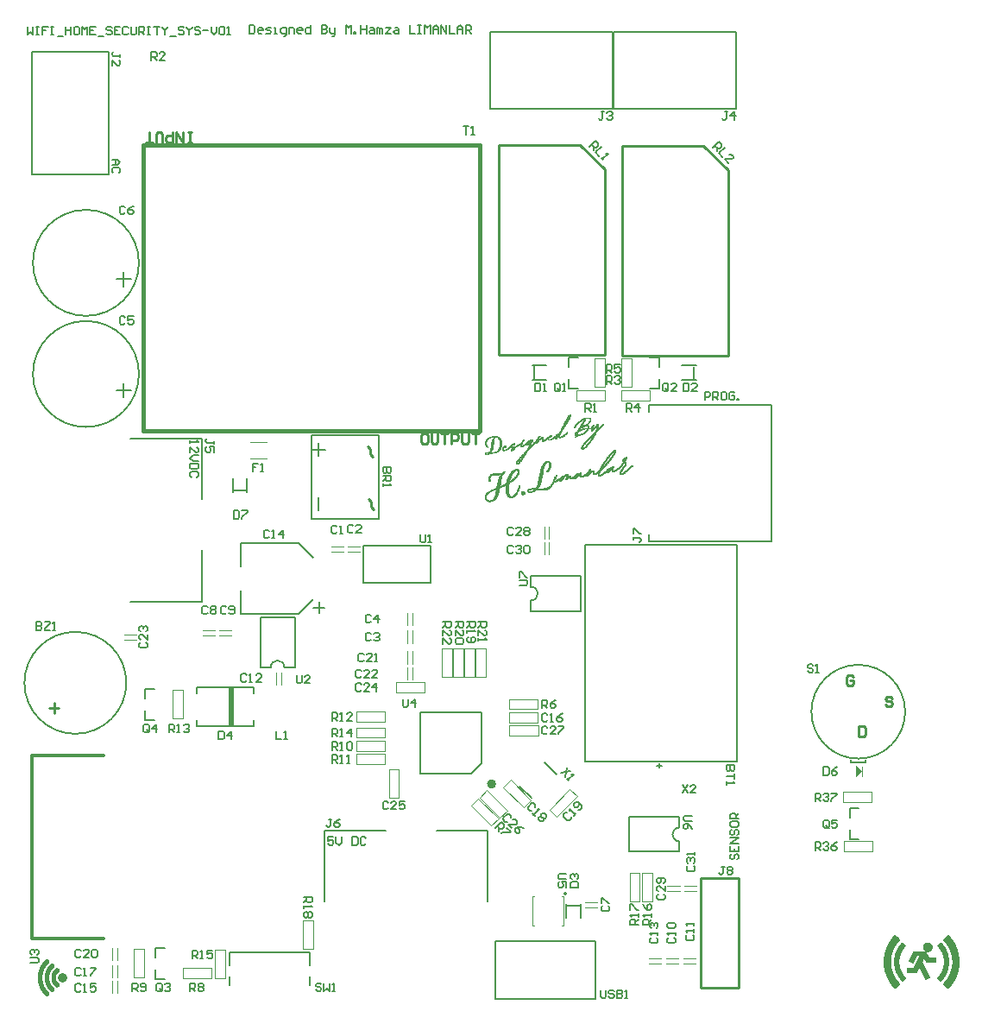
<source format=gto>
G04*
G04 #@! TF.GenerationSoftware,Altium Limited,Altium Designer,21.1.1 (26)*
G04*
G04 Layer_Color=65535*
%FSLAX25Y25*%
%MOIN*%
G70*
G04*
G04 #@! TF.SameCoordinates,6B619DD0-B0A8-45CE-B01B-E577E84972AB*
G04*
G04*
G04 #@! TF.FilePolarity,Positive*
G04*
G01*
G75*
%ADD10C,0.00787*%
%ADD11C,0.01968*%
%ADD12C,0.00125*%
%ADD13C,0.00984*%
%ADD14C,0.00394*%
%ADD15C,0.00013*%
%ADD16C,0.00068*%
%ADD17C,0.00500*%
%ADD18C,0.01181*%
%ADD19C,0.01575*%
%ADD20C,0.00591*%
%ADD21C,0.01000*%
%ADD22R,0.02362X0.14961*%
G36*
X324517Y87126D02*
X322155Y84764D01*
Y89488D01*
X324517Y87126D01*
D02*
G37*
D10*
X196713Y153146D02*
G03*
X196713Y158428I0J2641D01*
G01*
X341260Y110177D02*
G03*
X341260Y110177I-18110J0D01*
G01*
X45276Y240551D02*
G03*
X45276Y240551I-20472J0D01*
G01*
Y283465D02*
G03*
X45276Y283465I-20472J0D01*
G01*
X210374Y39961D02*
G03*
X210374Y39961I-394J0D01*
G01*
X254043Y65441D02*
G03*
X254043Y60159I0J-2641D01*
G01*
X101460Y127264D02*
G03*
X96178Y127264I-2641J0D01*
G01*
X40413Y121319D02*
G03*
X40413Y121319I-19685J0D01*
G01*
X259724Y238268D02*
Y243386D01*
X255000Y243779D02*
X260512D01*
X255000Y238268D02*
X260512D01*
X242126Y175984D02*
Y178740D01*
Y175984D02*
X289764D01*
Y228740D01*
X242126D02*
X289764D01*
X242126Y225984D02*
Y228740D01*
X196713Y162480D02*
X216004D01*
Y149094D02*
Y162480D01*
X196713Y149094D02*
X216004D01*
X196713Y158428D02*
Y162480D01*
Y149094D02*
Y153146D01*
X319882Y69291D02*
Y72835D01*
X323425D01*
X319882Y61024D02*
Y64567D01*
Y61024D02*
X323425D01*
X325905Y90492D02*
Y91673D01*
X320394Y90492D02*
X325905D01*
X320394D02*
Y91673D01*
X36614Y234252D02*
X42126D01*
X39370Y231496D02*
Y237008D01*
X36614Y277165D02*
X42126D01*
X39370Y274410D02*
Y279921D01*
X141929Y174213D02*
X158071D01*
Y160039D02*
Y174213D01*
X132087Y160039D02*
X158071D01*
X132087D02*
Y174213D01*
X141929D01*
X201797Y90700D02*
X206529Y85967D01*
X192332Y81235D02*
X196786Y76780D01*
X153937Y86221D02*
X173622D01*
X177559Y90158D01*
Y109843D01*
X153937D02*
X177559D01*
X153937Y86221D02*
Y109843D01*
X215886Y30512D02*
Y36024D01*
X210374Y30512D02*
Y36024D01*
X210768Y35236D02*
X215886D01*
X234751Y56107D02*
X254043D01*
X234751D02*
Y69493D01*
X254043D01*
Y56107D02*
Y60159D01*
Y65441D02*
Y69493D01*
X276303Y90968D02*
Y93691D01*
X217674Y90968D02*
X276303D01*
Y167613D02*
Y174531D01*
Y93691D02*
Y167613D01*
X217674Y90968D02*
Y174531D01*
X276303D01*
X187343Y-591D02*
X221595D01*
Y21457D01*
X183012D02*
X221595D01*
X183012Y-591D02*
Y21457D01*
Y-591D02*
X187343D01*
X117110Y36852D02*
Y64411D01*
X140732D01*
X160417D02*
X180102D01*
Y36852D02*
Y64411D01*
X80118Y12402D02*
Y17126D01*
X111221D01*
Y12402D02*
Y17126D01*
Y4528D02*
Y8071D01*
X80118Y4528D02*
Y8071D01*
X242657Y246783D02*
X246200D01*
Y243239D02*
Y246783D01*
X242657Y234972D02*
X246200D01*
Y238515D01*
X228740Y342913D02*
X275984D01*
X228740D02*
Y359842D01*
Y372441D01*
X275984D01*
Y342913D02*
Y372441D01*
X181102Y342913D02*
X228346D01*
X181102D02*
Y359842D01*
Y372441D01*
X228346D01*
Y342913D02*
Y372441D01*
X33465Y317717D02*
Y364961D01*
X16535Y317717D02*
X33465D01*
X3937D02*
X16535D01*
X3937D02*
Y364961D01*
X33465D01*
X42028Y215748D02*
X69587D01*
Y192126D02*
Y215748D01*
Y152756D02*
Y172441D01*
X42028Y152756D02*
X69587D01*
X101460Y127264D02*
X105512D01*
X92126D02*
X96178D01*
X105512D02*
Y146555D01*
X92126D02*
X105512D01*
X92126Y127264D02*
Y146555D01*
X47638Y115354D02*
Y118898D01*
X51181D01*
X47638Y107087D02*
Y110630D01*
Y107087D02*
X51181D01*
X89764Y117323D02*
Y119685D01*
X67716D02*
X89764D01*
X67716Y117323D02*
Y119685D01*
X89764Y104724D02*
Y107087D01*
X67716Y104724D02*
X89764D01*
X67716D02*
Y107087D01*
X112776Y150354D02*
X117106D01*
X114941Y148189D02*
Y152520D01*
X107067Y175354D02*
X112776Y169646D01*
X105886Y175354D02*
X107067D01*
X84626D02*
X105886D01*
X84626Y166299D02*
Y175354D01*
X107067Y147795D02*
X112776Y153504D01*
X105886Y147795D02*
X107067D01*
X84626D02*
X105886D01*
X84626D02*
Y156850D01*
X81496Y194882D02*
Y200394D01*
X87008Y194882D02*
Y200394D01*
X81496Y195669D02*
X86614D01*
X112008Y211417D02*
X117126D01*
X114567Y208858D02*
Y213976D01*
Y187795D02*
Y192913D01*
X111811Y184646D02*
X137795D01*
Y216929D01*
X111811D02*
X137795D01*
X111811Y184646D02*
Y216929D01*
X211406Y243239D02*
Y246783D01*
X214950D01*
X211406Y234972D02*
Y238515D01*
Y234972D02*
X214950D01*
X198031Y238679D02*
Y243797D01*
X197244Y238285D02*
X202756D01*
X197244Y243797D02*
X202756D01*
X51575Y7087D02*
X55118D01*
X51575D02*
Y10630D01*
Y18898D02*
X55118D01*
X51575Y15354D02*
Y18898D01*
D11*
X182283Y82284D02*
G03*
X182283Y82284I-787J0D01*
G01*
D12*
X179817Y191558D02*
X181687D01*
X180191Y191433D02*
X181064D01*
X186924Y197668D02*
X188046D01*
X208869Y200660D02*
X209367D01*
X222210Y220111D02*
X222584D01*
X208744Y220235D02*
X209617D01*
X207497Y200286D02*
X209118D01*
X191537Y203278D02*
X191911D01*
X179443Y194550D02*
X180066D01*
X230813Y202156D02*
X231187D01*
X179318Y212754D02*
X179817D01*
X189542Y211508D02*
X190041D01*
X203881Y216869D02*
X204505D01*
X196400Y214500D02*
X197023D01*
X187049Y194675D02*
X188046D01*
X195652Y196047D02*
X196774D01*
X216100Y212256D02*
X216474D01*
X232933Y207518D02*
X233307D01*
X182685Y193553D02*
X183682D01*
X215228Y222355D02*
X215851D01*
X189044Y213253D02*
X189542D01*
X223332Y220111D02*
X223706D01*
X227945Y210635D02*
X228569D01*
X202634Y202904D02*
X203133D01*
X221088Y202156D02*
X221960D01*
X194156Y209762D02*
X194530D01*
X200141Y202406D02*
X201138D01*
X198520Y214251D02*
X199018D01*
X191537Y203029D02*
X192036D01*
X199891Y201533D02*
X201013D01*
X179692Y194800D02*
X180316D01*
X229068Y210759D02*
X229442D01*
X218469Y202655D02*
X218968D01*
X215352Y218989D02*
X216225D01*
X233057Y206271D02*
X233432D01*
X227571Y208390D02*
X228070D01*
X209617Y220859D02*
X209991D01*
X214105Y202031D02*
X214978D01*
X196649Y214749D02*
X197148D01*
X230938Y202655D02*
X231312D01*
X183059Y196545D02*
X184555D01*
X193283Y209388D02*
X193657D01*
X186799Y211508D02*
X187547D01*
X221337Y202281D02*
X222210D01*
X184680Y213752D02*
X185303D01*
X219841Y215373D02*
X220215D01*
X200265Y203278D02*
X201263D01*
X179941Y195049D02*
X180690D01*
X232808Y206395D02*
X233432D01*
X210240Y223103D02*
X210614D01*
X211612Y224974D02*
X211986D01*
X203382Y204276D02*
X203881D01*
X222709Y203154D02*
X223332D01*
X187173Y198914D02*
X188794D01*
X217846Y212879D02*
X218345D01*
X178944Y193553D02*
X179443D01*
X206250Y201159D02*
X206624D01*
X204754Y198416D02*
X205128D01*
X192909Y195049D02*
X194031D01*
X215228Y219612D02*
X215602D01*
X222335Y219113D02*
X222709D01*
X214604Y201533D02*
X215228D01*
X207372Y216620D02*
X207622D01*
X220838Y219612D02*
X221212D01*
X181812Y215248D02*
X182310D01*
X187547Y193677D02*
X188420D01*
X191911Y207892D02*
X192410D01*
X205003Y199039D02*
X206250D01*
X224454Y204774D02*
X224953D01*
X206125Y216744D02*
X206500D01*
X181438Y191932D02*
X182435D01*
X186550Y211383D02*
X187298D01*
X218095Y218864D02*
X218469D01*
X220589Y203029D02*
X220963D01*
X210115Y222854D02*
X210490D01*
X227197Y204525D02*
X227696D01*
X221088Y219986D02*
X221586D01*
X195403Y195673D02*
X195777D01*
X182934Y194550D02*
X184056D01*
X183682Y211009D02*
X184181D01*
X209991Y222605D02*
X210365D01*
X180316Y200161D02*
X180690D01*
X198769Y196919D02*
X199642D01*
X213607Y220610D02*
X213981D01*
X199891Y201283D02*
X201013D01*
X200889Y205149D02*
X201762D01*
X184804Y201533D02*
X185428D01*
X232559Y208141D02*
X233681D01*
X200889Y205024D02*
X201762D01*
X233182Y208515D02*
X233556D01*
X184680Y213627D02*
X185303D01*
X183308Y210759D02*
X183807D01*
X198644Y196670D02*
X199392D01*
X193532Y208765D02*
X193906D01*
X216599Y223228D02*
X217347D01*
X230813Y202406D02*
X231187D01*
X209367Y221482D02*
X209741D01*
X194405Y210635D02*
X195028D01*
X196649Y212879D02*
X197023D01*
X214479Y218490D02*
X215103D01*
X216350Y212879D02*
X216848D01*
X225701Y203403D02*
X226325D01*
X188046Y212256D02*
X188545D01*
X204131Y197543D02*
X204629D01*
X209118Y200909D02*
X209617D01*
X227821Y204525D02*
X228569D01*
X180939Y211258D02*
X181562D01*
X232060Y206146D02*
X232434D01*
X192909Y194301D02*
X194031D01*
X191163Y213004D02*
X191787D01*
X220215Y219113D02*
X220838D01*
X203632Y197169D02*
X204380D01*
X187049Y195049D02*
X188046D01*
X226574Y204151D02*
X227322D01*
X209866Y217493D02*
X210365D01*
X186924Y195797D02*
X187921D01*
X218220Y215123D02*
X218719D01*
X183682Y197917D02*
X184680D01*
X223083Y203652D02*
X223955D01*
X223581Y201782D02*
X224329D01*
X206250Y201283D02*
X206624D01*
X197772Y214126D02*
X198270D01*
X186550Y212505D02*
X186924D01*
X232060Y202406D02*
X232808D01*
X189916Y213128D02*
X190166D01*
X210490Y218116D02*
X210739D01*
X217971Y201533D02*
X218719D01*
X205627Y216370D02*
X206375D01*
X224704Y202530D02*
X225327D01*
X219217Y216121D02*
X219716D01*
X196525Y214625D02*
X197023D01*
X214105Y217243D02*
X214479D01*
X195777Y214001D02*
X196275D01*
X216225Y219363D02*
X217347D01*
X203133Y215497D02*
X203382D01*
X203507Y204525D02*
X204006D01*
X196026Y213128D02*
X196400D01*
X213856Y216620D02*
X214230D01*
X181438Y214001D02*
X182186D01*
X228070Y204774D02*
X228569D01*
X223955Y220859D02*
X224454D01*
X187423Y199662D02*
X188420D01*
X231935Y207144D02*
X232309D01*
X189542Y212006D02*
X190290D01*
X187173Y194426D02*
X188171D01*
X210739Y222854D02*
X211113D01*
X190166Y203652D02*
X191787D01*
X208370Y219363D02*
X208993D01*
X188545Y202031D02*
X189418D01*
X190789Y201159D02*
X191288D01*
X209991Y200286D02*
X210863D01*
X190290Y194052D02*
X190914D01*
X191911Y197169D02*
X192285D01*
X201762Y196545D02*
X203756D01*
X226449Y207019D02*
X226948D01*
X225078Y205398D02*
X225576D01*
X199392Y216121D02*
X199767D01*
X210115Y221856D02*
X210614D01*
X214230Y221358D02*
X214604D01*
X183932Y199538D02*
X185054D01*
X179817Y215622D02*
X180316D01*
X193283Y208390D02*
X193657D01*
X179193Y213004D02*
X179692D01*
X180565Y195423D02*
X181438D01*
X218843Y215747D02*
X219342D01*
X180565Y201159D02*
X181064D01*
X180814Y216246D02*
X181687D01*
X184555Y214625D02*
X185303D01*
X188794Y202406D02*
X189667D01*
X225327Y203029D02*
X226075D01*
X219716D02*
X220340D01*
X213607Y220734D02*
X214105D01*
X224205Y204525D02*
X224828D01*
X203632Y205149D02*
X204131D01*
X225701Y206146D02*
X226200D01*
X194654Y210884D02*
X195153D01*
X211113Y223477D02*
X211487D01*
X199517Y199662D02*
X200639D01*
X186924Y197543D02*
X188046D01*
X226449Y209014D02*
X226948D01*
X218220Y213253D02*
X218594D01*
X203507Y204650D02*
X204131D01*
X210863Y222979D02*
X211238D01*
X200016Y215747D02*
X200515D01*
X181313Y213004D02*
X182061D01*
X182186Y192431D02*
X182934D01*
X227197Y207892D02*
X227696D01*
X192659Y213877D02*
X193158D01*
X195403Y195299D02*
X197772D01*
X215352Y201159D02*
X215851D01*
X227447Y208266D02*
X227945D01*
X199891Y201408D02*
X201013D01*
X219841Y219363D02*
X220215D01*
X216474Y217617D02*
X217098D01*
X223083Y203528D02*
X223831D01*
X231686Y203902D02*
X232185D01*
X190540Y203777D02*
X191537D01*
X224080Y205523D02*
X224579D01*
X195777Y212630D02*
X196151D01*
X181064Y211383D02*
X181687D01*
X191911Y196919D02*
X192161D01*
X221088Y217991D02*
X221711D01*
X194530Y210759D02*
X195028D01*
X215726Y202655D02*
X216100D01*
X194031Y209637D02*
X194405D01*
X200515Y204026D02*
X201387D01*
X200390Y203652D02*
X201387D01*
X224205Y221108D02*
X224579D01*
X220215Y220360D02*
X220589D01*
X216474Y220734D02*
X218719D01*
X223706Y204774D02*
X224080D01*
X184555Y212630D02*
X185178D01*
X226699Y204276D02*
X228444D01*
X216973Y213627D02*
X217347D01*
X208370Y216495D02*
X209118D01*
X190789Y206146D02*
X191039D01*
X188670Y202281D02*
X189542D01*
X187298Y199538D02*
X188420D01*
X199143Y215747D02*
X199517D01*
X216225Y212380D02*
X216474D01*
X222085Y202655D02*
X223207D01*
X232683Y207144D02*
X233182D01*
X217222Y220610D02*
X217846D01*
X205377Y200037D02*
X205876D01*
X203632Y205024D02*
X204131D01*
X193034Y208016D02*
X193408D01*
X228070Y202904D02*
X228694D01*
X217347Y222979D02*
X217597D01*
X210739Y223851D02*
X211113D01*
X210115Y222729D02*
X210490D01*
X179318Y215123D02*
X179817D01*
X180440Y199413D02*
X180939D01*
X216848Y223353D02*
X217721D01*
X181562Y214500D02*
X182186D01*
X232933Y205897D02*
X233432D01*
X200265Y203154D02*
X201263D01*
X231935Y204276D02*
X232434D01*
X211113Y201034D02*
X211986D01*
X206749Y199787D02*
X207497D01*
X222709Y201408D02*
X223706D01*
X193782Y209138D02*
X194156D01*
X232933Y207642D02*
X233432D01*
X201013Y215497D02*
X201263D01*
X190415Y200785D02*
X191039D01*
X187173Y198790D02*
X188545D01*
X203507Y206395D02*
X204131D01*
X189792Y212754D02*
X190540D01*
X222085Y219737D02*
X222459D01*
X198769Y215123D02*
X199268D01*
X200141Y202655D02*
X201138D01*
X181064Y191807D02*
X182186D01*
X179069Y214375D02*
X179443D01*
X215976Y220235D02*
X217098D01*
X226699Y209263D02*
X227197D01*
X189916Y213253D02*
X190290D01*
X178944Y193677D02*
X179443D01*
X181562Y216495D02*
X183682D01*
X214230Y217617D02*
X214604D01*
X224329Y202281D02*
X225078D01*
X199767Y216620D02*
X200141D01*
X181313Y212879D02*
X182061D01*
X203008Y216121D02*
X204006D01*
X213981Y201907D02*
X214729D01*
X194654Y213877D02*
X195278D01*
X184430Y212256D02*
X185054D01*
X211612Y200411D02*
X212859D01*
X199767Y200535D02*
X200889D01*
X217347Y212380D02*
X217846D01*
X234678Y204525D02*
X235177D01*
X201387Y214999D02*
X202135D01*
X189293Y211757D02*
X190166D01*
X218095Y214999D02*
X218594D01*
X216724Y201408D02*
X217597D01*
X211113Y223353D02*
X211487D01*
X206998Y216869D02*
X207746D01*
X222210Y221233D02*
X222584D01*
X193408Y214874D02*
X193782D01*
X194031Y210261D02*
X194779D01*
X225826Y203528D02*
X226449D01*
X210490Y222480D02*
X210988D01*
X219966Y203278D02*
X220838D01*
X226075Y208390D02*
X226574D01*
X232683Y208266D02*
X233681D01*
X184056Y200037D02*
X185054D01*
X201387Y205897D02*
X202135D01*
X203632Y206146D02*
X204131D01*
X189168Y202904D02*
X190041D01*
X207372Y216744D02*
X207622D01*
X185428Y197543D02*
X186425D01*
X222709Y202406D02*
X223083D01*
X202510Y196670D02*
X203881D01*
X198769Y197044D02*
X199642D01*
X225950Y208266D02*
X226449D01*
X225950Y206395D02*
X226449D01*
X220714Y216869D02*
X221088D01*
X181313Y212754D02*
X181937D01*
X183557Y197792D02*
X184680D01*
X179443Y212630D02*
X179941D01*
X180440Y200909D02*
X180814D01*
X200764Y204774D02*
X201637D01*
X229068Y203528D02*
X229940D01*
X232559Y202780D02*
X233307D01*
X227571Y210261D02*
X228070D01*
X219467Y202904D02*
X220215D01*
X187049Y198416D02*
X188171D01*
X182809Y194052D02*
X183807D01*
X179069Y192555D02*
X179443D01*
X220589Y220859D02*
X220838D01*
X195527Y214625D02*
X196026D01*
X211238Y223727D02*
X211612D01*
X203632Y205647D02*
X204255D01*
X198769Y196795D02*
X199517D01*
X231686Y202156D02*
X232434D01*
X201387Y206021D02*
X202260D01*
X196151Y213378D02*
X196525D01*
X184306Y200660D02*
X185178D01*
X226574Y207144D02*
X227073D01*
X199268Y198540D02*
X200265D01*
X199392Y199039D02*
X200515D01*
X191163Y201782D02*
X191662D01*
X210365Y201159D02*
X210739D01*
X220464Y216370D02*
X220838D01*
X215352Y201408D02*
X215726D01*
X182186Y216620D02*
X183059D01*
X220464Y220610D02*
X220838D01*
X214355Y221607D02*
X214853D01*
X205876Y215996D02*
X206749D01*
X219467Y203902D02*
X219716D01*
X191537Y207393D02*
X191911D01*
X214853Y221981D02*
X215352D01*
X189293Y203029D02*
X190166D01*
X185677Y211258D02*
X187049D01*
X216100Y217493D02*
X216848D01*
X208245Y218989D02*
X208744D01*
X218594Y202780D02*
X219093D01*
X208245Y200909D02*
X208869D01*
X199392Y215996D02*
X199767D01*
X179069Y214251D02*
X179443D01*
X179193Y214749D02*
X179568D01*
X205627Y200660D02*
X206250D01*
X205253Y199538D02*
X205627D01*
X228070Y209138D02*
X228569D01*
X234554Y204400D02*
X235052D01*
X217472Y218241D02*
X217971D01*
X216100Y221233D02*
X216474D01*
X199767Y200909D02*
X200889D01*
X202884Y203278D02*
X203382D01*
X183557Y197418D02*
X184680D01*
X214355Y218365D02*
X214853D01*
X222335Y202904D02*
X223207D01*
X210365Y223228D02*
X210739D01*
X186924Y197293D02*
X187921D01*
X223207Y219986D02*
X223581D01*
X216599Y213128D02*
X216973D01*
X189916Y193677D02*
X190540D01*
X196275Y213627D02*
X196649D01*
X232185Y207642D02*
X232683D01*
X181562Y202031D02*
X185802D01*
X195278Y211882D02*
X196151D01*
X187921Y193179D02*
X189916D01*
X215602Y219113D02*
X216474D01*
X221711Y218864D02*
X222459D01*
X213108Y201034D02*
X213731D01*
X208494Y201159D02*
X208993D01*
X228070Y210759D02*
X228694D01*
X224704Y205024D02*
X225202D01*
X208494Y219737D02*
X209243D01*
X216599Y220360D02*
X217347D01*
X225202Y202904D02*
X225950D01*
X197896Y214251D02*
X198395D01*
X219467Y216370D02*
X219966D01*
X188919Y212256D02*
X189418D01*
X185178Y197418D02*
X186176D01*
X195901Y214999D02*
X197148D01*
X196525Y212754D02*
X196899D01*
X182061Y192306D02*
X182809D01*
X211612Y200660D02*
X211986D01*
X187173Y194301D02*
X188171D01*
X200265Y203029D02*
X201263D01*
X191787Y196670D02*
X192161D01*
X201013Y215747D02*
X201263D01*
X198395Y214749D02*
X199517D01*
X218843Y214126D02*
X219342D01*
X218968Y203403D02*
X219591D01*
X200390Y203902D02*
X201387D01*
X195527Y212256D02*
X195901D01*
X206624Y217368D02*
X207996D01*
X181313Y213378D02*
X182061D01*
X227197Y203902D02*
X228320D01*
X223332Y204026D02*
X224329D01*
X215477Y217243D02*
X216350D01*
X210365Y222106D02*
X210739D01*
X209741Y201533D02*
X210240D01*
X182310D02*
X183682D01*
X206874Y217493D02*
X207996D01*
X186924Y195548D02*
X187921D01*
X186674Y198166D02*
X188046D01*
X217222Y218116D02*
X217721D01*
X185677Y212006D02*
X186051D01*
X217971Y213004D02*
X218345D01*
X235052Y204899D02*
X235676D01*
X219342Y222605D02*
X219716D01*
X216100Y212006D02*
X216474D01*
X214355Y217866D02*
X214729D01*
X227696Y208640D02*
X228195D01*
X222335Y220610D02*
X222709D01*
X216350Y212754D02*
X216724D01*
X180316Y200660D02*
X180814D01*
X178819Y209637D02*
X180191D01*
X191537Y213253D02*
X192285D01*
X183932Y199662D02*
X185054D01*
X231561Y205647D02*
X232060D01*
X202759Y215872D02*
X203507D01*
X193158Y208266D02*
X193532D01*
X210240Y221981D02*
X210614D01*
X190166Y200535D02*
X190789D01*
X201263Y205772D02*
X202135D01*
X217222Y214001D02*
X217597D01*
X207746Y199538D02*
X208370D01*
X217222Y201657D02*
X217846D01*
X199642Y200161D02*
X200764D01*
X214729Y201657D02*
X215352D01*
X210863Y200785D02*
X211487D01*
X227322Y208141D02*
X227821D01*
X195403Y214500D02*
X195901D01*
X192410Y213752D02*
X193158D01*
X218345Y215248D02*
X218843D01*
X210490Y201533D02*
X210863D01*
X193657Y213128D02*
X194280D01*
X183682Y216121D02*
X184306D01*
X195028Y214251D02*
X195652D01*
X209492Y221607D02*
X209866D01*
X200016Y201907D02*
X201013D01*
X191537Y202406D02*
X191911D01*
X194779Y213128D02*
X195278D01*
X207123Y217118D02*
X207746D01*
X179443Y191807D02*
X180316D01*
X188545Y202156D02*
X189418D01*
X216973Y213752D02*
X217472D01*
X178944Y192680D02*
X179443D01*
X205003Y198914D02*
X205377D01*
X232309Y207892D02*
X232933D01*
X187298Y193927D02*
X188295D01*
X206375Y216121D02*
X206749D01*
X183807Y199164D02*
X184929D01*
X199392Y198914D02*
X200390D01*
X207746Y199288D02*
X208120D01*
X204006Y216495D02*
X204505D01*
X227571Y208515D02*
X228070D01*
X183433Y196919D02*
X185054D01*
X227696Y210385D02*
X228195D01*
X225327Y207393D02*
X225826D01*
X223332Y201657D02*
X224205D01*
X218469Y220485D02*
X218843D01*
X230938Y201907D02*
X232060D01*
X208744Y201408D02*
X208993D01*
X196400Y212630D02*
X196774D01*
X202011Y206520D02*
X202884D01*
X186924Y196670D02*
X187921D01*
X187049Y211632D02*
X187672D01*
X218968Y203278D02*
X219467D01*
X204006Y197418D02*
X204505D01*
X195901Y214126D02*
X196400D01*
X188919Y202530D02*
X189667D01*
X220464Y217368D02*
X220963D01*
X224704Y206520D02*
X225202D01*
X222584Y201782D02*
X222958D01*
X221586Y220485D02*
X221960D01*
X218095Y202281D02*
X218719D01*
X219093Y202530D02*
X219716D01*
X231187Y203278D02*
X231686D01*
X185178Y202406D02*
X186176D01*
X216724Y217742D02*
X217222D01*
X220215Y217118D02*
X220714D01*
X199517Y215248D02*
X200016D01*
X207746Y199787D02*
X208619D01*
X226948Y204400D02*
X228444D01*
X196400Y213877D02*
X196774D01*
X217222Y220984D02*
X218345D01*
X187298Y199413D02*
X188295D01*
X189667Y203278D02*
X190415D01*
X193408Y214999D02*
X193782D01*
X216474Y221732D02*
X216848D01*
X232060Y206271D02*
X232559D01*
X179069Y213128D02*
X179568D01*
X198021Y214375D02*
X199143D01*
X231063Y202904D02*
X231437D01*
X217846Y201408D02*
X218594D01*
X232185Y204774D02*
X232683D01*
X219841Y219113D02*
X220090D01*
X218719Y202904D02*
X219217D01*
X214479Y201408D02*
X215103D01*
X183807Y198665D02*
X184804D01*
X184555Y201034D02*
X185303D01*
X225202Y205647D02*
X225826D01*
X180814Y210635D02*
X181313D01*
X209367Y201159D02*
X209866D01*
X204380Y197792D02*
X204754D01*
X180690Y201408D02*
X181313D01*
Y201907D02*
X185677D01*
X181687Y214874D02*
X182310D01*
X216973Y201533D02*
X217721D01*
X189418Y213627D02*
X190415D01*
X206624Y216495D02*
X207123D01*
X213482Y220485D02*
X213856D01*
X184306Y211882D02*
X184804D01*
X183932Y199413D02*
X184929D01*
X180440Y201034D02*
X180939D01*
X233556Y203528D02*
X234180D01*
X213232Y201159D02*
X213856D01*
X192036Y206769D02*
X192535D01*
X202759Y202780D02*
X203008D01*
X184056Y215872D02*
X184680D01*
X226823Y207518D02*
X227322D01*
X191163Y195299D02*
X191537D01*
X230065Y204151D02*
X230689D01*
X203507Y204774D02*
X204131D01*
X218843Y221856D02*
X219217D01*
X216848Y212006D02*
X217347D01*
X215352Y201533D02*
X215851D01*
X194779Y214001D02*
X195403D01*
X196774Y213128D02*
X197273D01*
X216350Y221607D02*
X216724D01*
X203632Y205398D02*
X204255D01*
X209866Y222231D02*
X210115D01*
X208494Y219612D02*
X209243D01*
X211362Y201159D02*
X211861D01*
X199268Y214999D02*
X199767D01*
X204629Y198166D02*
X205003D01*
X211362Y224724D02*
X212110D01*
X215477Y220111D02*
X215851D01*
X208120Y218739D02*
X208619D01*
X188794Y199413D02*
X189542D01*
X181562Y214251D02*
X182186D01*
X189418Y211882D02*
X190290D01*
X207871Y218365D02*
X208370D01*
X205751Y200909D02*
X206250D01*
X188171Y212380D02*
X188670D01*
X214479Y202281D02*
X216100D01*
X195028Y211258D02*
X195527D01*
X198894Y197169D02*
X199767D01*
X220714Y216744D02*
X221088D01*
X190914Y205772D02*
X191413D01*
X224329Y205897D02*
X224828D01*
X190914Y194800D02*
X191288D01*
X184056Y199912D02*
X185054D01*
X206125Y199413D02*
X206998D01*
X216225Y212505D02*
X216599D01*
X227821Y203652D02*
X228195D01*
X219966Y218739D02*
X220215D01*
X228943Y210635D02*
X229317D01*
X209866Y221358D02*
X210240D01*
X220963Y217866D02*
X221711D01*
X214355Y201283D02*
X214978D01*
X205627Y200411D02*
X206125D01*
X183807Y198790D02*
X184929D01*
X199268Y215872D02*
X199642D01*
X190789Y206271D02*
X191163D01*
X215477Y200909D02*
X216724D01*
X200515Y204151D02*
X201512D01*
X184555Y202281D02*
X186051D01*
X220464Y219238D02*
X220963D01*
X227821Y203528D02*
X228195D01*
X192909Y194426D02*
X194156D01*
X181064Y211757D02*
X181812D01*
X205128Y199288D02*
X205627D01*
X215976Y221108D02*
X216474D01*
X199143Y215622D02*
X199517D01*
X182560Y193054D02*
X183433D01*
X178944Y213877D02*
X179443D01*
X180565Y201283D02*
X181188D01*
X203382Y206520D02*
X204006D01*
X230564Y204525D02*
X231187D01*
X207372Y216370D02*
X207746D01*
X184804Y201408D02*
X185428D01*
X201762Y206395D02*
X202634D01*
X207497Y216121D02*
X208370D01*
X220963Y219737D02*
X221337D01*
X218345Y213503D02*
X218843D01*
X231811Y204151D02*
X232309D01*
X225826Y206271D02*
X226325D01*
X232434Y205024D02*
X232933D01*
X202884Y203403D02*
X203507D01*
X221960Y219238D02*
X222210D01*
X180066Y215872D02*
X180690D01*
X203507Y204899D02*
X204131D01*
X207372Y217742D02*
X207996D01*
X218594Y220111D02*
X218843D01*
X207996Y218615D02*
X208494D01*
X193408Y214749D02*
X193657D01*
X188046Y201283D02*
X189044D01*
X207996Y200660D02*
X208744D01*
X195153Y211508D02*
X195777D01*
X215602Y202530D02*
X216100D01*
X192909Y207892D02*
X193408D01*
X183183Y195797D02*
X184306D01*
X190914Y206520D02*
X191288D01*
X232309Y204899D02*
X232808D01*
X213731Y217742D02*
X214105D01*
X217472Y223602D02*
X219591D01*
X218345Y202530D02*
X218968D01*
X214729Y218739D02*
X215602D01*
X193532Y215248D02*
X193782D01*
X200889Y205273D02*
X201886D01*
X208619Y201283D02*
X209118D01*
X219841Y218989D02*
X220589D01*
X182435Y192929D02*
X183308D01*
X195028Y211383D02*
X195652D01*
X181937Y192181D02*
X182685D01*
X191413Y202156D02*
X191787D01*
X181438Y214126D02*
X182186D01*
X225701Y207892D02*
X226200D01*
X228195Y209263D02*
X228694D01*
X186924Y197169D02*
X187921D01*
X215352Y219986D02*
X215726D01*
X232559Y207019D02*
X233057D01*
X200515Y216121D02*
X201263D01*
X181064Y211632D02*
X181687D01*
X222584Y201907D02*
X222958D01*
X208993Y216869D02*
X209617D01*
X186301Y202904D02*
X186674D01*
X184929Y201657D02*
X185552D01*
X211113Y224350D02*
X211487D01*
X178944Y214001D02*
X179443D01*
X203507Y216620D02*
X204006D01*
X209617Y221856D02*
X209991D01*
X196649Y214874D02*
X197148D01*
X222584Y219363D02*
X222958D01*
X204380Y197917D02*
X204879D01*
X214978Y201907D02*
X215976D01*
X220215Y220235D02*
X220589D01*
X202634Y215747D02*
X203382D01*
X183932Y211258D02*
X184430D01*
X191662Y196296D02*
X192036D01*
X217472Y214251D02*
X217846D01*
X222958Y219737D02*
X223332D01*
X217846Y202156D02*
X219342D01*
X203382Y204400D02*
X204006D01*
X219342Y203777D02*
X219716D01*
X199143Y197792D02*
X200016D01*
X191163Y206894D02*
X191537D01*
X197896Y195797D02*
X198644D01*
X232185Y206395D02*
X232683D01*
X188670Y212754D02*
X189168D01*
X181937Y215622D02*
X182435D01*
X218220Y218989D02*
X218594D01*
X200515Y204276D02*
X201512D01*
X209367Y221358D02*
X209741D01*
X190540Y200909D02*
X191039D01*
X192036Y197543D02*
X192410D01*
X218968Y214251D02*
X219342D01*
X179193Y194176D02*
X179692D01*
X180316Y200411D02*
X180690D01*
X216100Y212131D02*
X216474D01*
X199767Y215497D02*
X200265D01*
X183308Y196171D02*
X184430D01*
X226823Y203528D02*
X227447D01*
X232683Y205398D02*
X233182D01*
X199517Y199413D02*
X200515D01*
X192659Y208765D02*
X193158D01*
X213731Y216994D02*
X215726D01*
X192909Y194800D02*
X194156D01*
X219966Y216869D02*
X220464D01*
X199517Y199288D02*
X200515D01*
X219342Y222729D02*
X219716D01*
X205253Y199413D02*
X205627D01*
X220464Y202031D02*
X221836D01*
X197397Y195548D02*
X198270D01*
X192909Y194675D02*
X194156D01*
X202759Y206894D02*
X203507D01*
X231935Y206021D02*
X232434D01*
X203133Y203902D02*
X203756D01*
X235302Y205149D02*
X235925D01*
X219716Y216620D02*
X220215D01*
X196400Y196421D02*
X203507D01*
X228943Y210510D02*
X229317D01*
X223706Y204899D02*
X224205D01*
X195403Y212006D02*
X196275D01*
X226948Y203652D02*
X227571D01*
X226948Y209513D02*
X227447D01*
X230813Y202031D02*
X232185D01*
X221586Y218490D02*
X222085D01*
X208993Y220610D02*
X209866D01*
X221836Y219113D02*
X222210D01*
X199268Y198291D02*
X200265D01*
X203258Y204151D02*
X203881D01*
X186924Y195673D02*
X187921D01*
X231935Y207019D02*
X232434D01*
X194904Y214126D02*
X195527D01*
X200390Y203528D02*
X201387D01*
X199018Y197668D02*
X200016D01*
X218345Y213378D02*
X218719D01*
X198270Y214625D02*
X199392D01*
X218594Y219986D02*
X218843D01*
X220215Y203403D02*
X220838D01*
X217098Y222729D02*
X217597D01*
X227073Y209637D02*
X227571D01*
X208744Y220111D02*
X209492D01*
X184555Y214999D02*
X185178D01*
X203632Y205897D02*
X204255D01*
X190789D02*
X191662D01*
X187547Y200037D02*
X188545D01*
X180939Y211134D02*
X181562D01*
X207123Y200037D02*
X208869D01*
X190041Y200411D02*
X190665D01*
X218968Y222106D02*
X219467D01*
X208245Y219113D02*
X208869D01*
X218220D02*
X218594D01*
X219342Y214749D02*
X219716D01*
X204131Y216620D02*
X204505D01*
X221836Y220734D02*
X222210D01*
X191163Y201657D02*
X191662D01*
X199767Y200785D02*
X200889D01*
X183682Y198540D02*
X184804D01*
X215726Y220610D02*
X216100D01*
X184680Y201283D02*
X185303D01*
X184555Y212380D02*
X185054D01*
X228569Y211134D02*
X229317D01*
X221836Y202530D02*
X222584D01*
X190914Y194924D02*
X191413D01*
X223207Y203902D02*
X224205D01*
X182809Y193927D02*
X183807D01*
X219093Y214375D02*
X219467D01*
X217846Y218615D02*
X218345D01*
X208120Y200785D02*
X208744D01*
X196275Y212505D02*
X196649D01*
X215477Y222480D02*
X215976D01*
X222335Y220734D02*
X222709D01*
X191787Y206395D02*
X192161D01*
X226075Y206520D02*
X226574D01*
X190540Y194301D02*
X191039D01*
X215976Y219238D02*
X216848D01*
X220963Y219862D02*
X221462D01*
X191413Y206146D02*
X191911D01*
X195777Y196171D02*
X203133D01*
X194031Y213378D02*
X194530D01*
X181188Y210011D02*
X181687D01*
X193158Y209263D02*
X193532D01*
X220838Y217742D02*
X221586D01*
X194904Y211134D02*
X195403D01*
X191537Y202904D02*
X192036D01*
X182809Y193802D02*
X183807D01*
X219841Y215497D02*
X220340D01*
X209367Y217118D02*
X209991D01*
X233681Y203652D02*
X234304D01*
X204629Y198291D02*
X205128D01*
X232808Y207268D02*
X233182D01*
X218968Y215872D02*
X219467D01*
X183433Y197169D02*
X185552D01*
X179069Y213627D02*
X179443D01*
X187797Y200660D02*
X188794D01*
X223332Y204151D02*
X224454D01*
X231312Y203403D02*
X231811D01*
X178944Y193304D02*
X179318D01*
X199018Y197543D02*
X199891D01*
X193408Y208640D02*
X193782D01*
X191537Y202655D02*
X191911D01*
X199392Y199164D02*
X200515D01*
X183557Y197543D02*
X184680D01*
X181064Y211508D02*
X181687D01*
X189916Y213378D02*
X190290D01*
X204255Y197668D02*
X204754D01*
X213482Y201408D02*
X214105D01*
X210490Y223477D02*
X210863D01*
X180191Y195174D02*
X180939D01*
X217846Y214749D02*
X218345D01*
X184306Y215373D02*
X184929D01*
X214729Y221856D02*
X215228D01*
X189044Y202780D02*
X189916D01*
X206250Y216869D02*
X206624D01*
X182186Y196171D02*
X183183D01*
X181687Y192057D02*
X182560D01*
X234055Y204026D02*
X234678D01*
X189792Y213877D02*
X190290D01*
X179318Y191932D02*
X179941D01*
X206998Y216994D02*
X207746D01*
X213731Y220859D02*
X214230D01*
X209118D02*
X209492D01*
X220340Y217243D02*
X220838D01*
X182685Y210510D02*
X183433D01*
X199392Y198790D02*
X200390D01*
X180939Y211009D02*
X181438D01*
X217597Y214500D02*
X218095D01*
X209243Y201034D02*
X209741D01*
X199642Y200286D02*
X200764D01*
X206375Y199538D02*
X207123D01*
X181687Y215123D02*
X182310D01*
X203133Y203777D02*
X203756D01*
X213607Y217368D02*
X213856D01*
X222709Y202281D02*
X223083D01*
X186924Y198291D02*
X188171D01*
X183433Y196795D02*
X184804D01*
X179069Y192431D02*
X179568D01*
X220215Y215996D02*
X220589D01*
X195278Y213503D02*
X195777D01*
X203507Y197044D02*
X204255D01*
X179193Y210261D02*
X182934D01*
X224579Y206271D02*
X225078D01*
X231686Y205772D02*
X232185D01*
X195278Y214375D02*
X195777D01*
X205377Y199787D02*
X205751D01*
X179941Y212380D02*
X180066D01*
X198894Y197293D02*
X199767D01*
X205128Y215996D02*
X205751D01*
X180316Y195299D02*
X181188D01*
X182560Y193304D02*
X183557D01*
X204505Y198041D02*
X205003D01*
X228195Y210884D02*
X228943D01*
X213731Y217866D02*
X214230D01*
X184306Y200535D02*
X185178D01*
X178819Y209762D02*
X179069D01*
X222335Y220485D02*
X222584D01*
X224953Y202780D02*
X226574D01*
X216599Y221981D02*
X216973D01*
X216724Y222106D02*
X217098D01*
X189542Y213752D02*
X190415D01*
X217721Y212754D02*
X218220D01*
X216724Y222231D02*
X217222D01*
X189542Y212630D02*
X191163D01*
X189293Y199787D02*
X189916D01*
X179069Y214126D02*
X179443D01*
X183682Y198166D02*
X184804D01*
X224454Y206021D02*
X224828D01*
X191537Y203154D02*
X191911D01*
X191413Y195797D02*
X191787D01*
X206998Y199912D02*
X207622D01*
X201138Y205523D02*
X202011D01*
X226574Y209138D02*
X227073D01*
X193532Y215123D02*
X193782D01*
X231561Y205523D02*
X232060D01*
X185802Y212256D02*
X186799D01*
X183059Y194800D02*
X184056D01*
X181188Y212256D02*
X181937D01*
X195652Y195049D02*
X197023D01*
X213232Y220111D02*
X213607D01*
X208744Y200535D02*
X209243D01*
X186924Y196795D02*
X187921D01*
X210739Y222729D02*
X211113D01*
X182435Y192805D02*
X183183D01*
X192285Y208266D02*
X192659D01*
X219841Y219487D02*
X220215D01*
X192535Y207268D02*
X192909D01*
X212360Y200535D02*
X214105D01*
X219966Y219737D02*
X220340D01*
X232808Y202904D02*
X233432D01*
X211487Y224225D02*
X211861D01*
X193782Y209887D02*
X194530D01*
X180316Y200286D02*
X180690D01*
X207746Y199413D02*
X208245D01*
X225202Y207144D02*
X225576D01*
X193782Y213253D02*
X194405D01*
X219342Y202780D02*
X219966D01*
X235177Y205024D02*
X235801D01*
X199891Y201159D02*
X200889D01*
X221462Y220360D02*
X221960D01*
X188794Y211258D02*
X189792D01*
X199767Y200660D02*
X200889D01*
X184181Y200161D02*
X185054D01*
X193532Y209637D02*
X193906D01*
X205751Y200785D02*
X206250D01*
X183557Y210884D02*
X184056D01*
X216225Y201159D02*
X217098D01*
X190166Y212505D02*
X190914D01*
X201013Y214749D02*
X201637D01*
X193034Y209138D02*
X193532D01*
X213357Y220360D02*
X213856D01*
X192285Y207019D02*
X192784D01*
X179069Y194052D02*
X179568D01*
X199268Y198665D02*
X200390D01*
X218843Y202281D02*
X219467D01*
X205253Y199662D02*
X205751D01*
X182186Y215872D02*
X182560D01*
X206500Y216246D02*
X206874D01*
X206375Y217118D02*
X206874D01*
X184430Y215123D02*
X185054D01*
X209617Y217243D02*
X210115D01*
X180814Y195548D02*
X181687D01*
X231935Y204400D02*
X232434D01*
X221337Y220235D02*
X221836D01*
X205128Y199164D02*
X206500D01*
X206998Y217617D02*
X207996D01*
X179193Y212879D02*
X179692D01*
X226325Y208765D02*
X226823D01*
X215602Y220485D02*
X216724D01*
X205003Y215872D02*
X205502D01*
X185552Y211632D02*
X185926D01*
X191039Y206769D02*
X191413D01*
X220090Y219862D02*
X220340D01*
X216350Y211632D02*
X216848D01*
X178944Y209513D02*
X179817D01*
X226200Y208640D02*
X226699D01*
X189293Y193428D02*
X190290D01*
X212734Y200785D02*
X213607D01*
X199018Y215373D02*
X199392D01*
X200016Y202281D02*
X201138D01*
X213357Y201283D02*
X213981D01*
X223831Y201907D02*
X224579D01*
X184430Y200909D02*
X185303D01*
X224579Y202406D02*
X225202D01*
X188171Y201533D02*
X189168D01*
X228195Y209388D02*
X228694D01*
X218719Y221732D02*
X219093D01*
X187797Y200785D02*
X188794D01*
X184680Y214001D02*
X185303D01*
X196151Y215123D02*
X197148D01*
X215976Y222854D02*
X216599D01*
X181064Y195673D02*
X182061D01*
X221337Y218241D02*
X221836D01*
X227073Y203777D02*
X227696D01*
X218594Y221607D02*
X218968D01*
X221212Y218116D02*
X221836D01*
X224329Y204650D02*
X224953D01*
X187298Y211757D02*
X187921D01*
X205627Y200535D02*
X206125D01*
X208494Y200161D02*
X208993D01*
X232933Y203029D02*
X233556D01*
X213607Y201533D02*
X214230D01*
X203632Y206271D02*
X204131D01*
X208619Y200411D02*
X209243D01*
X180316Y210510D02*
X181188D01*
X217721Y218490D02*
X218220D01*
X232434Y208016D02*
X233057D01*
X189792Y203403D02*
X190665D01*
X227197Y209887D02*
X227696D01*
X229940Y204026D02*
X230564D01*
X211612Y200535D02*
X211986D01*
X181064Y201782D02*
X184680D01*
X184430Y215248D02*
X185054D01*
X189293Y213503D02*
X189792D01*
X192535Y212754D02*
X193657D01*
X206375Y201657D02*
X206749D01*
X187049Y198540D02*
X188171D01*
X230314Y204276D02*
X230938D01*
X217971Y221108D02*
X218469D01*
X180316Y215996D02*
X180939D01*
X213731Y216246D02*
X214105D01*
X186924Y196296D02*
X187921D01*
X197772Y196047D02*
X202884D01*
X200764Y204899D02*
X201637D01*
X180814Y210884D02*
X181438D01*
X217721Y202031D02*
X219217D01*
X192909Y207767D02*
X193283D01*
X209492Y221732D02*
X209866D01*
X186301Y212879D02*
X186924D01*
X214230Y217742D02*
X214604D01*
X200639Y204650D02*
X201637D01*
X223706Y220610D02*
X224205D01*
X227945Y203029D02*
X229068D01*
X217721Y219737D02*
X219591D01*
X226699Y207393D02*
X227322D01*
X193034Y195174D02*
X193906D01*
X221586Y202406D02*
X222335D01*
X210115Y217742D02*
X210614D01*
X217971Y201159D02*
X218345D01*
X224828Y205149D02*
X225327D01*
X197023Y195423D02*
X198021D01*
X193034Y194176D02*
X193906D01*
X185926Y212380D02*
X186924D01*
X227821Y210510D02*
X228320D01*
X206624Y199662D02*
X207372D01*
X197522Y213877D02*
X198021D01*
X224953Y205273D02*
X225452D01*
X228569Y203278D02*
X229442D01*
X184181Y211757D02*
X184804D01*
X205377Y199912D02*
X205876D01*
X188919Y213128D02*
X189418D01*
X213856Y201782D02*
X214479D01*
X204255Y215497D02*
X205003D01*
X197647Y214001D02*
X198146D01*
X207372Y216495D02*
X207622D01*
X193532Y208889D02*
X194031D01*
X218843Y203154D02*
X219342D01*
X179692Y215497D02*
X180066D01*
X198520Y214874D02*
X199642D01*
X200141Y202780D02*
X201263D01*
X196899Y213253D02*
X197397D01*
X182934Y194176D02*
X183932D01*
X216100Y211882D02*
X217222D01*
X206500Y217243D02*
X206998D01*
X188171Y193054D02*
X189542D01*
X223457Y220235D02*
X223831D01*
X189667Y211632D02*
X190041D01*
X205751Y216495D02*
X206375D01*
X226075Y202904D02*
X226699D01*
X225701Y208016D02*
X226200D01*
X199642Y215373D02*
X200141D01*
X209118Y220984D02*
X209492D01*
X226075Y203777D02*
X226699D01*
X188794Y211134D02*
X189667D01*
X193283Y212879D02*
X193906D01*
X198894Y195922D02*
X202385D01*
X231312Y205273D02*
X231811D01*
X178819Y210011D02*
X179318D01*
X221212Y220111D02*
X221711D01*
X214105Y221233D02*
X214479D01*
X210115Y221732D02*
X210490D01*
X224205Y202156D02*
X224828D01*
X191662Y196545D02*
X192036D01*
X225576Y202655D02*
X226449D01*
X217098Y213877D02*
X217597D01*
X213856Y217991D02*
X214729D01*
X230938Y202780D02*
X231437D01*
X220589Y202904D02*
X220963D01*
X210988Y200909D02*
X211986D01*
X215228Y219737D02*
X215602D01*
X223581Y220360D02*
X223955D01*
X222210Y219986D02*
X222459D01*
X189916Y212256D02*
X190540D01*
X218594Y215497D02*
X219093D01*
X194280Y213627D02*
X195028D01*
X214978Y219113D02*
X215228D01*
X203258Y204026D02*
X203881D01*
X210490Y222355D02*
X210863D01*
X225327Y205772D02*
X225950D01*
X192909Y214126D02*
X193283D01*
X191163Y195174D02*
X191537D01*
X219217Y222480D02*
X219591D01*
X208494Y201034D02*
X208993D01*
X195777Y212754D02*
X196151D01*
X214355Y202156D02*
X215976D01*
X222584Y202031D02*
X222958D01*
X193408Y213004D02*
X194031D01*
X194280Y210510D02*
X194904D01*
X215602Y222605D02*
X216225D01*
X182809Y193677D02*
X183682D01*
X219591Y214999D02*
X219966D01*
X211736Y224600D02*
X211986D01*
X227945Y204650D02*
X228569D01*
X187298Y199164D02*
X188295D01*
X223955Y205149D02*
X224329D01*
X213856Y200909D02*
X214479D01*
X183557Y197668D02*
X184680D01*
X204006Y215373D02*
X204754D01*
X181562Y214375D02*
X182186D01*
X226699Y207268D02*
X227197D01*
X199018Y215497D02*
X199392D01*
X184056Y211383D02*
X184555D01*
X179817Y194924D02*
X180565D01*
X215976Y220984D02*
X216350D01*
X195901Y213004D02*
X196275D01*
X192161Y206894D02*
X192659D01*
X185926Y197792D02*
X188046D01*
X227447Y210136D02*
X227945D01*
X184680Y213128D02*
X185303D01*
X186924Y196171D02*
X187921D01*
X220464Y202156D02*
X220838D01*
X183183Y195299D02*
X184181D01*
X213731Y216370D02*
X214105D01*
X179318Y194301D02*
X179817D01*
X216973Y212131D02*
X217597D01*
X224329Y205772D02*
X224704D01*
X220963Y217118D02*
X221337D01*
X228444Y209762D02*
X228943D01*
X223955Y202031D02*
X224704D01*
X210614Y223602D02*
X210988D01*
X209991Y200037D02*
X210614D01*
X182560Y193179D02*
X183433D01*
X233182Y203278D02*
X233930D01*
X188046Y201159D02*
X188919D01*
X226075Y208515D02*
X226574D01*
X219342Y216246D02*
X219841D01*
X215726Y222729D02*
X216350D01*
X187049Y194924D02*
X188046D01*
X186176Y197917D02*
X188046D01*
X179069Y213503D02*
X179443D01*
X192784Y207642D02*
X193158D01*
X213856Y216869D02*
X215352D01*
X213607Y217243D02*
X213981D01*
X201013Y214874D02*
X202011D01*
X208370Y219238D02*
X208993D01*
X186051Y202780D02*
X186550D01*
X181188Y212006D02*
X181812D01*
X180316Y210011D02*
X180814D01*
X219093Y215996D02*
X219591D01*
X186924Y195299D02*
X187921D01*
X183059Y194675D02*
X184056D01*
X183059Y194924D02*
X184181D01*
X224454Y206146D02*
X224953D01*
X215103Y222231D02*
X215602D01*
X211612Y224475D02*
X211986D01*
X227821Y203777D02*
X228195D01*
X216724Y220859D02*
X218594D01*
X220340Y216121D02*
X220714D01*
X224080Y205398D02*
X224454D01*
X224205Y205647D02*
X224704D01*
X185926Y212505D02*
X186425D01*
X190789Y194675D02*
X191288D01*
Y195548D02*
X191662D01*
X180690Y199164D02*
X180814D01*
X191288Y202031D02*
X191787D01*
X231935Y207268D02*
X232434D01*
X213607Y217493D02*
X213981D01*
X196026Y213253D02*
X196400D01*
X184680Y213378D02*
X185303D01*
X201013Y215248D02*
X201263D01*
X181562Y195922D02*
X182685D01*
X179193Y192057D02*
X179817D01*
X222584Y201657D02*
X223083D01*
X208120Y218864D02*
X208744D01*
X207996Y218490D02*
X208494D01*
X203258Y196919D02*
X204131D01*
X207871Y218241D02*
X208245D01*
X179568Y215373D02*
X179941D01*
X196151Y213503D02*
X196525D01*
X185552Y211757D02*
X185926D01*
X214853Y201782D02*
X215851D01*
X187173Y198665D02*
X188420D01*
X205876Y215872D02*
X206624D01*
X181562Y214749D02*
X182310D01*
X190665Y194426D02*
X191163D01*
X207372Y200161D02*
X208370D01*
X201013Y215622D02*
X201263D01*
X211238Y224600D02*
X211612D01*
X216225Y211757D02*
X217098D01*
X206001Y216620D02*
X206500D01*
X194156Y213503D02*
X195028D01*
X227197Y208016D02*
X227696D01*
X232185Y207767D02*
X232808D01*
X178944Y192929D02*
X179318D01*
X184555Y214749D02*
X185178D01*
X203133Y215622D02*
X203382D01*
X226200Y203902D02*
X226823D01*
X183682Y198416D02*
X184804D01*
X195527Y213752D02*
X196026D01*
X210240Y217866D02*
X210739D01*
X229566Y203777D02*
X230190D01*
X232060Y204525D02*
X232559D01*
X193906Y210136D02*
X194779D01*
X193657Y209762D02*
X194031D01*
X202884Y196795D02*
X204006D01*
X226325Y204026D02*
X227073D01*
X183433Y197044D02*
X185303D01*
X187423Y193802D02*
X188295D01*
X219966Y219612D02*
X220340D01*
X181313Y213128D02*
X182061D01*
X189667Y200161D02*
X190415D01*
X184680Y214375D02*
X185303D01*
X233057Y206146D02*
X233432D01*
X215602Y200785D02*
X216350D01*
X195403Y213627D02*
X195901D01*
X200390Y203777D02*
X201387D01*
X232060Y207518D02*
X232559D01*
X182560Y216370D02*
X183932D01*
X186924Y195922D02*
X187921D01*
X203133Y215373D02*
X203507D01*
X207372Y216246D02*
X208619D01*
X200764D02*
X201138D01*
X203632Y205772D02*
X204255D01*
X183183Y195673D02*
X184306D01*
X223457Y204276D02*
X223831D01*
X218469Y215373D02*
X218968D01*
X194530Y213752D02*
X195153D01*
X221836Y220859D02*
X222709D01*
X181937Y215497D02*
X182435D01*
X180565Y216121D02*
X181313D01*
X191039Y195049D02*
X191413D01*
X210863Y223103D02*
X211238D01*
X216599Y213253D02*
X217098D01*
X229068Y210884D02*
X229442D01*
X201512Y206146D02*
X202385D01*
X181313Y213253D02*
X182061D01*
X223581Y204525D02*
X223955D01*
X214978Y222106D02*
X215477D01*
X210490Y223353D02*
X210863D01*
X190166Y193927D02*
X190789D01*
X227322Y204026D02*
X228320D01*
X205876Y215747D02*
X206500D01*
X184555Y201159D02*
X185303D01*
X190290Y200660D02*
X190914D01*
X193283Y195299D02*
X193657D01*
X188420Y199164D02*
X189168D01*
X226699Y203403D02*
X227322D01*
X205502Y200286D02*
X206001D01*
X188295Y212505D02*
X190041D01*
X184056Y199787D02*
X185054D01*
X223955Y204276D02*
X224579D01*
X208993Y200785D02*
X209492D01*
X199143Y198041D02*
X200141D01*
X224080Y204400D02*
X224704D01*
X209243Y221108D02*
X209617D01*
X219093Y203528D02*
X219591D01*
X211487Y224101D02*
X211861D01*
X215851Y217368D02*
X216599D01*
X197647Y195673D02*
X198395D01*
X218843Y214001D02*
X219217D01*
X186924Y197044D02*
X187921D01*
X215477Y220235D02*
X215851D01*
X182685Y193428D02*
X183557D01*
X234803Y204650D02*
X235426D01*
X190789Y201283D02*
X191413D01*
X185926Y211009D02*
X186425D01*
X226449Y208889D02*
X226948D01*
X215602Y220360D02*
X216474D01*
X224080Y220984D02*
X224579D01*
X228444Y209637D02*
X228943D01*
X231935Y202281D02*
X232559D01*
X183308Y195922D02*
X184430D01*
X181438Y213877D02*
X182186D01*
X214230Y217493D02*
X214479D01*
X187423Y199912D02*
X188545D01*
X222459Y219238D02*
X222833D01*
X232808Y205647D02*
X233307D01*
X182435Y216246D02*
X182809D01*
X186674Y212630D02*
X186924D01*
X184555Y212754D02*
X185178D01*
X207248Y217243D02*
X207996D01*
X213981Y218116D02*
X214853D01*
X180316Y199912D02*
X180814D01*
X192036Y197293D02*
X192285D01*
X187672Y200535D02*
X188670D01*
X215851Y220734D02*
X216225D01*
X209741Y222106D02*
X210115D01*
X190665Y212754D02*
X191413D01*
X207871Y199912D02*
X208744D01*
X190041Y193802D02*
X190665D01*
X203133Y216246D02*
X204255D01*
X183183Y195548D02*
X184306D01*
X216474Y221856D02*
X216973D01*
X188295Y201782D02*
X189293D01*
X230813Y204774D02*
X231437D01*
X227945Y208889D02*
X228444D01*
X226200Y206769D02*
X226699D01*
X215352Y201283D02*
X215726D01*
X214853Y218989D02*
X215228D01*
X179069Y192306D02*
X179568D01*
X205502Y200161D02*
X206001D01*
X182934Y194301D02*
X183932D01*
X211612Y200286D02*
X212734D01*
X225078Y207019D02*
X225576D01*
X182186Y215996D02*
X182685D01*
X191288Y195423D02*
X191662D01*
X218594Y213752D02*
X218968D01*
X202884Y215996D02*
X203507D01*
X195777Y214874D02*
X196400D01*
X222584Y203029D02*
X223332D01*
X187547Y193553D02*
X188545D01*
X202510Y215622D02*
X203008D01*
X218345Y219238D02*
X218719D01*
X227447Y204151D02*
X228320D01*
X217721Y214625D02*
X218220D01*
X179069Y214500D02*
X179443D01*
X180440Y199662D02*
X180814D01*
X216225Y221482D02*
X216724D01*
X210863Y223976D02*
X211238D01*
X226948Y207642D02*
X227447D01*
X214105Y218241D02*
X214853D01*
X227821Y203154D02*
X229317D01*
X188420Y212630D02*
X189168D01*
X230439Y204400D02*
X231063D01*
X188919Y202655D02*
X189792D01*
X209991Y200161D02*
X210739D01*
X181937Y202156D02*
X185926D01*
X194779Y211009D02*
X195278D01*
X188420Y201907D02*
X189293D01*
X193906Y209388D02*
X194280D01*
X228818Y210385D02*
X229317D01*
X186924Y196421D02*
X187921D01*
X231063Y203029D02*
X231561D01*
X187921Y201034D02*
X188919D01*
X182934Y194426D02*
X183932D01*
X210115Y201907D02*
X210863D01*
X193034Y214375D02*
X193408D01*
X207746Y218116D02*
X208245D01*
X231561Y203777D02*
X232060D01*
X218719Y215622D02*
X219217D01*
X209741Y217368D02*
X210240D01*
X222709Y219487D02*
X223083D01*
X203507Y216495D02*
X203881D01*
X183059Y195049D02*
X184181D01*
X214105Y201034D02*
X214604D01*
X179193Y214874D02*
X179568D01*
X184181Y200411D02*
X185178D01*
X231437Y203528D02*
X231811D01*
X222210Y220235D02*
X222584D01*
X189044Y199662D02*
X189792D01*
X188794Y211009D02*
X189418D01*
X182061Y215747D02*
X182435D01*
X220714Y217617D02*
X221586D01*
X195652Y212505D02*
X196026D01*
X206749Y216620D02*
X207123D01*
X231187Y203154D02*
X231561D01*
X192285Y213627D02*
X193034D01*
X207746Y217991D02*
X208120D01*
X206624Y216370D02*
X206998D01*
X202135Y206645D02*
X203881D01*
X189667Y212131D02*
X190415D01*
X230938Y204899D02*
X231561D01*
X192659Y213378D02*
X192909D01*
X222085Y221108D02*
X222709D01*
X185802Y202655D02*
X186425D01*
X194156Y210385D02*
X194904D01*
X222709Y202530D02*
X223083D01*
X226823Y209388D02*
X227322D01*
X233930Y203902D02*
X234554D01*
X182310Y192555D02*
X183059D01*
X221836Y218989D02*
X222584D01*
X226075Y206645D02*
X226699D01*
X204754Y215747D02*
X205377D01*
X181812Y215373D02*
X182310D01*
X220589Y216620D02*
X220963D01*
X183807Y198914D02*
X184929D01*
X198021Y195922D02*
X198769D01*
X178944Y193054D02*
X179318D01*
X208869Y220485D02*
X209243D01*
X218968Y202406D02*
X219591D01*
X181188Y212131D02*
X181812D01*
X218095Y213128D02*
X218469D01*
X215851Y220859D02*
X216225D01*
X185552Y202530D02*
X186301D01*
X213607Y217118D02*
X214355D01*
X202011Y215248D02*
X202510D01*
X216848Y222355D02*
X217222D01*
X205377Y216121D02*
X206250D01*
X195901Y212879D02*
X196275D01*
X197023Y213378D02*
X197522D01*
X220589Y219363D02*
X221088D01*
X185677Y211882D02*
X186051D01*
X190665Y194550D02*
X191163D01*
X191787Y213378D02*
X192410D01*
X197273Y213627D02*
X197772D01*
X183932Y199288D02*
X184929D01*
X184430Y212131D02*
X184929D01*
X186051Y212630D02*
X186550D01*
X187797Y212131D02*
X188420D01*
X192909Y214001D02*
X193283D01*
X222584Y202156D02*
X223083D01*
X193782Y209263D02*
X194156D01*
X195278Y211757D02*
X196026D01*
X200016Y202031D02*
X201138D01*
X211612Y224350D02*
X211986D01*
X191039Y201533D02*
X191537D01*
X187423Y199787D02*
X188420D01*
X199767Y200411D02*
X200764D01*
X209991Y217617D02*
X210490D01*
X199018Y197418D02*
X199891D01*
X185552Y211383D02*
X185926D01*
X196026Y196296D02*
X203382D01*
X181812Y196047D02*
X182934D01*
X216724Y213378D02*
X217098D01*
X225701Y202530D02*
X226200D01*
X233432Y203403D02*
X234055D01*
X183807Y215996D02*
X184555D01*
X219966Y215622D02*
X220340D01*
X225576Y207767D02*
X226075D01*
X199642Y199912D02*
X200639D01*
X210240Y222979D02*
X210614D01*
X220589Y216495D02*
X220963D01*
X218345Y219363D02*
X218719D01*
X223831Y220734D02*
X224329D01*
X188794Y213004D02*
X189293D01*
X216973Y220485D02*
X217597D01*
X220589Y202780D02*
X220963D01*
X187049Y194800D02*
X188046D01*
X216225Y220610D02*
X217098D01*
X217472Y212505D02*
X217971D01*
X199642Y199787D02*
X200639D01*
X210614Y223727D02*
X210988D01*
X188919Y199538D02*
X189667D01*
X184555Y212505D02*
X185054D01*
X219467Y223228D02*
X219716D01*
X219841Y203154D02*
X220963D01*
X209741Y221108D02*
X210115D01*
X213357Y219986D02*
X213607D01*
Y217617D02*
X213981D01*
X184680Y213877D02*
X185303D01*
X191537Y196047D02*
X191911D01*
X191537Y196171D02*
X191911D01*
X203258Y216370D02*
X204380D01*
X188171Y201408D02*
X189044D01*
X191537Y206271D02*
X192161D01*
X180316Y200535D02*
X180690D01*
X222085Y219862D02*
X222459D01*
X192161Y208141D02*
X192535D01*
X210614Y222605D02*
X210988D01*
X218594Y220235D02*
X218843D01*
X222958Y203403D02*
X223581D01*
X233806Y203777D02*
X234429D01*
X229317Y203652D02*
X230065D01*
X179568Y212505D02*
X180066D01*
X209991Y201782D02*
X210863D01*
X187173Y199039D02*
X188919D01*
X189916Y200286D02*
X190540D01*
X219217Y214625D02*
X219716D01*
X208993Y220734D02*
X209367D01*
X202759Y203154D02*
X203258D01*
X193283Y194052D02*
X193657D01*
X192535Y207393D02*
X193034D01*
X178944Y193428D02*
X179318D01*
X228694Y210136D02*
X229192D01*
X224329Y221233D02*
X224579D01*
X187672Y193428D02*
X188794D01*
X181687Y214999D02*
X182310D01*
X191413Y207268D02*
X191787D01*
X191288Y207144D02*
X191662D01*
X219591Y215123D02*
X219966D01*
X217971Y214874D02*
X218469D01*
X187049Y195174D02*
X188046D01*
X225452Y205897D02*
X226075D01*
X214230Y201159D02*
X214853D01*
X199392Y215123D02*
X199891D01*
X195153Y211632D02*
X195901D01*
X224828Y206645D02*
X225327D01*
X201013Y215373D02*
X201263D01*
X208120Y216370D02*
X208869D01*
X202385Y206769D02*
X203756D01*
X213731Y201657D02*
X214355D01*
X191787Y207767D02*
X192285D01*
X223457Y204400D02*
X223955D01*
X214105Y217368D02*
X214479D01*
X183059Y195174D02*
X184181D01*
X192036Y208016D02*
X192410D01*
X218968Y221981D02*
X219342D01*
X200639Y204525D02*
X201512D01*
X212609Y200660D02*
X214230D01*
X203258Y215123D02*
X204255D01*
X231437Y205398D02*
X231935D01*
X228569Y209887D02*
X229068D01*
X192535Y212630D02*
X193532D01*
X197397Y213752D02*
X197896D01*
X219716Y215248D02*
X220090D01*
X190041Y213503D02*
X190415D01*
X208370Y219487D02*
X209118D01*
X191413Y195922D02*
X191911D01*
X220838Y216994D02*
X221212D01*
X226449Y203154D02*
X227073D01*
X219217Y222355D02*
X219591D01*
X198644Y214999D02*
X199143D01*
X209991Y199912D02*
X210365D01*
X196525Y214126D02*
X196899D01*
X183433Y196670D02*
X184555D01*
X214355Y221482D02*
X214729D01*
X209617Y220984D02*
X209991D01*
X220090Y215747D02*
X220464D01*
X181064Y216370D02*
X182435D01*
X184680Y214251D02*
X185303D01*
X189418Y203154D02*
X190290D01*
X216474Y213004D02*
X216848D01*
X220963Y217243D02*
X221337D01*
X222335Y220360D02*
X222584D01*
X180814Y201533D02*
X181687D01*
X187547Y200286D02*
X188670D01*
X181064Y211882D02*
X181812D01*
X218594Y219862D02*
X218843D01*
X192784Y208889D02*
X193283D01*
X189418Y211383D02*
X189916D01*
X210739Y200660D02*
X211362D01*
X195527Y195922D02*
X196151D01*
X219841Y216744D02*
X220340D01*
X199642Y216370D02*
X200016D01*
X196649Y213004D02*
X197148D01*
X184306Y212006D02*
X184929D01*
X209367Y220485D02*
X209741D01*
X216599Y219487D02*
X218095D01*
X232559Y205149D02*
X232933D01*
X191662Y196421D02*
X192036D01*
X188670Y212879D02*
X189293D01*
X192285Y208390D02*
X192784D01*
X178944Y193179D02*
X179318D01*
X184430Y200785D02*
X185178D01*
X220464Y202406D02*
X220838D01*
X179069Y213378D02*
X179443D01*
X215103Y219363D02*
X215477D01*
X224704Y206395D02*
X225078D01*
X232933Y208390D02*
X233681D01*
X220464Y202281D02*
X220838D01*
X213856Y216744D02*
X214729D01*
X224828Y202655D02*
X225452D01*
X191413Y195673D02*
X191787D01*
X191163Y207019D02*
X191662D01*
X210365Y222231D02*
X210739D01*
X183059Y210635D02*
X183682D01*
X215477Y201657D02*
X215851D01*
X196151Y214375D02*
X197023D01*
X209991Y221607D02*
X210365D01*
X185054Y201782D02*
X185552D01*
X221088Y217368D02*
X221462D01*
X191537Y202530D02*
X191911D01*
X208869Y216744D02*
X209492D01*
Y220734D02*
X209866D01*
X217098Y223477D02*
X218220D01*
X184680Y213503D02*
X185303D01*
X183308Y196047D02*
X184430D01*
X219093Y222231D02*
X219467D01*
X207622Y217866D02*
X208120D01*
X209866Y201657D02*
X210863D01*
X201013Y215123D02*
X201263D01*
X216225Y212630D02*
X216599D01*
X179443Y215248D02*
X179817D01*
X189418Y199912D02*
X190041D01*
X210240Y200909D02*
X210739D01*
X225452Y207642D02*
X225950D01*
X220464Y220734D02*
X220838D01*
X218719Y203029D02*
X219217D01*
X198894Y215248D02*
X199268D01*
X219467Y214874D02*
X219841D01*
X186425Y198041D02*
X188046D01*
X219591Y216495D02*
X220090D01*
X226325Y203029D02*
X226948D01*
X211612Y200785D02*
X211986D01*
X191662Y207642D02*
X192161D01*
X180814Y210759D02*
X181313D01*
X196400Y214001D02*
X196774D01*
X232185Y204650D02*
X232683D01*
X196026Y214251D02*
X196899D01*
X219467Y222854D02*
X219716D01*
X193158Y208141D02*
X193532D01*
X231935Y207393D02*
X232434D01*
X184181Y211632D02*
X184680D01*
X225202Y205523D02*
X225701D01*
X205876Y199288D02*
X206749D01*
X190914Y212879D02*
X191537D01*
X191787Y196795D02*
X192161D01*
X206874Y216744D02*
X207248D01*
X220714Y219487D02*
X221088D01*
X220714Y201782D02*
X221212D01*
X228320Y209513D02*
X228818D01*
X209617Y221981D02*
X209991D01*
X210365Y201283D02*
X210863D01*
X231811Y205897D02*
X232309D01*
X191911Y206520D02*
X192285D01*
X233057Y206021D02*
X233432D01*
X227073Y207767D02*
X227571D01*
X204505Y215622D02*
X205253D01*
X217597Y201907D02*
X219093D01*
X231686Y204026D02*
X232185D01*
X203632Y205273D02*
X204255D01*
X209492Y201283D02*
X209991D01*
X180440Y200785D02*
X180814D01*
X220090Y220111D02*
X220464D01*
X218469Y219487D02*
X218843D01*
X184056Y211508D02*
X184555D01*
X187298Y194176D02*
X188171D01*
X184306Y215497D02*
X184929D01*
X217597Y212630D02*
X218095D01*
X205003Y198790D02*
X205377D01*
X220090Y216994D02*
X220589D01*
X233182Y208016D02*
X233556D01*
X215477Y201034D02*
X216973D01*
X198395Y214126D02*
X199018D01*
X223955Y205273D02*
X224454D01*
X209991Y200411D02*
X210988D01*
X228694Y210011D02*
X229068D01*
X210240Y200785D02*
X210614D01*
X183183Y195423D02*
X184306D01*
X192909Y209014D02*
X193408D01*
X208869Y220360D02*
X209617D01*
X207746Y199662D02*
X208494D01*
X187298Y194052D02*
X188295D01*
X201013Y215872D02*
X201263D01*
X211113Y224475D02*
X211487D01*
X182310Y192680D02*
X183183D01*
X194654Y213378D02*
X195652D01*
X188670Y192929D02*
X189044D01*
X233057Y207767D02*
X233432D01*
X181562Y214625D02*
X182186D01*
X192535Y212879D02*
X192784D01*
X215103Y217118D02*
X216100D01*
X178944Y210136D02*
X182560D01*
X184680Y213004D02*
X185178D01*
X218220Y221358D02*
X218719D01*
X189916Y203528D02*
X191787D01*
X216848Y217866D02*
X217472D01*
X192659Y207518D02*
X193034D01*
X181313Y195797D02*
X182310D01*
X210988Y224225D02*
X211362D01*
X232808Y207393D02*
X233307D01*
X189667Y193553D02*
X190415D01*
X193782Y210011D02*
X194654D01*
X189044Y211632D02*
X189542D01*
X211362Y223976D02*
X211736D01*
X190415Y194176D02*
X190914D01*
X230938Y202530D02*
X231312D01*
X187547Y200161D02*
X188545D01*
X179069Y193802D02*
X179443D01*
X200390Y195797D02*
X201637D01*
X180440Y199538D02*
X180939D01*
X223581Y204650D02*
X224080D01*
X220340Y216246D02*
X220714D01*
X178819Y209887D02*
X179069D01*
X223831Y205024D02*
X224329D01*
X199891Y201034D02*
X200889D01*
X215976Y220111D02*
X216848D01*
X182435Y196296D02*
X184430D01*
X201762Y215123D02*
X202385D01*
X203133Y215248D02*
X204505D01*
X179318Y214999D02*
X179692D01*
X183557Y197293D02*
X184680D01*
X232309Y206645D02*
X233182D01*
X220589Y217493D02*
X221462D01*
X182809Y196421D02*
X184430D01*
X217971Y223727D02*
X219467D01*
X179568Y191683D02*
X181937D01*
X228943Y203403D02*
X229691D01*
X233057Y203154D02*
X233681D01*
X185677Y197668D02*
X186674D01*
X221462Y218365D02*
X221960D01*
X193657Y209014D02*
X194031D01*
X201138Y205647D02*
X202011D01*
X220090Y215872D02*
X220464D01*
X217098Y222605D02*
X217472D01*
X217597Y218365D02*
X218095D01*
X218220Y202406D02*
X218843D01*
X232933Y205772D02*
X233307D01*
X232434Y202655D02*
X233057D01*
X227073Y209762D02*
X227571D01*
X186176Y212754D02*
X187049D01*
X210365Y202031D02*
X210739D01*
X186924Y196919D02*
X187921D01*
X220090Y219986D02*
X220464D01*
X216350Y223103D02*
X217098D01*
X231187Y205149D02*
X231686D01*
X211362Y223851D02*
X211736D01*
X180316Y200037D02*
X180690D01*
X180066Y209887D02*
X180565D01*
X214479Y221732D02*
X214978D01*
X206375Y216994D02*
X206749D01*
X205502Y216246D02*
X206250D01*
X187173Y194550D02*
X188046D01*
X230689Y204650D02*
X231312D01*
X217347Y201782D02*
X218968D01*
X205502Y198914D02*
X206001D01*
X193034Y214251D02*
X193408D01*
X184929Y197293D02*
X185926D01*
X226574Y203278D02*
X227197D01*
X200016Y201782D02*
X201013D01*
X223207Y203777D02*
X224080D01*
X179193Y192181D02*
X179692D01*
X185552Y211508D02*
X185926D01*
X192535Y213004D02*
X192784D01*
X218345Y220610D02*
X218719D01*
X202385Y215497D02*
X202884D01*
X210988Y223228D02*
X211362D01*
X201013Y214999D02*
X201263D01*
X200265Y215996D02*
X201263D01*
X208619Y219986D02*
X209367D01*
X186924Y196545D02*
X187921D01*
X191413Y202281D02*
X191911D01*
X225452Y207518D02*
X225826D01*
X213856Y220984D02*
X214230D01*
X225576Y203278D02*
X226200D01*
X227821D02*
X228195D01*
X209617Y201408D02*
X210115D01*
X216225Y222979D02*
X216848D01*
X186924Y197418D02*
X188046D01*
X220464Y202530D02*
X220838D01*
X182310Y216121D02*
X182685D01*
X206250Y201408D02*
X206749D01*
X199517Y199538D02*
X200639D01*
X216973Y222480D02*
X217347D01*
Y214126D02*
X217721D01*
X220589Y201907D02*
X221586D01*
X207871Y200535D02*
X208619D01*
X199642Y200037D02*
X200764D01*
X222210Y202780D02*
X223207D01*
X208619Y216620D02*
X209243D01*
X217971Y218739D02*
X218345D01*
X211487Y224849D02*
X212110D01*
X225452Y203154D02*
X226075D01*
X202135Y215373D02*
X202759D01*
X184555Y214874D02*
X185178D01*
X216100Y219986D02*
X216474D01*
X214604Y218615D02*
X215352D01*
X222085Y219612D02*
X222335D01*
X200016Y201657D02*
X201013D01*
X215352Y219862D02*
X215726D01*
X179941Y215747D02*
X180440D01*
X218469Y220360D02*
X218843D01*
X219217Y202655D02*
X219841D01*
X196026Y212256D02*
X196400D01*
X192036Y206645D02*
X192410D01*
X185677Y212131D02*
X186550D01*
X200141Y202904D02*
X201263D01*
X188919Y211508D02*
X189418D01*
X179692Y209762D02*
X180440D01*
X179443Y210385D02*
X183308D01*
X222709Y201533D02*
X223955D01*
X218719Y213877D02*
X219093D01*
X192535Y208640D02*
X193034D01*
X189542Y200037D02*
X190290D01*
X206375Y201533D02*
X206749D01*
X197148Y213503D02*
X197647D01*
X224579Y204899D02*
X225078D01*
X214978Y219238D02*
X215352D01*
X195403Y195548D02*
X195777D01*
X200141Y202530D02*
X201138D01*
X232309Y206520D02*
X233307D01*
X217098Y219612D02*
X219591D01*
X209991Y222480D02*
X210365D01*
X197023Y196545D02*
X199392D01*
X195652Y212380D02*
X196026D01*
X221960Y220984D02*
X222709D01*
X230813Y202281D02*
X231187D01*
X213357Y220235D02*
X213731D01*
X225826Y208141D02*
X226325D01*
X191288Y213128D02*
X192036D01*
X214729Y218864D02*
X215851D01*
X204879Y198665D02*
X205253D01*
X184056Y215747D02*
X184680D01*
X199517Y216246D02*
X199891D01*
X191288Y201907D02*
X191787D01*
X188545Y199288D02*
X189293D01*
X219467Y223103D02*
X219716D01*
X219467Y222979D02*
X219716D01*
X222833Y203278D02*
X223457D01*
X234928Y204774D02*
X235551D01*
X184680Y214126D02*
X185303D01*
X179568Y194675D02*
X180191D01*
X203632Y216744D02*
X204505D01*
X213856Y216495D02*
X214105D01*
X199143Y197917D02*
X200141D01*
X181438Y213752D02*
X182186D01*
X204879Y198540D02*
X205253D01*
X179069Y193927D02*
X179568D01*
X227821Y203403D02*
X228195D01*
X223706Y220485D02*
X224080D01*
X185677Y211134D02*
X186799D01*
X213232Y200411D02*
X213856D01*
X192410Y208515D02*
X192909D01*
X198146Y214500D02*
X199268D01*
X226325Y206894D02*
X226823D01*
X184680Y213253D02*
X185303D01*
X190041Y212380D02*
X190665D01*
X219342Y223353D02*
X219716D01*
X192909Y194924D02*
X194156D01*
X231935Y206894D02*
X233057D01*
X220589Y202655D02*
X220963D01*
X223083Y219862D02*
X223457D01*
X217971Y201657D02*
X218843D01*
X195527Y212131D02*
X196275D01*
X190914Y201408D02*
X191413D01*
X178944Y192805D02*
X179443D01*
X231063Y205024D02*
X231561D01*
X228818Y211258D02*
X229192D01*
X209243Y216994D02*
X209741D01*
X221960Y219487D02*
X222335D01*
X187672Y200411D02*
X188670D01*
X195403Y195797D02*
X195901D01*
X225202Y207268D02*
X225701D01*
X193408Y208515D02*
X193782D01*
X209741Y221233D02*
X210240D01*
X194654Y213253D02*
X195403D01*
X203008Y203528D02*
X203507D01*
X232060Y206769D02*
X232933D01*
X222833Y219612D02*
X223207D01*
X191537Y207518D02*
X192036D01*
X227322Y210011D02*
X227821D01*
X187672Y212006D02*
X188295D01*
X228320Y211009D02*
X229442D01*
X214853Y202406D02*
X215228D01*
X211736Y200161D02*
X212484D01*
X207622Y200411D02*
X208494D01*
X192036Y213503D02*
X193034D01*
X203008Y203652D02*
X203632D01*
X188919Y211383D02*
X189293D01*
X211238Y223602D02*
X211612D01*
X196400Y215248D02*
X197148D01*
X187298Y199288D02*
X188295D01*
X181188Y212630D02*
X181937D01*
X201637Y206271D02*
X202510D01*
X202759Y203029D02*
X203258D01*
X180939Y201657D02*
X184306D01*
X213981Y221108D02*
X214355D01*
X184181Y200286D02*
X185178D01*
X186924Y196047D02*
X187921D01*
X212859Y200909D02*
X213607D01*
X184555Y212879D02*
X185178D01*
X225950Y203652D02*
X226574D01*
X219217Y214500D02*
X219591D01*
X191911Y197044D02*
X192285D01*
X181188Y212380D02*
X181937D01*
X208619Y219862D02*
X209367D01*
X209991Y221482D02*
X210365D01*
X232559Y205273D02*
X233057D01*
X224953Y206769D02*
X225327D01*
X217472Y214375D02*
X217971D01*
X187921Y200909D02*
X188794D01*
X210365Y217991D02*
X210739D01*
X234180Y204151D02*
X234803D01*
X203881Y197293D02*
X204505D01*
X213731Y200785D02*
X214355D01*
X183433Y216246D02*
X184181D01*
X215477Y202406D02*
X216100D01*
X193906Y209513D02*
X194405D01*
X192784Y212505D02*
X193158D01*
X191537Y202780D02*
X192036D01*
X203632Y206021D02*
X204131D01*
X233057Y207892D02*
X233556D01*
X183682Y198291D02*
X184804D01*
X179318Y194426D02*
X179941D01*
X192036Y197418D02*
X192410D01*
X195403Y195423D02*
X195777D01*
X229691Y203902D02*
X230439D01*
X179069Y213253D02*
X179568D01*
X210115Y200535D02*
X211113D01*
X219841Y218864D02*
X220464D01*
X198395Y214001D02*
X198894D01*
X195652Y213877D02*
X196151D01*
X190914Y206645D02*
X191288D01*
X216848Y213503D02*
X217222D01*
X203632Y205523D02*
X204255D01*
X216599Y201283D02*
X217347D01*
X199143Y198166D02*
X200141D01*
X180565Y199288D02*
X180939D01*
X220340Y220485D02*
X220714D01*
X200141Y215872D02*
X200764D01*
X216225Y221358D02*
X216599D01*
X210863Y224101D02*
X211238D01*
X207746Y215996D02*
X207871D01*
X190789Y206021D02*
X191787D01*
X199891Y215622D02*
X200390D01*
X192535Y213128D02*
X192909D01*
X199268Y198416D02*
X200265D01*
X192909Y194550D02*
X194156D01*
X217222Y222854D02*
X217597D01*
X228818Y210261D02*
X229192D01*
X227945Y209014D02*
X228444D01*
X215103Y202031D02*
X215976D01*
X200016Y202156D02*
X201138D01*
X232808Y205523D02*
X233182D01*
X217846Y201283D02*
X218469D01*
X181438Y213627D02*
X182061D01*
X187797Y193304D02*
X190041D01*
X195652Y214749D02*
X196275D01*
X221711Y220610D02*
X222085D01*
X231437Y203652D02*
X231935D01*
X221960Y219363D02*
X222335D01*
X187547Y211882D02*
X188046D01*
X215103Y219487D02*
X215477D01*
X230938Y201782D02*
X231811D01*
X200265Y203403D02*
X201263D01*
X195527Y195174D02*
X197397D01*
X232309Y202530D02*
X232933D01*
X192410Y207144D02*
X192784D01*
X201013Y205398D02*
X201886D01*
X181438Y213503D02*
X182061D01*
X234429Y204276D02*
X234928D01*
X235426Y205273D02*
X236050D01*
X178944Y213752D02*
X179443D01*
X219841Y219238D02*
X220090D01*
X188794Y212380D02*
X189792D01*
X219217Y203652D02*
X219716D01*
X199642Y216495D02*
X200141D01*
X200639Y204400D02*
X201512D01*
X224953Y206894D02*
X225452D01*
X210490Y201408D02*
X210863D01*
X196151Y212380D02*
X196525D01*
X227821Y208765D02*
X228320D01*
X190789Y206395D02*
X191163D01*
X225576Y206021D02*
X226075D01*
X218469Y221482D02*
X218843D01*
X192535Y213253D02*
X192909D01*
X183807Y211134D02*
X184306D01*
X209866Y222355D02*
X210240D01*
X191413Y203403D02*
X191911D01*
X221711Y218739D02*
X222335D01*
X184181Y215622D02*
X184804D01*
X222958Y201283D02*
X223457D01*
X183807Y199039D02*
X184929D01*
X180440Y199787D02*
X180814D01*
X188295Y201657D02*
X189168D01*
Y213378D02*
X189667D01*
X183682Y198041D02*
X184804D01*
X210240Y201034D02*
X210739D01*
X221711Y218615D02*
X222210D01*
X217098Y217991D02*
X217597D01*
X217222Y212256D02*
X217721D01*
X179069Y214625D02*
X179568D01*
X219217Y223477D02*
X219716D01*
X210115Y200660D02*
X210614D01*
X190665Y201034D02*
X191163D01*
X186924Y195423D02*
X187921D01*
X196275Y213752D02*
X196649D01*
X209243Y221233D02*
X209617D01*
X218469Y213627D02*
X218968D01*
X193408Y209513D02*
X193782D01*
X181188Y212505D02*
X181937D01*
X184680Y214500D02*
X185303D01*
X218095Y221233D02*
X218594D01*
D13*
X262230Y45955D02*
X276797D01*
Y3435D02*
Y45955D01*
X262230Y3435D02*
X276797D01*
X262230D02*
Y45955D01*
X231890Y247638D02*
X272835D01*
X231890D02*
Y328740D01*
X263386D01*
X272835Y319291D01*
Y247638D02*
Y319291D01*
X184252Y247912D02*
X225197D01*
X184252D02*
Y329014D01*
X215748D01*
X225197Y319566D01*
Y247912D02*
Y319566D01*
X10492Y111476D02*
X14429D01*
X12461Y113445D02*
X12461Y109508D01*
D14*
X149016Y128740D02*
Y133465D01*
X150984Y128740D02*
Y133465D01*
Y143701D02*
Y148425D01*
X149016Y143701D02*
Y148425D01*
X150965Y122618D02*
Y127342D01*
X148996Y122618D02*
Y127342D01*
X34843Y7471D02*
Y12195D01*
X36811Y7471D02*
Y12195D01*
X34843Y1457D02*
Y6181D01*
X36811Y1457D02*
Y6181D01*
X317520Y56299D02*
Y60236D01*
Y56299D02*
X328543D01*
Y60236D01*
X317520D02*
X328543D01*
X317146Y79154D02*
X328169D01*
Y75217D02*
Y79154D01*
X317146Y75217D02*
X328169D01*
X317146D02*
Y79154D01*
X324517Y85158D02*
Y89095D01*
X108661Y18504D02*
X112598D01*
Y29528D01*
X108661D02*
X112598D01*
X108661Y18504D02*
Y29528D01*
X144468Y117736D02*
Y121673D01*
Y117736D02*
X155492D01*
Y121673D01*
X144468D02*
X155492D01*
X181405Y66111D02*
X184189Y68894D01*
X176394Y76689D02*
X184189Y68894D01*
X173611Y73905D02*
X176394Y76689D01*
X173611Y73905D02*
X181405Y66111D01*
X184705Y69211D02*
X187489Y71995D01*
X179694Y79789D02*
X187489Y71995D01*
X176911Y77005D02*
X179694Y79789D01*
X176911Y77005D02*
X184705Y69211D01*
X186089Y81088D02*
X193883Y73293D01*
X186089Y81088D02*
X188873Y83872D01*
X196667Y76077D01*
X193883Y73293D02*
X196667Y76077D01*
X206673Y69639D02*
X214468Y77434D01*
X203889Y72423D02*
X206673Y69639D01*
X203889Y72423D02*
X211684Y80217D01*
X214468Y77434D01*
X199449Y101024D02*
Y104961D01*
X188425D02*
X199449D01*
X188425Y101024D02*
Y104961D01*
Y101024D02*
X199449D01*
X199412Y105915D02*
Y109852D01*
X188388D02*
X199412D01*
X188388Y105915D02*
Y109852D01*
Y105915D02*
X199412D01*
X188388Y111132D02*
X199412D01*
X188388D02*
Y115068D01*
X199412D01*
Y111132D02*
Y115068D01*
X179370Y123740D02*
Y134764D01*
X175433Y123740D02*
X179370D01*
X175433D02*
Y134764D01*
X179370D01*
X175000Y123740D02*
Y134764D01*
X171063Y123740D02*
X175000D01*
X171063D02*
Y134764D01*
X175000D01*
X170571Y123740D02*
Y134764D01*
X166634Y123740D02*
X170571D01*
X166634D02*
Y134764D01*
X170571D01*
X162224D02*
X166161D01*
X162224Y123740D02*
Y134764D01*
Y123740D02*
X166161D01*
Y134764D01*
X209193Y27756D02*
Y38386D01*
X208696Y27756D02*
X209193D01*
Y38386D02*
Y38780D01*
X208646D02*
X209193D01*
X197382Y27756D02*
Y38386D01*
Y27756D02*
X197878D01*
X197382Y38386D02*
Y38780D01*
X197929D01*
X217461Y36614D02*
X222185D01*
X217461Y34646D02*
X222185D01*
X234842Y36791D02*
X238779D01*
Y47815D01*
X234842D02*
X238779D01*
X234842Y36791D02*
Y47815D01*
X239744Y36791D02*
X243681D01*
Y47815D01*
X239744D02*
X243681D01*
X239744Y36791D02*
Y47815D01*
X255807Y43012D02*
X260531D01*
X255807Y41043D02*
X260531D01*
X249438Y42984D02*
X254162D01*
X249438Y41016D02*
X254162D01*
X255538Y14853D02*
X260262D01*
X255538Y12884D02*
X260262D01*
X248845Y14853D02*
X253569D01*
X248845Y12884D02*
X253569D01*
X242152Y14853D02*
X246876D01*
X242152Y12884D02*
X246876D01*
X73150Y7185D02*
Y11122D01*
X62126D02*
X73150D01*
X62126Y7185D02*
Y11122D01*
Y7185D02*
X73150D01*
X74587Y7146D02*
X78524D01*
Y18169D01*
X74587D02*
X78524D01*
X74587Y7146D02*
Y18169D01*
X43307Y7480D02*
X47244D01*
Y18504D01*
X43307D02*
X47244D01*
X43307Y7480D02*
Y18504D01*
X34843Y14173D02*
Y18898D01*
X36811Y14173D02*
Y18898D01*
X231629Y235704D02*
X235566D01*
Y246728D01*
X231629D02*
X235566D01*
X231629Y235704D02*
Y246728D01*
X221408D02*
X225345D01*
X221408Y235704D02*
Y246728D01*
Y235704D02*
X225345D01*
Y246728D01*
X141831Y76988D02*
X145768D01*
Y88012D01*
X141831D02*
X145768D01*
X141831Y76988D02*
Y88012D01*
X129213Y106378D02*
X140236D01*
X129213D02*
Y110315D01*
X140236D01*
Y106378D02*
Y110315D01*
X39685Y138012D02*
X44409D01*
X39685Y139980D02*
X44409D01*
X62205Y107480D02*
Y118504D01*
X58268Y107480D02*
X62205D01*
X58268D02*
Y118504D01*
X62205D01*
X98372Y120574D02*
Y125299D01*
X100341Y120574D02*
Y125299D01*
X76279Y139665D02*
X81004D01*
X76279Y141634D02*
X81004D01*
X69980D02*
X74705D01*
X69980Y139665D02*
X74705D01*
X88189Y207874D02*
X94488D01*
X88189Y214173D02*
X94488D01*
X125886Y173839D02*
X130610D01*
X125886Y171870D02*
X130610D01*
X119626Y173799D02*
X124350D01*
X119626Y171831D02*
X124350D01*
X201791Y170768D02*
Y175492D01*
X203760Y170768D02*
Y175492D01*
X201811Y176890D02*
Y181614D01*
X203780Y176890D02*
Y181614D01*
X231496Y230419D02*
X242520D01*
X231496D02*
Y234356D01*
X242520D01*
Y230419D02*
Y234356D01*
X214422Y230419D02*
X225446D01*
X214422D02*
Y234356D01*
X225446D01*
Y230419D02*
Y234356D01*
X129173Y100118D02*
X140197D01*
X129173D02*
Y104055D01*
X140197D01*
Y100118D02*
Y104055D01*
X140236Y95031D02*
Y98968D01*
X129213D02*
X140236D01*
X129213Y95031D02*
Y98968D01*
Y95031D02*
X140236D01*
X129213Y90031D02*
X140236D01*
X129213D02*
Y93968D01*
X140236D01*
Y90031D02*
Y93968D01*
X149016Y136752D02*
Y141476D01*
X150984Y136752D02*
Y141476D01*
D15*
X6253Y7359D02*
Y7842D01*
X6267Y7037D02*
Y8165D01*
X6280Y6848D02*
Y8353D01*
X6294Y6661D02*
Y8541D01*
X6307Y6553D02*
Y8648D01*
X6320Y6446D02*
Y8756D01*
X6334Y6338D02*
Y8863D01*
X6347Y6231D02*
Y8971D01*
X6361Y6137D02*
Y9065D01*
X6374Y6069D02*
Y9132D01*
X6387Y5989D02*
Y9212D01*
X6401Y5908D02*
Y9293D01*
X6414Y5828D02*
Y9374D01*
X6428Y5760D02*
Y9441D01*
X6441Y5693D02*
Y9508D01*
X6455Y5626D02*
Y9575D01*
X6468Y5573D02*
Y9629D01*
X6481Y5519D02*
Y9683D01*
X6495Y5452D02*
Y9750D01*
X6508Y5398D02*
Y9804D01*
X6522Y5331D02*
Y9871D01*
X6535Y5277D02*
Y9924D01*
X6549Y5223D02*
Y9978D01*
X6562Y5183D02*
Y10018D01*
X6576Y5129D02*
Y10072D01*
X6589Y5076D02*
Y10126D01*
X6602Y5035D02*
Y10166D01*
X6616Y4981D02*
Y10220D01*
X6629Y4941D02*
Y10260D01*
X6643Y4888D02*
Y10314D01*
X6656Y4847D02*
Y10354D01*
X6669Y4807D02*
Y10395D01*
X6683Y4767D02*
Y10435D01*
X6696Y4726D02*
Y10475D01*
X6710Y4686D02*
Y10515D01*
X6723Y4646D02*
Y10556D01*
X6737Y4605D02*
Y10596D01*
X6750Y4565D02*
Y10636D01*
X6764Y4525D02*
Y10677D01*
X6777Y4484D02*
Y10717D01*
X6790Y4444D02*
Y10757D01*
X6804Y4404D02*
Y10797D01*
X6817Y4364D02*
Y10838D01*
X6831Y4337D02*
Y10865D01*
X6844Y4296D02*
Y10905D01*
X6858Y4270D02*
Y10932D01*
X6871Y4229D02*
Y10972D01*
X6884Y4202D02*
Y10999D01*
X6898Y4162D02*
Y11039D01*
X6911Y4135D02*
Y11066D01*
X6925Y4095D02*
Y11106D01*
X6938Y4055D02*
Y11147D01*
X6952Y4028D02*
Y11174D01*
X6965Y3988D02*
Y11214D01*
X6978Y3961D02*
Y11241D01*
X6992Y3934D02*
Y11268D01*
X7005Y3893D02*
Y11308D01*
X7019Y3867D02*
Y11335D01*
X7032Y3840D02*
Y11362D01*
X7046Y3813D02*
Y11388D01*
X7059Y3773D02*
Y11429D01*
X7073Y3746D02*
Y11456D01*
X7086Y3719D02*
Y11483D01*
X7099Y3692D02*
Y11509D01*
X7113Y3665D02*
Y11536D01*
X7126Y3625D02*
Y11576D01*
X7140Y3598D02*
Y11603D01*
X7153Y3571D02*
Y11630D01*
X7166Y3544D02*
Y11657D01*
X7180Y3517D02*
Y11684D01*
X7193Y3491D02*
Y11711D01*
X7207Y3464D02*
Y11738D01*
X7220Y3437D02*
Y11765D01*
X7234Y3410D02*
Y11791D01*
X7247Y3383D02*
Y11818D01*
X7260Y3356D02*
Y11845D01*
X7274Y3329D02*
Y11872D01*
X7287Y3303D02*
Y11899D01*
X7301Y3276D02*
Y11926D01*
X7314Y3249D02*
Y11953D01*
X7328Y3222D02*
Y11979D01*
X7341Y3195D02*
Y12006D01*
X7355Y3168D02*
Y12033D01*
X7368Y3141D02*
Y12060D01*
X7381Y3128D02*
Y12073D01*
X7395Y3101D02*
Y12100D01*
X7408Y3074D02*
Y12127D01*
X7422Y3047D02*
Y12154D01*
X7435Y3034D02*
Y12167D01*
X7449Y3007D02*
Y12194D01*
X7462Y2980D02*
Y12221D01*
X7475Y2953D02*
Y12248D01*
X7489Y2940D02*
Y12262D01*
X7502Y2913D02*
Y12288D01*
X7516Y2886D02*
Y12315D01*
X7529Y2873D02*
Y12329D01*
X7543Y2846D02*
Y12355D01*
X7556Y2819D02*
Y12382D01*
X7570Y2792D02*
Y12409D01*
X7583Y2779D02*
Y12423D01*
X7596Y2752D02*
Y12450D01*
X7610Y2725D02*
Y12476D01*
X7623Y2712D02*
Y12490D01*
X7637Y2685D02*
Y12517D01*
X7650Y2671D02*
Y7466D01*
Y7735D02*
Y12530D01*
X7664Y2644D02*
Y7104D01*
Y8098D02*
Y12557D01*
X7677Y2631D02*
Y6929D01*
Y8272D02*
Y12570D01*
X7690Y2604D02*
Y6768D01*
Y8433D02*
Y12597D01*
X7704Y2591D02*
Y6661D01*
Y8541D02*
Y12611D01*
X7717Y2564D02*
Y6540D01*
Y8662D02*
Y12638D01*
X7731Y2537D02*
Y6432D01*
Y8769D02*
Y12664D01*
X7744Y2523D02*
Y6352D01*
Y8850D02*
Y12678D01*
X7757Y2497D02*
Y6271D01*
Y8930D02*
Y12705D01*
X7771Y2483D02*
Y6204D01*
Y8998D02*
Y12718D01*
X7784Y2456D02*
Y6123D01*
Y9078D02*
Y12745D01*
X7798Y2443D02*
Y6056D01*
Y9145D02*
Y12758D01*
X7811Y2416D02*
Y5989D01*
Y9212D02*
Y12785D01*
X7825Y2403D02*
Y5922D01*
Y9280D02*
Y12799D01*
X7838Y2376D02*
Y5868D01*
Y9333D02*
Y12826D01*
X7852Y2362D02*
Y5814D01*
Y9387D02*
Y12839D01*
X7865Y2335D02*
Y5747D01*
Y9454D02*
Y12866D01*
X7878Y2322D02*
Y5693D01*
Y9508D02*
Y12879D01*
X7892Y2295D02*
Y5626D01*
Y9575D02*
Y12906D01*
X7905Y2282D02*
Y5586D01*
Y9616D02*
Y12920D01*
X7919Y2255D02*
Y5532D01*
Y9669D02*
Y12946D01*
X7932Y2241D02*
Y5478D01*
Y9723D02*
Y12960D01*
X7946Y2228D02*
Y5438D01*
Y9763D02*
Y12973D01*
X7959Y2201D02*
Y5384D01*
Y9817D02*
Y13000D01*
X7972Y2188D02*
Y5344D01*
Y9857D02*
Y13014D01*
X7986Y2161D02*
Y5290D01*
Y9911D02*
Y13040D01*
X7999Y2147D02*
Y5237D01*
Y9965D02*
Y13054D01*
X8013Y2134D02*
Y5210D01*
Y9991D02*
Y13067D01*
X8026Y2107D02*
Y5170D01*
Y10032D02*
Y13094D01*
X8040Y2094D02*
Y5129D01*
Y10072D02*
Y13108D01*
X8053Y2067D02*
Y5089D01*
Y10112D02*
Y13135D01*
X8066Y2053D02*
Y5049D01*
Y10153D02*
Y13148D01*
X8080Y2026D02*
Y5008D01*
Y10193D02*
Y13175D01*
X8093Y2013D02*
Y4968D01*
Y10233D02*
Y13188D01*
X8107Y2000D02*
Y4928D01*
Y10274D02*
Y13202D01*
X8120Y1973D02*
Y4888D01*
Y10314D02*
Y13229D01*
X8134Y1959D02*
Y4847D01*
Y10354D02*
Y13242D01*
X8147Y1946D02*
Y4820D01*
Y10381D02*
Y13255D01*
X8161Y1919D02*
Y4780D01*
Y10421D02*
Y13282D01*
X8174Y1906D02*
Y4753D01*
Y10448D02*
Y13296D01*
X8187Y1892D02*
Y4713D01*
Y10488D02*
Y13309D01*
X8201Y1879D02*
Y4686D01*
Y10515D02*
Y13323D01*
X8214Y1852D02*
Y4646D01*
Y10556D02*
Y13350D01*
X8228Y1839D02*
Y4605D01*
Y10596D02*
Y13363D01*
X8241Y1825D02*
Y4578D01*
Y10623D02*
Y13376D01*
X8254Y1812D02*
Y4538D01*
Y10663D02*
Y13390D01*
X8268Y1785D02*
Y4511D01*
Y10690D02*
Y13417D01*
X8281Y1771D02*
Y4484D01*
Y10717D02*
Y13430D01*
X8295Y1758D02*
Y4444D01*
Y10757D02*
Y13443D01*
X8308Y1744D02*
Y4417D01*
Y10784D02*
Y13457D01*
X8322Y1718D02*
Y4391D01*
Y10811D02*
Y13484D01*
X8335Y1704D02*
Y4364D01*
Y10838D02*
Y13497D01*
X8348Y1691D02*
Y4337D01*
Y10865D02*
Y13511D01*
X8362Y1677D02*
Y4296D01*
Y10905D02*
Y13524D01*
X8375Y1650D02*
Y4270D01*
Y10932D02*
Y13551D01*
X8389Y1637D02*
Y4243D01*
Y10959D02*
Y13564D01*
X8402Y1624D02*
Y4216D01*
Y10986D02*
Y13578D01*
X8416Y1610D02*
Y4176D01*
Y11026D02*
Y13591D01*
X8429Y1597D02*
Y4149D01*
Y11053D02*
Y13605D01*
X8443Y1570D02*
Y4122D01*
Y11079D02*
Y13632D01*
X8456Y1556D02*
Y4095D01*
Y11106D02*
Y13645D01*
X8469Y1543D02*
Y4068D01*
Y11133D02*
Y13658D01*
X8483Y1530D02*
Y4041D01*
Y11160D02*
Y13672D01*
X8496Y1516D02*
Y4014D01*
Y11187D02*
Y13685D01*
X8510Y1503D02*
Y3988D01*
Y11214D02*
Y13699D01*
X8523Y1489D02*
Y3974D01*
Y11227D02*
Y13712D01*
X8536Y1476D02*
Y3947D01*
Y11254D02*
Y13726D01*
X8550Y1449D02*
Y3920D01*
Y11281D02*
Y13752D01*
X8563Y1436D02*
Y3893D01*
Y11308D02*
Y13766D01*
X8577Y1422D02*
Y3867D01*
Y11335D02*
Y13779D01*
X8590Y1409D02*
Y3840D01*
Y11362D02*
Y13793D01*
X8604Y1395D02*
Y3813D01*
Y11388D02*
Y13806D01*
X8617Y1382D02*
Y3786D01*
Y11415D02*
Y13820D01*
X8631Y1368D02*
Y3759D01*
Y11442D02*
Y13833D01*
X8644Y1355D02*
Y3746D01*
Y11456D02*
Y13846D01*
X8657Y1328D02*
Y3719D01*
Y11483D02*
Y13873D01*
X8671Y1315D02*
Y3692D01*
Y11509D02*
Y13887D01*
X8684Y1301D02*
Y3665D01*
Y11536D02*
Y13900D01*
X8698Y1288D02*
Y3652D01*
Y11550D02*
Y13914D01*
X8711Y1274D02*
Y3625D01*
Y11576D02*
Y13927D01*
X8725Y1261D02*
Y3598D01*
Y11603D02*
Y13940D01*
X8738Y1247D02*
Y3571D01*
Y11630D02*
Y13954D01*
X8751Y1234D02*
Y3558D01*
Y11644D02*
Y13967D01*
X8765Y1221D02*
Y3531D01*
Y11671D02*
Y13981D01*
X8778Y1207D02*
Y3504D01*
Y11697D02*
Y13994D01*
X8792Y1194D02*
Y3477D01*
Y11724D02*
Y14008D01*
X8805Y1180D02*
Y3464D01*
Y11738D02*
Y14021D01*
X8819Y1167D02*
Y3437D01*
Y11765D02*
Y14035D01*
X8832Y1154D02*
Y3423D01*
Y11778D02*
Y14048D01*
X8845Y1127D02*
Y3397D01*
Y11805D02*
Y14075D01*
X8859Y1113D02*
Y3383D01*
Y7198D02*
Y8004D01*
Y11818D02*
Y14088D01*
X8872Y1100D02*
Y3356D01*
Y7050D02*
Y8151D01*
Y11845D02*
Y14102D01*
X8886Y1086D02*
Y3329D01*
Y6889D02*
Y8313D01*
Y11872D02*
Y14115D01*
X8899Y1073D02*
Y3316D01*
Y6795D02*
Y8407D01*
Y11885D02*
Y14129D01*
X8913Y1059D02*
Y3289D01*
Y6687D02*
Y8514D01*
Y11912D02*
Y14142D01*
X8926Y1046D02*
Y3276D01*
Y6593D02*
Y8608D01*
Y11926D02*
Y14155D01*
X8940Y1033D02*
Y3249D01*
Y6499D02*
Y8702D01*
Y11953D02*
Y14169D01*
X8953Y1019D02*
Y3235D01*
Y6432D02*
Y8769D01*
Y11966D02*
Y14182D01*
X8966Y1006D02*
Y3209D01*
Y6352D02*
Y8850D01*
Y11993D02*
Y14196D01*
X8980Y992D02*
Y3195D01*
Y6284D02*
Y8917D01*
Y12006D02*
Y14209D01*
X8993Y979D02*
Y3168D01*
Y6204D02*
Y8998D01*
Y12033D02*
Y14222D01*
X9007Y965D02*
Y3155D01*
Y6150D02*
Y9051D01*
Y12047D02*
Y14236D01*
X9020Y952D02*
Y3128D01*
Y6096D02*
Y9105D01*
Y12073D02*
Y14249D01*
X9033Y939D02*
Y3115D01*
Y6029D02*
Y9172D01*
Y12087D02*
Y14263D01*
X9047Y925D02*
Y3088D01*
Y5976D02*
Y9226D01*
Y12114D02*
Y14276D01*
X9060Y912D02*
Y3074D01*
Y5922D02*
Y9280D01*
Y12127D02*
Y14290D01*
X9074Y898D02*
Y3047D01*
Y5868D02*
Y9333D01*
Y12154D02*
Y14303D01*
X9087Y885D02*
Y3034D01*
Y5814D02*
Y9387D01*
Y12167D02*
Y14317D01*
X9101Y871D02*
Y3021D01*
Y5774D02*
Y9427D01*
Y12181D02*
Y14330D01*
X9114Y858D02*
Y2994D01*
Y5734D02*
Y9468D01*
Y12208D02*
Y14343D01*
X9127Y858D02*
Y2980D01*
Y5680D02*
Y9521D01*
Y12221D02*
Y14343D01*
X9141Y845D02*
Y2953D01*
Y5640D02*
Y9562D01*
Y12248D02*
Y14357D01*
X9154Y831D02*
Y2940D01*
Y5586D02*
Y9616D01*
Y12262D02*
Y14370D01*
X9168Y831D02*
Y2926D01*
Y5546D02*
Y9656D01*
Y12275D02*
Y14370D01*
X9181Y818D02*
Y2900D01*
Y5505D02*
Y9696D01*
Y12302D02*
Y14384D01*
X9195Y804D02*
Y2886D01*
Y5465D02*
Y9736D01*
Y12315D02*
Y14397D01*
X9208Y804D02*
Y2859D01*
Y5425D02*
Y9777D01*
Y12342D02*
Y14397D01*
X9222Y791D02*
Y2846D01*
Y5384D02*
Y9817D01*
Y12355D02*
Y14411D01*
X9235Y791D02*
Y2819D01*
Y5344D02*
Y9857D01*
Y12382D02*
Y14411D01*
X9248Y777D02*
Y2806D01*
Y5317D02*
Y9884D01*
Y12396D02*
Y14424D01*
X9262Y777D02*
Y2792D01*
Y5277D02*
Y9924D01*
Y12409D02*
Y14424D01*
X9275Y764D02*
Y2779D01*
Y5237D02*
Y9965D01*
Y12423D02*
Y14437D01*
X9289Y764D02*
Y2752D01*
Y5196D02*
Y10005D01*
Y12450D02*
Y14437D01*
X9302Y764D02*
Y2738D01*
Y5156D02*
Y10045D01*
Y12463D02*
Y14437D01*
X9316Y751D02*
Y2725D01*
Y5129D02*
Y10072D01*
Y12476D02*
Y14451D01*
X9329Y751D02*
Y2712D01*
Y5102D02*
Y10099D01*
Y12490D02*
Y14451D01*
X9342Y751D02*
Y2685D01*
Y5062D02*
Y10139D01*
Y12517D02*
Y14451D01*
X9356Y737D02*
Y2671D01*
Y5035D02*
Y10166D01*
Y12530D02*
Y14464D01*
X9369Y737D02*
Y2658D01*
Y4995D02*
Y10206D01*
Y12544D02*
Y14464D01*
X9383Y737D02*
Y2644D01*
Y4968D02*
Y10233D01*
Y12557D02*
Y14464D01*
X9396Y737D02*
Y2617D01*
Y4928D02*
Y10274D01*
Y12584D02*
Y14464D01*
X9410Y724D02*
Y2604D01*
Y4901D02*
Y10300D01*
Y12597D02*
Y14478D01*
X9423Y724D02*
Y2591D01*
Y4874D02*
Y10327D01*
Y12611D02*
Y14478D01*
X9437Y724D02*
Y2577D01*
Y4834D02*
Y10368D01*
Y12624D02*
Y14478D01*
X9450Y724D02*
Y2550D01*
Y4807D02*
Y10395D01*
Y12651D02*
Y14478D01*
X9463Y724D02*
Y2537D01*
Y4780D02*
Y10421D01*
Y12664D02*
Y14478D01*
X9477Y724D02*
Y2523D01*
Y4753D02*
Y10448D01*
Y12678D02*
Y14478D01*
X9490Y724D02*
Y2497D01*
Y4726D02*
Y10475D01*
Y12705D02*
Y14478D01*
X9504Y724D02*
Y2483D01*
Y4699D02*
Y10502D01*
Y12718D02*
Y14478D01*
X9517Y724D02*
Y2470D01*
Y4673D02*
Y10529D01*
Y12732D02*
Y14478D01*
X9531Y724D02*
Y2456D01*
Y4646D02*
Y10556D01*
Y12745D02*
Y14478D01*
X9544Y724D02*
Y2443D01*
Y4619D02*
Y10582D01*
Y12758D02*
Y14478D01*
X9557Y724D02*
Y2430D01*
Y4578D02*
Y10623D01*
Y12772D02*
Y14478D01*
X9571Y724D02*
Y2416D01*
Y4552D02*
Y10650D01*
Y12785D02*
Y14478D01*
X9584Y724D02*
Y2403D01*
Y4525D02*
Y10677D01*
Y12799D02*
Y14478D01*
X9598Y724D02*
Y2376D01*
Y4498D02*
Y10703D01*
Y12826D02*
Y14478D01*
X9611Y724D02*
Y2362D01*
Y4484D02*
Y10717D01*
Y12839D02*
Y14478D01*
X9624Y724D02*
Y2349D01*
Y4458D02*
Y10744D01*
Y12853D02*
Y14478D01*
X9638Y724D02*
Y2335D01*
Y4431D02*
Y10771D01*
Y12866D02*
Y14478D01*
X9651Y724D02*
Y2322D01*
Y4404D02*
Y10797D01*
Y12879D02*
Y14478D01*
X9665Y724D02*
Y2309D01*
Y4377D02*
Y10824D01*
Y12893D02*
Y14478D01*
X9678Y724D02*
Y2295D01*
Y4350D02*
Y10851D01*
Y12906D02*
Y14478D01*
X9692Y737D02*
Y2268D01*
Y4337D02*
Y10865D01*
Y12933D02*
Y14464D01*
X9705Y737D02*
Y2255D01*
Y4310D02*
Y10892D01*
Y12946D02*
Y14464D01*
X9719Y737D02*
Y2241D01*
Y4283D02*
Y10918D01*
Y12960D02*
Y14464D01*
X9732Y737D02*
Y2228D01*
Y4256D02*
Y10945D01*
Y12973D02*
Y14464D01*
X9745Y751D02*
Y2215D01*
Y4229D02*
Y10972D01*
Y12987D02*
Y14451D01*
X9759Y751D02*
Y2201D01*
Y4202D02*
Y10999D01*
Y13000D02*
Y14451D01*
X9772Y751D02*
Y2188D01*
Y4189D02*
Y11012D01*
Y13014D02*
Y14451D01*
X9786Y764D02*
Y2174D01*
Y4162D02*
Y11039D01*
Y13027D02*
Y14437D01*
X9799Y764D02*
Y2161D01*
Y4149D02*
Y11053D01*
Y13040D02*
Y14437D01*
X9813Y777D02*
Y2147D01*
Y4122D02*
Y11079D01*
Y13054D02*
Y14424D01*
X9826Y777D02*
Y2134D01*
Y4095D02*
Y11106D01*
Y13067D02*
Y14424D01*
X9839Y791D02*
Y2121D01*
Y4082D02*
Y11120D01*
Y13081D02*
Y14411D01*
X9853Y791D02*
Y2094D01*
Y4055D02*
Y11147D01*
Y13108D02*
Y14411D01*
X9866Y804D02*
Y2080D01*
Y4028D02*
Y11174D01*
Y13121D02*
Y14397D01*
X9880Y804D02*
Y2067D01*
Y4014D02*
Y11187D01*
Y13135D02*
Y14397D01*
X9893Y818D02*
Y2053D01*
Y3988D02*
Y11214D01*
Y13148D02*
Y14384D01*
X9907Y818D02*
Y2040D01*
Y3961D02*
Y11241D01*
Y13161D02*
Y14384D01*
X9920Y831D02*
Y2026D01*
Y3947D02*
Y11254D01*
Y13175D02*
Y14370D01*
X9933Y831D02*
Y2013D01*
Y3920D02*
Y11281D01*
Y13188D02*
Y14370D01*
X9947Y845D02*
Y2000D01*
Y3907D02*
Y11294D01*
Y13202D02*
Y14357D01*
X9960Y858D02*
Y1986D01*
Y3880D02*
Y11321D01*
Y13215D02*
Y14343D01*
X9974Y871D02*
Y1973D01*
Y3867D02*
Y11335D01*
Y13229D02*
Y14330D01*
X9987Y885D02*
Y1959D01*
Y3840D02*
Y11362D01*
Y13242D02*
Y14317D01*
X10001Y885D02*
Y1946D01*
Y3826D02*
Y11375D01*
Y13255D02*
Y14317D01*
X10014Y898D02*
Y1932D01*
Y3799D02*
Y11402D01*
Y13269D02*
Y14303D01*
X10028Y912D02*
Y1919D01*
Y3786D02*
Y11415D01*
Y13282D02*
Y14290D01*
X10041Y925D02*
Y1906D01*
Y3773D02*
Y11429D01*
Y13296D02*
Y14276D01*
X10054Y939D02*
Y1892D01*
Y3746D02*
Y11456D01*
Y13309D02*
Y14263D01*
X10068Y952D02*
Y1879D01*
Y3732D02*
Y11469D01*
Y13323D02*
Y14249D01*
X10081Y965D02*
Y1865D01*
Y3706D02*
Y11496D01*
Y13336D02*
Y14236D01*
X10095Y979D02*
Y1852D01*
Y3692D02*
Y11509D01*
Y13350D02*
Y14209D01*
X10108Y1006D02*
Y1825D01*
Y3665D02*
Y11536D01*
Y13376D02*
Y14196D01*
X10121Y1019D02*
Y1812D01*
Y3652D02*
Y11550D01*
Y13390D02*
Y14182D01*
X10135Y1046D02*
Y1785D01*
Y3625D02*
Y11576D01*
Y13403D02*
Y14155D01*
X10148Y1059D02*
Y1771D01*
Y3611D02*
Y11590D01*
Y13430D02*
Y14129D01*
X10162Y1086D02*
Y1744D01*
Y3598D02*
Y11603D01*
Y13457D02*
Y14115D01*
X10175Y1113D02*
Y1718D01*
Y3571D02*
Y11630D01*
Y13484D02*
Y14088D01*
X10189Y1154D02*
Y1691D01*
Y3558D02*
Y11644D01*
Y13511D02*
Y14061D01*
X10202Y1180D02*
Y1650D01*
Y3544D02*
Y11657D01*
Y13551D02*
Y14021D01*
X10215Y1221D02*
Y1610D01*
Y3517D02*
Y11684D01*
Y13591D02*
Y13981D01*
X10229Y1288D02*
Y1543D01*
Y3504D02*
Y11697D01*
Y13645D02*
Y13927D01*
X10242Y3491D02*
Y11711D01*
X10256Y3477D02*
Y7319D01*
Y7883D02*
Y11724D01*
X10269Y3450D02*
Y7131D01*
Y8071D02*
Y11751D01*
X10283Y3437D02*
Y6983D01*
Y8219D02*
Y11765D01*
X10296Y3423D02*
Y6875D01*
Y8326D02*
Y11778D01*
X10310Y3397D02*
Y6781D01*
Y8420D02*
Y11805D01*
X10323Y3383D02*
Y6701D01*
Y8501D02*
Y11818D01*
X10336Y3370D02*
Y6634D01*
Y8568D02*
Y11832D01*
X10350Y3343D02*
Y6566D01*
Y8635D02*
Y11858D01*
X10363Y3329D02*
Y6499D01*
Y8702D02*
Y11872D01*
X10377Y3316D02*
Y6432D01*
Y8769D02*
Y11885D01*
X10390Y3303D02*
Y6378D01*
Y8823D02*
Y11899D01*
X10403Y3289D02*
Y6325D01*
Y8877D02*
Y11912D01*
X10417Y3276D02*
Y6257D01*
Y8944D02*
Y11926D01*
X10430Y3249D02*
Y6204D01*
Y8998D02*
Y11953D01*
X10444Y3235D02*
Y6163D01*
Y9038D02*
Y11966D01*
X10457Y3222D02*
Y6123D01*
Y9078D02*
Y11979D01*
X10471Y3209D02*
Y6069D01*
Y9132D02*
Y11993D01*
X10484Y3195D02*
Y6029D01*
Y9172D02*
Y12006D01*
X10498Y3182D02*
Y5989D01*
Y9212D02*
Y12020D01*
X10511Y3168D02*
Y5935D01*
Y9266D02*
Y12033D01*
X10524Y3141D02*
Y5895D01*
Y9307D02*
Y12060D01*
X10538Y3128D02*
Y5868D01*
Y9333D02*
Y12073D01*
X10551Y3115D02*
Y5828D01*
Y9374D02*
Y12087D01*
X10565Y3101D02*
Y5787D01*
Y9414D02*
Y12100D01*
X10578Y3088D02*
Y5747D01*
Y9454D02*
Y12114D01*
X10592Y3074D02*
Y5720D01*
Y9481D02*
Y12127D01*
X10605Y3061D02*
Y5680D01*
Y9521D02*
Y12141D01*
X10618Y3047D02*
Y5640D01*
Y9562D02*
Y12154D01*
X10632Y3034D02*
Y5613D01*
Y9589D02*
Y12167D01*
X10645Y3021D02*
Y5586D01*
Y9616D02*
Y12181D01*
X10659Y2994D02*
Y5546D01*
Y9656D02*
Y12208D01*
X10672Y2980D02*
Y5519D01*
Y9683D02*
Y12221D01*
X10686Y2967D02*
Y5478D01*
Y9723D02*
Y12235D01*
X10699Y2953D02*
Y5452D01*
Y9750D02*
Y12248D01*
X10712Y2940D02*
Y5411D01*
Y9790D02*
Y12262D01*
X10726Y2926D02*
Y5384D01*
Y9817D02*
Y12275D01*
X10739Y2913D02*
Y5358D01*
Y9844D02*
Y12288D01*
X10753Y2900D02*
Y5331D01*
Y9871D02*
Y12302D01*
X10766Y2886D02*
Y5304D01*
Y9898D02*
Y12315D01*
X10780Y2873D02*
Y5277D01*
Y9924D02*
Y12329D01*
X10793Y2859D02*
Y5250D01*
Y9951D02*
Y12342D01*
X10807Y2846D02*
Y5223D01*
Y9978D02*
Y12355D01*
X10820Y2832D02*
Y5196D01*
Y10005D02*
Y12369D01*
X10833Y2819D02*
Y5156D01*
Y10045D02*
Y12382D01*
X10847Y2806D02*
Y5143D01*
Y10059D02*
Y12396D01*
X10860Y2792D02*
Y5116D01*
Y10086D02*
Y12409D01*
X10874Y2779D02*
Y5089D01*
Y10112D02*
Y12423D01*
X10887Y2765D02*
Y5062D01*
Y10139D02*
Y12436D01*
X10900Y2752D02*
Y5035D01*
Y10166D02*
Y12450D01*
X10914Y2738D02*
Y5022D01*
Y10180D02*
Y12463D01*
X10927Y2725D02*
Y4995D01*
Y10206D02*
Y12476D01*
X10941Y2712D02*
Y4968D01*
Y10233D02*
Y12490D01*
X10954Y2698D02*
Y4941D01*
Y10260D02*
Y12503D01*
X10968Y2685D02*
Y4914D01*
Y10287D02*
Y12517D01*
X10981Y2671D02*
Y4901D01*
Y10300D02*
Y12530D01*
X10995Y2658D02*
Y4874D01*
Y10327D02*
Y12544D01*
X11008Y2644D02*
Y4847D01*
Y10354D02*
Y12557D01*
X11021Y2631D02*
Y4834D01*
Y10368D02*
Y12570D01*
X11035Y2631D02*
Y4807D01*
Y10395D02*
Y12584D01*
X11048Y2617D02*
Y4794D01*
Y10408D02*
Y12597D01*
X11062Y2604D02*
Y4767D01*
Y10435D02*
Y12611D01*
X11075Y2591D02*
Y4740D01*
Y10462D02*
Y12624D01*
X11089Y2577D02*
Y4726D01*
Y10475D02*
Y12638D01*
X11102Y2564D02*
Y4699D01*
Y10502D02*
Y12651D01*
X11115Y2550D02*
Y4673D01*
Y10529D02*
Y12651D01*
X11129Y2537D02*
Y4659D01*
Y10542D02*
Y12664D01*
X11142Y2523D02*
Y4646D01*
Y10556D02*
Y12678D01*
X11156Y2510D02*
Y4619D01*
Y10582D02*
Y12691D01*
X11169Y2510D02*
Y4605D01*
Y10596D02*
Y12691D01*
X11183Y2497D02*
Y4578D01*
Y10623D02*
Y12705D01*
X11196Y2483D02*
Y4565D01*
Y10636D02*
Y12718D01*
X11209Y2483D02*
Y4538D01*
Y10663D02*
Y12718D01*
X11223Y2470D02*
Y4525D01*
Y10677D02*
Y12732D01*
X11236Y2470D02*
Y4498D01*
Y10703D02*
Y12732D01*
X11250Y2456D02*
Y4484D01*
Y10717D02*
Y12745D01*
X11263Y2456D02*
Y4458D01*
Y10744D02*
Y12745D01*
X11277Y2443D02*
Y4444D01*
Y10757D02*
Y12758D01*
X11290Y2443D02*
Y4431D01*
Y10771D02*
Y12758D01*
X11304Y2430D02*
Y4404D01*
Y10797D02*
Y12772D01*
X11317Y2430D02*
Y4391D01*
Y10811D02*
Y12772D01*
X11330Y2430D02*
Y4377D01*
Y10824D02*
Y12772D01*
X11344Y2416D02*
Y4350D01*
Y10851D02*
Y12785D01*
X11357Y2416D02*
Y4337D01*
Y10865D02*
Y12785D01*
X11371Y2416D02*
Y4323D01*
Y10878D02*
Y12785D01*
X11384Y2416D02*
Y4296D01*
Y10905D02*
Y12785D01*
X11398Y2403D02*
Y4283D01*
Y10918D02*
Y12799D01*
X11411Y2403D02*
Y4270D01*
Y10932D02*
Y12799D01*
X11424Y2403D02*
Y4243D01*
Y10959D02*
Y12799D01*
X11438Y2403D02*
Y4229D01*
Y10972D02*
Y12799D01*
X11451Y2403D02*
Y4216D01*
Y7480D02*
Y7722D01*
Y10986D02*
Y12799D01*
X11465Y2403D02*
Y4202D01*
Y7238D02*
Y7963D01*
Y10999D02*
Y12799D01*
X11478Y2389D02*
Y4189D01*
Y7104D02*
Y8098D01*
Y11012D02*
Y12812D01*
X11491Y2389D02*
Y4162D01*
Y7010D02*
Y8192D01*
Y11039D02*
Y12812D01*
X11505Y2389D02*
Y4149D01*
Y6929D02*
Y8272D01*
Y11053D02*
Y12812D01*
X11518Y2389D02*
Y4135D01*
Y6848D02*
Y8353D01*
Y11066D02*
Y12812D01*
X11532Y2389D02*
Y4122D01*
Y6781D02*
Y8420D01*
Y11079D02*
Y12812D01*
X11545Y2389D02*
Y4108D01*
Y6714D02*
Y8487D01*
Y11093D02*
Y12812D01*
X11559Y2389D02*
Y4082D01*
Y6647D02*
Y8554D01*
Y11120D02*
Y12812D01*
X11572Y2389D02*
Y4068D01*
Y6593D02*
Y8608D01*
Y11133D02*
Y12812D01*
X11586Y2389D02*
Y4055D01*
Y6540D02*
Y8662D01*
Y11147D02*
Y12812D01*
X11599Y2389D02*
Y4041D01*
Y6499D02*
Y8702D01*
Y11160D02*
Y12812D01*
X11612Y2389D02*
Y4028D01*
Y6446D02*
Y8756D01*
Y11174D02*
Y12812D01*
X11626Y2389D02*
Y4001D01*
Y6405D02*
Y8796D01*
Y11200D02*
Y12812D01*
X11639Y2389D02*
Y3988D01*
Y6352D02*
Y8850D01*
Y11214D02*
Y12812D01*
X11653Y2389D02*
Y3974D01*
Y6311D02*
Y8890D01*
Y11227D02*
Y12812D01*
X11666Y2403D02*
Y3961D01*
Y6271D02*
Y8930D01*
Y11241D02*
Y12799D01*
X11680Y2403D02*
Y3947D01*
Y6231D02*
Y8971D01*
Y11254D02*
Y12799D01*
X11693Y2403D02*
Y3934D01*
Y6190D02*
Y9011D01*
Y11268D02*
Y12799D01*
X11706Y2403D02*
Y3920D01*
Y6150D02*
Y9051D01*
Y11281D02*
Y12799D01*
X11720Y2403D02*
Y3907D01*
Y6123D02*
Y9078D01*
Y11294D02*
Y12799D01*
X11733Y2416D02*
Y3893D01*
Y6083D02*
Y9119D01*
Y11308D02*
Y12785D01*
X11747Y2416D02*
Y3880D01*
Y6056D02*
Y9145D01*
Y11321D02*
Y12785D01*
X11760Y2416D02*
Y3867D01*
Y6016D02*
Y9186D01*
Y11335D02*
Y12785D01*
X11774Y2416D02*
Y3853D01*
Y5989D02*
Y9212D01*
Y11348D02*
Y12785D01*
X11787Y2430D02*
Y3840D01*
Y5962D02*
Y9239D01*
Y11362D02*
Y12772D01*
X11800Y2430D02*
Y3826D01*
Y5922D02*
Y9280D01*
Y11375D02*
Y12772D01*
X11814Y2430D02*
Y3813D01*
Y5895D02*
Y9307D01*
Y11388D02*
Y12772D01*
X11827Y2443D02*
Y3799D01*
Y5868D02*
Y9333D01*
Y11402D02*
Y12758D01*
X11841Y2443D02*
Y3786D01*
Y5841D02*
Y9360D01*
Y11415D02*
Y12758D01*
X11854Y2456D02*
Y3773D01*
Y5814D02*
Y9387D01*
Y11429D02*
Y12745D01*
X11868Y2456D02*
Y3759D01*
Y5774D02*
Y9427D01*
Y11442D02*
Y12745D01*
X11881Y2470D02*
Y3746D01*
Y5747D02*
Y9454D01*
Y11456D02*
Y12732D01*
X11895Y2470D02*
Y3732D01*
Y5720D02*
Y9481D01*
Y11469D02*
Y12732D01*
X11908Y2483D02*
Y3719D01*
Y5693D02*
Y9508D01*
Y11483D02*
Y12718D01*
X11921Y2483D02*
Y3706D01*
Y5666D02*
Y9535D01*
Y11496D02*
Y12718D01*
X11935Y2497D02*
Y3692D01*
Y5640D02*
Y9562D01*
Y11509D02*
Y12705D01*
X11948Y2510D02*
Y3679D01*
Y5626D02*
Y9575D01*
Y11523D02*
Y12691D01*
X11962Y2510D02*
Y3665D01*
Y5599D02*
Y9602D01*
Y11536D02*
Y12691D01*
X11975Y2523D02*
Y3652D01*
Y5573D02*
Y9629D01*
Y11550D02*
Y12678D01*
X11988Y2537D02*
Y3638D01*
Y5546D02*
Y9656D01*
Y11563D02*
Y12664D01*
X12002Y2550D02*
Y3625D01*
Y5532D02*
Y9669D01*
Y11576D02*
Y12651D01*
X12015Y2564D02*
Y3611D01*
Y5505D02*
Y9696D01*
Y11590D02*
Y12638D01*
X12029Y2577D02*
Y3611D01*
Y5478D02*
Y9723D01*
Y11603D02*
Y12624D01*
X12042Y2577D02*
Y3598D01*
Y5452D02*
Y9750D01*
Y11617D02*
Y12611D01*
X12056Y2591D02*
Y3585D01*
Y5438D02*
Y9763D01*
Y11630D02*
Y12597D01*
X12069Y2604D02*
Y3571D01*
Y5411D02*
Y9790D01*
Y11644D02*
Y12584D01*
X12083Y2617D02*
Y3558D01*
Y5398D02*
Y9804D01*
Y11657D02*
Y12570D01*
X12096Y2644D02*
Y3531D01*
Y5371D02*
Y9830D01*
Y11671D02*
Y12557D01*
X12109Y2658D02*
Y3517D01*
Y5344D02*
Y9857D01*
Y11684D02*
Y12544D01*
X12123Y2671D02*
Y3504D01*
Y5331D02*
Y9871D01*
Y11697D02*
Y12530D01*
X12136Y2698D02*
Y3477D01*
Y5304D02*
Y9898D01*
Y11711D02*
Y12517D01*
X12150Y2712D02*
Y3464D01*
Y5290D02*
Y9911D01*
Y11738D02*
Y12490D01*
X12163Y2738D02*
Y3437D01*
Y5264D02*
Y9938D01*
Y11751D02*
Y12476D01*
X12177Y2765D02*
Y3423D01*
Y5250D02*
Y9951D01*
Y11778D02*
Y12450D01*
X12190Y2792D02*
Y3397D01*
Y5223D02*
Y9978D01*
Y11805D02*
Y12423D01*
X12203Y2819D02*
Y3370D01*
Y5210D02*
Y9991D01*
Y11845D02*
Y12396D01*
X12217Y2846D02*
Y3329D01*
Y5196D02*
Y10005D01*
Y11872D02*
Y12355D01*
X12230Y2886D02*
Y3289D01*
Y5170D02*
Y10032D01*
Y11912D02*
Y12315D01*
X12244Y2940D02*
Y3222D01*
Y5156D02*
Y10045D01*
Y11966D02*
Y12262D01*
X12257Y3047D02*
Y3155D01*
Y5129D02*
Y10072D01*
Y12047D02*
Y12181D01*
X12271Y5116D02*
Y10086D01*
X12284Y5102D02*
Y10099D01*
X12297Y5076D02*
Y10126D01*
X12311Y5062D02*
Y10139D01*
X12324Y5049D02*
Y10153D01*
X12338Y5022D02*
Y10180D01*
X12351Y5008D02*
Y10193D01*
X12365Y4995D02*
Y10206D01*
X12378Y4981D02*
Y10220D01*
X12392Y4968D02*
Y10233D01*
X12405Y4941D02*
Y10260D01*
X12418Y4928D02*
Y10274D01*
X12432Y4914D02*
Y10287D01*
X12445Y4901D02*
Y10300D01*
X12459Y4888D02*
Y10314D01*
X12472Y4861D02*
Y10341D01*
X12485Y4847D02*
Y10354D01*
X12499Y4834D02*
Y10368D01*
X12512Y4820D02*
Y10381D01*
X12526Y4807D02*
Y10395D01*
X12539Y4794D02*
Y10408D01*
X12553Y4780D02*
Y10421D01*
X12566Y4767D02*
Y10435D01*
X12580Y4753D02*
Y10448D01*
X12593Y4740D02*
Y10462D01*
X12606Y4726D02*
Y10475D01*
X12620Y4713D02*
Y10488D01*
X12633Y4699D02*
Y10502D01*
X12647Y4686D02*
Y10515D01*
X12660Y4673D02*
Y10529D01*
X12674Y4659D02*
Y10542D01*
X12687Y4646D02*
Y10556D01*
X12700Y4632D02*
Y10569D01*
X12714Y4619D02*
Y10582D01*
X12727Y4605D02*
Y10596D01*
X12741Y4592D02*
Y10609D01*
X12754Y4578D02*
Y10623D01*
X12767Y4565D02*
Y10636D01*
X12781Y4552D02*
Y10650D01*
X12794Y4538D02*
Y10663D01*
X12808Y4525D02*
Y10677D01*
X12821Y4511D02*
Y10690D01*
X12835Y4498D02*
Y10703D01*
X12848Y4484D02*
Y7520D01*
Y7681D02*
Y10717D01*
X12862Y4471D02*
Y7305D01*
Y7896D02*
Y10730D01*
X12875Y4458D02*
Y7211D01*
Y7990D02*
Y10744D01*
X12888Y4458D02*
Y7131D01*
Y8071D02*
Y10744D01*
X12902Y4444D02*
Y7050D01*
Y8151D02*
Y10757D01*
X12915Y4431D02*
Y6996D01*
Y8205D02*
Y10771D01*
X12929Y4417D02*
Y6929D01*
Y8272D02*
Y10784D01*
X12942Y4404D02*
Y6889D01*
Y8313D02*
Y10797D01*
X12956Y4391D02*
Y6835D01*
Y8366D02*
Y10811D01*
X12969Y4377D02*
Y6781D01*
Y8420D02*
Y10824D01*
X12982Y4377D02*
Y6754D01*
Y8447D02*
Y10824D01*
X12996Y4364D02*
Y6714D01*
Y8487D02*
Y10838D01*
X13009Y4350D02*
Y6674D01*
Y8528D02*
Y10851D01*
X13023Y4337D02*
Y6634D01*
Y8568D02*
Y10865D01*
X13036Y4323D02*
Y6593D01*
Y8608D02*
Y10878D01*
X13050Y4323D02*
Y6566D01*
Y8635D02*
Y10878D01*
X13063Y4310D02*
Y6526D01*
Y8675D02*
Y10892D01*
X13077Y4296D02*
Y6499D01*
Y8702D02*
Y10905D01*
X13090Y4283D02*
Y6472D01*
Y8729D02*
Y10918D01*
X13103Y4283D02*
Y6446D01*
Y8756D02*
Y10918D01*
X13117Y4270D02*
Y6419D01*
Y8783D02*
Y10932D01*
X13130Y4256D02*
Y6378D01*
Y8823D02*
Y10945D01*
X13144Y4243D02*
Y6352D01*
Y8850D02*
Y10959D01*
X13157Y4229D02*
Y6325D01*
Y8877D02*
Y10972D01*
X13171Y4229D02*
Y6311D01*
Y8890D02*
Y10972D01*
X13184Y4216D02*
Y6284D01*
Y8917D02*
Y10986D01*
X13197Y4202D02*
Y6257D01*
Y8944D02*
Y10999D01*
X13211Y4189D02*
Y6231D01*
Y8971D02*
Y11012D01*
X13224Y4189D02*
Y6204D01*
Y8998D02*
Y11012D01*
X13238Y4176D02*
Y6190D01*
Y9011D02*
Y11026D01*
X13251Y4176D02*
Y6163D01*
Y9038D02*
Y11026D01*
X13264Y4162D02*
Y6137D01*
Y9065D02*
Y11039D01*
X13278Y4162D02*
Y6123D01*
Y9078D02*
Y11039D01*
X13291Y4149D02*
Y6096D01*
Y9105D02*
Y11053D01*
X13305Y4149D02*
Y6083D01*
Y9119D02*
Y11053D01*
X13318Y4135D02*
Y6056D01*
Y9145D02*
Y11066D01*
X13332Y4135D02*
Y6043D01*
Y9159D02*
Y11066D01*
X13345Y4122D02*
Y6016D01*
Y9186D02*
Y11079D01*
X13359Y4122D02*
Y6002D01*
Y9199D02*
Y11079D01*
X13372Y4108D02*
Y5989D01*
Y9212D02*
Y11093D01*
X13385Y4108D02*
Y5962D01*
Y9239D02*
Y11093D01*
X13399Y4108D02*
Y5949D01*
Y9253D02*
Y11093D01*
X13412Y4108D02*
Y5922D01*
Y9280D02*
Y11093D01*
X13426Y4095D02*
Y5908D01*
Y9293D02*
Y11106D01*
X13439Y4095D02*
Y5895D01*
Y9307D02*
Y11106D01*
X13453Y4095D02*
Y5881D01*
Y9320D02*
Y11106D01*
X13466Y4095D02*
Y5855D01*
Y9347D02*
Y11106D01*
X13479Y4095D02*
Y5841D01*
Y9360D02*
Y11106D01*
X13493Y4095D02*
Y5828D01*
Y9374D02*
Y11106D01*
X13506Y4082D02*
Y5814D01*
Y9387D02*
Y11120D01*
X13520Y4082D02*
Y5787D01*
Y9414D02*
Y11120D01*
X13533Y4082D02*
Y5774D01*
Y9427D02*
Y11120D01*
X13547Y4082D02*
Y5760D01*
Y9441D02*
Y11120D01*
X13560Y4082D02*
Y5747D01*
Y9454D02*
Y11120D01*
X13573Y4082D02*
Y5734D01*
Y9468D02*
Y11120D01*
X13587Y4082D02*
Y5720D01*
Y9481D02*
Y11120D01*
X13600Y4082D02*
Y5693D01*
Y9495D02*
Y11120D01*
X13614Y4082D02*
Y5680D01*
Y9521D02*
Y11120D01*
X13627Y4082D02*
Y5666D01*
Y9535D02*
Y11120D01*
X13641Y4082D02*
Y5653D01*
Y9548D02*
Y11120D01*
X13654Y4082D02*
Y5640D01*
Y9562D02*
Y11120D01*
X13668Y4082D02*
Y5626D01*
Y9575D02*
Y11120D01*
X13681Y4082D02*
Y5613D01*
Y9589D02*
Y11120D01*
X13694Y4082D02*
Y5613D01*
Y9589D02*
Y11120D01*
X13708Y4082D02*
Y5599D01*
Y9602D02*
Y11120D01*
X13721Y4095D02*
Y5586D01*
Y9616D02*
Y11106D01*
X13735Y4095D02*
Y5573D01*
Y9629D02*
Y11106D01*
X13748Y4095D02*
Y5559D01*
Y9642D02*
Y11106D01*
X13761Y4095D02*
Y5546D01*
Y9656D02*
Y11106D01*
X13775Y4095D02*
Y5532D01*
Y9669D02*
Y11106D01*
X13788Y4108D02*
Y5519D01*
Y9683D02*
Y11093D01*
X13802Y4108D02*
Y5505D01*
Y9696D02*
Y11093D01*
X13815Y4108D02*
Y5505D01*
Y9696D02*
Y11093D01*
X13829Y4122D02*
Y5492D01*
Y9709D02*
Y11079D01*
X13842Y4122D02*
Y5478D01*
Y9723D02*
Y11079D01*
X13856Y4122D02*
Y5465D01*
Y9736D02*
Y11079D01*
X13869Y4135D02*
Y5452D01*
Y9750D02*
Y11066D01*
X13882Y4135D02*
Y5438D01*
Y9763D02*
Y11066D01*
X13896Y4149D02*
Y5438D01*
Y9763D02*
Y11053D01*
X13909Y4149D02*
Y5425D01*
Y9777D02*
Y11053D01*
X13923Y4162D02*
Y5411D01*
Y9790D02*
Y11039D01*
X13936Y4162D02*
Y5398D01*
Y9804D02*
Y11039D01*
X13950Y4176D02*
Y5398D01*
Y9804D02*
Y11026D01*
X13963Y4176D02*
Y5384D01*
Y9817D02*
Y11026D01*
X13976Y4189D02*
Y5371D01*
Y9830D02*
Y11012D01*
X13990Y4202D02*
Y5358D01*
Y9844D02*
Y10999D01*
X14003Y4202D02*
Y5344D01*
Y9857D02*
Y10999D01*
X14017Y4216D02*
Y5344D01*
Y9857D02*
Y10986D01*
X14030Y4229D02*
Y5331D01*
Y9871D02*
Y10972D01*
X14044Y4243D02*
Y5317D01*
Y9884D02*
Y10959D01*
X14057Y4256D02*
Y5304D01*
Y7413D02*
Y7789D01*
Y9898D02*
Y10945D01*
X14070Y4270D02*
Y5290D01*
Y7332D02*
Y7869D01*
Y9911D02*
Y10932D01*
X14084Y4283D02*
Y5277D01*
Y7265D02*
Y7937D01*
Y9924D02*
Y10918D01*
X14097Y4296D02*
Y5264D01*
Y7198D02*
Y8004D01*
Y9938D02*
Y10905D01*
X14111Y4310D02*
Y5250D01*
Y7158D02*
Y8044D01*
Y9951D02*
Y10892D01*
X14124Y4323D02*
Y5237D01*
Y7117D02*
Y8084D01*
Y9965D02*
Y10878D01*
X14138Y4337D02*
Y5223D01*
Y7077D02*
Y8124D01*
Y9978D02*
Y10865D01*
X14151Y4350D02*
Y5210D01*
Y7037D02*
Y8165D01*
Y9991D02*
Y10851D01*
X14164Y4364D02*
Y5196D01*
Y7010D02*
Y8192D01*
Y10005D02*
Y10838D01*
X14178Y4377D02*
Y5170D01*
Y6969D02*
Y8232D01*
Y10032D02*
Y10824D01*
X14191Y4404D02*
Y5156D01*
Y6943D02*
Y8259D01*
Y10045D02*
Y10797D01*
X14205Y4431D02*
Y5129D01*
Y6916D02*
Y8286D01*
Y10072D02*
Y10771D01*
X14218Y4444D02*
Y5102D01*
Y6889D02*
Y8313D01*
Y10086D02*
Y10757D01*
X14232Y4471D02*
Y5076D01*
Y6862D02*
Y8339D01*
Y10112D02*
Y10730D01*
X14245Y4511D02*
Y5049D01*
Y6835D02*
Y8366D01*
Y10153D02*
Y10703D01*
X14258Y4538D02*
Y5022D01*
Y6808D02*
Y8393D01*
Y10193D02*
Y10663D01*
X14272Y4578D02*
Y4968D01*
Y6795D02*
Y8407D01*
Y10233D02*
Y10609D01*
X14285Y4646D02*
Y4914D01*
Y6768D02*
Y8433D01*
Y10287D02*
Y10556D01*
X14299Y6741D02*
Y8460D01*
X14312Y6728D02*
Y8474D01*
X14326Y6714D02*
Y8487D01*
X14339Y6687D02*
Y8514D01*
X14353Y6674D02*
Y8528D01*
X14366Y6647D02*
Y8554D01*
X14379Y6634D02*
Y8568D01*
X14393Y6620D02*
Y8581D01*
X14406Y6607D02*
Y8595D01*
X14420Y6580D02*
Y8621D01*
X14433Y6566D02*
Y8635D01*
X14446Y6553D02*
Y8648D01*
X14460Y6540D02*
Y8662D01*
X14473Y6526D02*
Y8675D01*
X14487Y6513D02*
Y8689D01*
X14500Y6499D02*
Y8702D01*
X14514Y6486D02*
Y8715D01*
X14527Y6472D02*
Y8729D01*
X14540Y6459D02*
Y8742D01*
X14554Y6446D02*
Y8756D01*
X14567Y6432D02*
Y8769D01*
X14581Y6419D02*
Y8783D01*
X14594Y6405D02*
Y8796D01*
X14608Y6405D02*
Y8796D01*
X14621Y6392D02*
Y8810D01*
X14635Y6378D02*
Y8823D01*
X14648Y6365D02*
Y8836D01*
X14661Y6352D02*
Y8850D01*
X14675Y6352D02*
Y8850D01*
X14688Y6338D02*
Y8863D01*
X14702Y6325D02*
Y8877D01*
X14715Y6311D02*
Y8890D01*
X14729Y6311D02*
Y8890D01*
X14742Y6298D02*
Y8904D01*
X14755Y6284D02*
Y8917D01*
X14769Y6284D02*
Y8917D01*
X14782Y6271D02*
Y8930D01*
X14796Y6257D02*
Y8944D01*
X14809Y6257D02*
Y8944D01*
X14823Y6244D02*
Y8957D01*
X14836Y6244D02*
Y8957D01*
X14850Y6231D02*
Y8971D01*
X14863Y6231D02*
Y8971D01*
X14876Y6217D02*
Y8984D01*
X14890Y6217D02*
Y8984D01*
X14903Y6204D02*
Y8998D01*
X14917Y6204D02*
Y8998D01*
X14930Y6190D02*
Y9011D01*
X14943Y6190D02*
Y9011D01*
X14957Y6177D02*
Y9025D01*
X14970Y6177D02*
Y9025D01*
X14984Y6163D02*
Y9038D01*
X14997Y6163D02*
Y9038D01*
X15011Y6150D02*
Y9051D01*
X15024Y6150D02*
Y9051D01*
X15037Y6150D02*
Y9051D01*
X15051Y6137D02*
Y9065D01*
X15064Y6137D02*
Y9065D01*
X15078Y6123D02*
Y9078D01*
X15091Y6123D02*
Y9078D01*
X15105Y6123D02*
Y9078D01*
X15118Y6110D02*
Y9092D01*
X15132Y6110D02*
Y9092D01*
X15145Y6110D02*
Y9092D01*
X15158Y6096D02*
Y9105D01*
X15172Y6096D02*
Y9105D01*
X15185Y6096D02*
Y9105D01*
X15199Y6096D02*
Y9105D01*
X15212Y6083D02*
Y9119D01*
X15226Y6083D02*
Y9119D01*
X15239Y6083D02*
Y9119D01*
X15252Y6069D02*
Y9119D01*
X15266Y6069D02*
Y9132D01*
X15279Y6069D02*
Y9132D01*
X15293Y6069D02*
Y9132D01*
X15306Y6069D02*
Y9132D01*
X15320Y6056D02*
Y9145D01*
X15333Y6056D02*
Y9145D01*
X15346Y6056D02*
Y9145D01*
X15360Y6056D02*
Y9145D01*
X15373Y6056D02*
Y9145D01*
X15387Y6056D02*
Y9145D01*
X15400Y6043D02*
Y9159D01*
X15414Y6043D02*
Y9159D01*
X15427Y6043D02*
Y9159D01*
X15440Y6043D02*
Y9159D01*
X15454Y6043D02*
Y9159D01*
X15467Y6043D02*
Y9159D01*
X15481Y6043D02*
Y9159D01*
X15494Y6043D02*
Y9159D01*
X15508Y6043D02*
Y9159D01*
X15521Y6043D02*
Y9159D01*
X15534Y6043D02*
Y9159D01*
X15548Y6029D02*
Y9172D01*
X15561Y6029D02*
Y9172D01*
X15575Y6029D02*
Y9172D01*
X15588Y6029D02*
Y9172D01*
X15602Y6029D02*
Y9172D01*
X15615Y6029D02*
Y9172D01*
X15629Y6029D02*
Y9172D01*
X15642Y6029D02*
Y9172D01*
X15655Y6029D02*
Y9172D01*
X15669Y6029D02*
Y9172D01*
X15682Y6029D02*
Y9172D01*
X15696Y6043D02*
Y9159D01*
X15709Y6043D02*
Y9159D01*
X15722Y6043D02*
Y9159D01*
X15736Y6043D02*
Y9159D01*
X15749Y6043D02*
Y9159D01*
X15763Y6043D02*
Y9159D01*
X15776Y6043D02*
Y9159D01*
X15790Y6043D02*
Y9159D01*
X15803Y6043D02*
Y9159D01*
X15816Y6043D02*
Y9159D01*
X15830Y6056D02*
Y9145D01*
X15843Y6056D02*
Y9145D01*
X15857Y6056D02*
Y9145D01*
X15870Y6056D02*
Y9145D01*
X15884Y6056D02*
Y9145D01*
X15897Y6056D02*
Y9145D01*
X15911Y6069D02*
Y9132D01*
X15924Y6069D02*
Y9132D01*
X15937Y6069D02*
Y9132D01*
X15951Y6069D02*
Y9132D01*
X15964Y6069D02*
Y9132D01*
X15978Y6083D02*
Y9119D01*
X15991Y6083D02*
Y9119D01*
X16005Y6083D02*
Y9119D01*
X16018Y6083D02*
Y9119D01*
X16032Y6096D02*
Y9105D01*
X16045Y6096D02*
Y9105D01*
X16058Y6096D02*
Y9105D01*
X16072Y6096D02*
Y9105D01*
X16085Y6110D02*
Y9092D01*
X16099Y6110D02*
Y9092D01*
X16112Y6110D02*
Y9092D01*
X16126Y6123D02*
Y9078D01*
X16139Y6123D02*
Y9078D01*
X16152Y6137D02*
Y9065D01*
X16166Y6137D02*
Y9065D01*
X16179Y6137D02*
Y9065D01*
X16193Y6150D02*
Y9051D01*
X16206Y6150D02*
Y9051D01*
X16219Y6150D02*
Y9051D01*
X16233Y6163D02*
Y9038D01*
X16246Y6163D02*
Y9038D01*
X16260Y6177D02*
Y9025D01*
X16273Y6177D02*
Y9025D01*
X16287Y6190D02*
Y9011D01*
X16300Y6190D02*
Y9011D01*
X16314Y6204D02*
Y8998D01*
X16327Y6204D02*
Y8998D01*
X16340Y6217D02*
Y8984D01*
X16354Y6217D02*
Y8984D01*
X16367Y6231D02*
Y8971D01*
X16381Y6231D02*
Y8971D01*
X16394Y6244D02*
Y8957D01*
X16408Y6257D02*
Y8944D01*
X16421Y6257D02*
Y8944D01*
X16434Y6271D02*
Y8930D01*
X16448Y6271D02*
Y8930D01*
X16461Y6284D02*
Y8917D01*
X16475Y6298D02*
Y8904D01*
X16488Y6298D02*
Y8904D01*
X16502Y6311D02*
Y8890D01*
X16515Y6325D02*
Y8877D01*
X16528Y6325D02*
Y8877D01*
X16542Y6338D02*
Y8863D01*
X16555Y6352D02*
Y8850D01*
X16569Y6365D02*
Y8836D01*
X16582Y6365D02*
Y8836D01*
X16596Y6378D02*
Y8823D01*
X16609Y6392D02*
Y8810D01*
X16622Y6405D02*
Y8796D01*
X16636Y6419D02*
Y8783D01*
X16649Y6432D02*
Y8769D01*
X16663Y6432D02*
Y8769D01*
X16676Y6446D02*
Y8756D01*
X16690Y6459D02*
Y8742D01*
X16703Y6472D02*
Y8729D01*
X16716Y6486D02*
Y8715D01*
X16730Y6499D02*
Y8702D01*
X16743Y6513D02*
Y8689D01*
X16757Y6526D02*
Y8675D01*
X16770Y6540D02*
Y8662D01*
X16784Y6566D02*
Y8635D01*
X16797Y6580D02*
Y8621D01*
X16811Y6593D02*
Y8608D01*
X16824Y6607D02*
Y8595D01*
X16837Y6620D02*
Y8581D01*
X16851Y6647D02*
Y8554D01*
X16864Y6661D02*
Y8541D01*
X16878Y6674D02*
Y8528D01*
X16891Y6701D02*
Y8501D01*
X16905Y6714D02*
Y8487D01*
X16918Y6741D02*
Y8460D01*
X16931Y6754D02*
Y8447D01*
X16945Y6781D02*
Y8420D01*
X16958Y6795D02*
Y8407D01*
X16972Y6822D02*
Y8380D01*
X16985Y6848D02*
Y8353D01*
X16998Y6875D02*
Y8326D01*
X17012Y6902D02*
Y8299D01*
X17025Y6929D02*
Y8272D01*
X17039Y6956D02*
Y8245D01*
X17052Y6983D02*
Y8219D01*
X17066Y7010D02*
Y8192D01*
X17079Y7050D02*
Y8151D01*
X17093Y7090D02*
Y8111D01*
X17106Y7131D02*
Y8071D01*
X17119Y7171D02*
Y8031D01*
X17133Y7225D02*
Y7977D01*
X17146Y7278D02*
Y7923D01*
X17160Y7359D02*
Y7842D01*
X17173Y7466D02*
Y7735D01*
D16*
X356810Y21210D02*
X359858D01*
X334052Y19246D02*
X336829D01*
X356607Y4548D02*
X358639D01*
X341841Y10780D02*
X346108D01*
X341841Y10915D02*
X346176D01*
X346244Y14843D02*
X348140D01*
X358029Y19449D02*
X360738D01*
X339403Y7054D02*
X340825D01*
X356674Y4481D02*
X358571D01*
X341841Y11051D02*
X346244D01*
X334391Y7529D02*
X337168D01*
X348818Y20601D02*
X350917D01*
X333781Y18433D02*
X336423D01*
X355929Y16130D02*
X357623D01*
X338387Y8545D02*
X340351D01*
X355320Y17620D02*
X357149D01*
X348953Y7258D02*
X349834D01*
X333036Y14911D02*
X335542D01*
X343128Y13828D02*
X344483D01*
X358435Y8951D02*
X361145D01*
X355862Y11118D02*
X357623D01*
X348479Y8138D02*
X350375D01*
X358435Y18636D02*
X361077D01*
X359384Y15114D02*
X361890D01*
X354236Y6919D02*
X355387D01*
X355794Y11051D02*
X357555D01*
X337439Y10712D02*
X339200D01*
X357758Y7596D02*
X360603D01*
X339132Y20059D02*
X341164D01*
X337032Y14573D02*
X338726D01*
X356607Y22904D02*
X358639D01*
X335339Y21684D02*
X338522D01*
X337371Y10983D02*
X339132D01*
X338861Y7800D02*
X340961D01*
X338319Y18840D02*
X340351D01*
X359384Y12405D02*
X361890D01*
X358571Y9222D02*
X361212D01*
X357623Y7325D02*
X360467D01*
X334797Y6716D02*
X337710D01*
X336084Y4752D02*
X338522D01*
X357623Y3532D02*
X357758D01*
X353694Y19991D02*
X355862D01*
X354372Y19178D02*
X356403D01*
X357419Y7054D02*
X360332D01*
X354304Y6851D02*
X355387D01*
X336558Y23242D02*
X337981D01*
X338522Y19178D02*
X340554D01*
X333104Y15318D02*
X335610D01*
X355862Y16266D02*
X357623D01*
X356200Y13015D02*
X357894D01*
X357284Y20601D02*
X360196D01*
X333984Y19043D02*
X336694D01*
X342722Y14098D02*
X344550D01*
X337100Y12270D02*
X338793D01*
X349292Y13828D02*
X353085D01*
X353965Y7867D02*
X356133D01*
X354101Y7054D02*
X355523D01*
X338387Y18907D02*
X340351D01*
X335407Y21752D02*
X338590D01*
X344754Y11796D02*
X348547D01*
X348750Y7596D02*
X350511D01*
X359248Y15792D02*
X361754D01*
X356065Y15318D02*
X357826D01*
X356945Y6445D02*
X359993D01*
X333781Y18569D02*
X336491D01*
X332968Y13624D02*
X335474D01*
X334594Y20330D02*
X337439D01*
X348479Y20194D02*
X351256D01*
X356200Y14776D02*
X357894D01*
X333781Y9086D02*
X336423D01*
X334459Y20059D02*
X337303D01*
X357419Y20398D02*
X360332D01*
X346583Y15453D02*
X350240D01*
X338251Y18636D02*
X340216D01*
X348750Y14640D02*
X353085D01*
X333036Y12676D02*
X335542D01*
X334255Y7867D02*
X337032D01*
X335474Y5564D02*
X338726D01*
X356133Y5429D02*
X359316D01*
X357894Y19652D02*
X360671D01*
X358368Y8815D02*
X361077D01*
X348614Y7935D02*
X350511D01*
X347463Y10238D02*
X349359D01*
X345634Y13557D02*
X347666D01*
X337168Y11863D02*
X338861D01*
X336287Y4481D02*
X338251D01*
X356200Y22497D02*
X358977D01*
X333578Y17756D02*
X336152D01*
X348547Y18366D02*
X351188D01*
X356200Y14437D02*
X357894D01*
X333510Y17485D02*
X336084D01*
X357758Y19856D02*
X360603D01*
X337845Y17891D02*
X339742D01*
X345770Y13895D02*
X347666D01*
X333172Y15995D02*
X335678D01*
X333781Y8951D02*
X336491D01*
X354778Y8883D02*
X356742D01*
X340013Y6377D02*
X340148D01*
X334120Y8070D02*
X336897D01*
X356133Y14911D02*
X357826D01*
X332968Y13895D02*
X335474D01*
X339200Y7325D02*
X341096D01*
X339471Y20465D02*
X340758D01*
X346718Y11728D02*
X348614D01*
X359384Y15182D02*
X361890D01*
X333104Y11863D02*
X335610D01*
X333239Y16401D02*
X335745D01*
X359248Y15927D02*
X361754D01*
X354710Y8815D02*
X356674D01*
X359045Y16740D02*
X361619D01*
X334459Y7325D02*
X337303D01*
X355387Y17553D02*
X357216D01*
X337100Y23852D02*
X337371D01*
X343399Y15521D02*
X345296D01*
X344415Y17553D02*
X348885D01*
X359180Y16401D02*
X361686D01*
X355184Y17959D02*
X357013D01*
X333646Y18027D02*
X336287D01*
X339742Y20804D02*
X340419D01*
X358774Y17756D02*
X361348D01*
X345567Y13489D02*
X347734D01*
X336829Y3871D02*
X337642D01*
X357623Y23920D02*
X357758D01*
X359113Y16469D02*
X361686D01*
X346379Y15114D02*
X348276D01*
X358977Y10373D02*
X361551D01*
X347598Y9967D02*
X349495D01*
X333239Y16469D02*
X335813D01*
X354372Y8341D02*
X356471D01*
X333510Y17620D02*
X336152D01*
X346650Y15656D02*
X350104D01*
X356268Y13963D02*
X357894D01*
X355455Y10170D02*
X357284D01*
X353694Y19923D02*
X355929D01*
X356403Y21684D02*
X359587D01*
X345770Y13828D02*
X347666D01*
X333036Y12405D02*
X335542D01*
X359180Y11186D02*
X361686D01*
X358706Y9628D02*
X361348D01*
X336287Y4548D02*
X338319D01*
X355455Y17282D02*
X357284D01*
X347531Y10035D02*
X349427D01*
X338861Y19720D02*
X341028D01*
X358029Y8070D02*
X360806D01*
X348750Y14708D02*
X353085D01*
X334120Y19381D02*
X336897D01*
X334594Y7054D02*
X337507D01*
X347734Y9696D02*
X349630D01*
X348208Y8748D02*
X350104D01*
X355929Y15927D02*
X357690D01*
X333172Y16063D02*
X335678D01*
X332968Y13421D02*
X335474D01*
X359180Y11051D02*
X361686D01*
X346311Y14979D02*
X348208D01*
X348411Y8274D02*
X350308D01*
X354168Y20465D02*
X355455D01*
X359045Y16808D02*
X361619D01*
X359384Y14708D02*
X361890D01*
X335136Y6174D02*
X338184D01*
X337507Y16943D02*
X339267D01*
X357487Y20330D02*
X360332D01*
X355997Y11592D02*
X357690D01*
X337032Y13624D02*
X338658D01*
X349089Y14166D02*
X353085D01*
X337100Y14911D02*
X338793D01*
X337032Y13963D02*
X338658D01*
X347666Y9831D02*
X349563D01*
X354507Y8477D02*
X356539D01*
X354913Y9086D02*
X356878D01*
X356742Y21346D02*
X359790D01*
X359451Y14369D02*
X361890D01*
X345499Y13353D02*
X347802D01*
X356471Y21617D02*
X359587D01*
X337777Y9696D02*
X339674D01*
X334662Y20533D02*
X337574D01*
X347937Y9222D02*
X349834D01*
X335610Y22023D02*
X338793D01*
X333917Y8612D02*
X336626D01*
X336287Y22904D02*
X338319D01*
X359451Y13489D02*
X361958D01*
X333104Y11728D02*
X335610D01*
X338590Y19246D02*
X340622D01*
X358842Y9967D02*
X361416D01*
X336829Y23581D02*
X337642D01*
X339674Y20736D02*
X340487D01*
X356200Y13150D02*
X357894D01*
X337100Y12134D02*
X338861D01*
X335949Y22497D02*
X338726D01*
X348479Y18501D02*
X351256D01*
X354643Y8680D02*
X356607D01*
X358165Y8341D02*
X360874D01*
X345567Y13421D02*
X347734D01*
X348614Y14843D02*
X353085D01*
X354101Y19449D02*
X356200D01*
X354710Y21007D02*
X354981D01*
X337032Y14505D02*
X338726D01*
X347869Y9357D02*
X349766D01*
X358503Y18366D02*
X361145D01*
X333917Y18772D02*
X336558D01*
X333781Y18501D02*
X336491D01*
X354981Y9154D02*
X356878D01*
X357013Y23310D02*
X358300D01*
X337574Y17079D02*
X339335D01*
X354575Y18907D02*
X356539D01*
X359384Y12608D02*
X361890D01*
X355659Y10576D02*
X357419D01*
X333036Y14505D02*
X335474D01*
X340013Y21075D02*
X340148D01*
X341841Y10306D02*
X345905D01*
X338251Y18704D02*
X340216D01*
X353762Y7393D02*
X355794D01*
X357081Y4074D02*
X358232D01*
X337710Y9899D02*
X339538D01*
X339132Y7393D02*
X341164D01*
X348343Y8409D02*
X350240D01*
X349021Y7054D02*
X349427D01*
X344889Y12067D02*
X348411D01*
X348547Y8070D02*
X350443D01*
X357216Y6784D02*
X360196D01*
X359248Y11389D02*
X361754D01*
X338658Y19381D02*
X340758D01*
X335949Y4955D02*
X338726D01*
X333036Y14979D02*
X335542D01*
X343331Y15385D02*
X345228D01*
X359451Y13828D02*
X361958D01*
X359113Y10983D02*
X361686D01*
X333307Y10644D02*
X335881D01*
X357013Y21007D02*
X359993D01*
X345905Y14098D02*
X347802D01*
X337303Y16334D02*
X339064D01*
X337574Y17146D02*
X339403D01*
X347937Y9290D02*
X349834D01*
X357555Y23852D02*
X357826D01*
Y19788D02*
X360603D01*
X344415Y17485D02*
X348885D01*
X338116Y9086D02*
X340013D01*
X357352Y23649D02*
X358029D01*
X333510Y17553D02*
X336084D01*
X358300Y18840D02*
X361009D01*
X358842Y17485D02*
X361416D01*
X359451Y13353D02*
X361890D01*
X337439Y10644D02*
X339267D01*
X333036Y12947D02*
X335474D01*
X344821Y11931D02*
X348479D01*
X343602Y15927D02*
X345499D01*
X333036Y14166D02*
X335474D01*
X338726Y8003D02*
X340825D01*
X338048Y18298D02*
X339945D01*
X356065Y15453D02*
X357758D01*
X333375Y10373D02*
X335949D01*
X356268Y13421D02*
X357894D01*
X343670Y15995D02*
X345567D01*
X356200Y4955D02*
X358977D01*
X345363Y13015D02*
X347937D01*
X356268Y13828D02*
X357894D01*
X337439Y10847D02*
X339200D01*
X356742Y21278D02*
X359790D01*
X355997Y11660D02*
X357690D01*
X337371Y16401D02*
X339132D01*
X348885Y18027D02*
X350850D01*
X349021Y14302D02*
X353085D01*
X333849Y8883D02*
X336491D01*
X348140D02*
X350037D01*
X348276Y19585D02*
X351459D01*
X333849Y8815D02*
X336558D01*
X333307Y10712D02*
X335881D01*
X359045Y10509D02*
X361551D01*
X357081Y6580D02*
X360061D01*
X354033Y20330D02*
X355591D01*
X359451Y13963D02*
X361958D01*
X357149Y23445D02*
X358165D01*
X355794Y10915D02*
X357555D01*
X355184Y17891D02*
X357081D01*
X356065Y15589D02*
X357758D01*
X334255Y7800D02*
X337032D01*
X358571Y9154D02*
X361212D01*
X342857Y14437D02*
X344754D01*
X353897Y20194D02*
X355726D01*
X355455Y17350D02*
X357284D01*
X355455Y10035D02*
X357284D01*
X355320Y17688D02*
X357149D01*
X355387Y9967D02*
X357216D01*
X346786Y11592D02*
X348682D01*
X333036Y12473D02*
X335542D01*
X354236Y19314D02*
X356336D01*
X359180Y16334D02*
X361686D01*
X337032Y13015D02*
X338726D01*
X335204Y5971D02*
X338319D01*
X339064Y7461D02*
X341232D01*
X338522Y8274D02*
X340554D01*
X356539Y4616D02*
X358706D01*
X345905Y14166D02*
X347802D01*
X336491Y4278D02*
X338048D01*
X359180Y16266D02*
X361686D01*
X337100Y15250D02*
X338793D01*
X354981Y18298D02*
X356878D01*
X345092Y12541D02*
X348208D01*
X354778Y21075D02*
X354913D01*
X356403Y22700D02*
X358842D01*
X335881Y5023D02*
X338793D01*
X359248Y16063D02*
X361754D01*
X345160Y12676D02*
X348140D01*
X337100Y12608D02*
X338726D01*
X346989Y11118D02*
X348885D01*
X348005Y9154D02*
X349901D01*
X355117Y18027D02*
X357013D01*
X344686Y11660D02*
X346583D01*
X337168Y15589D02*
X338861D01*
X355049Y9290D02*
X356945D01*
X356403Y4752D02*
X358842D01*
X334255Y19652D02*
X337032D01*
X333714Y18230D02*
X336355D01*
X337032Y13895D02*
X338658D01*
X333104Y15521D02*
X335610D01*
X355659Y16808D02*
X357487D01*
X359180Y11254D02*
X361754D01*
X358435Y8883D02*
X361077D01*
X348343Y18704D02*
X351391D01*
X337168Y15453D02*
X338861D01*
X335813Y5090D02*
X338861D01*
X357555Y3600D02*
X357826D01*
X356133Y14979D02*
X357826D01*
X358910Y17282D02*
X361483D01*
X358232Y8477D02*
X360942D01*
X333239Y16537D02*
X335813D01*
X337032Y14031D02*
X338658D01*
X349089Y17891D02*
X350646D01*
X333036Y12608D02*
X335542D01*
X339200Y20194D02*
X341028D01*
X348276Y19720D02*
X351459D01*
X333104Y15453D02*
X335610D01*
X356200Y12744D02*
X357894D01*
X346718Y15724D02*
X350104D01*
X342790Y14302D02*
X344686D01*
X359451Y14166D02*
X361890D01*
X344550Y11389D02*
X346447D01*
X333646Y18095D02*
X336287D01*
X358368Y18704D02*
X361077D01*
X335813Y22362D02*
X338861D01*
X336355Y23039D02*
X338184D01*
X346447Y15182D02*
X348343D01*
X358503Y9086D02*
X361145D01*
X335339Y5768D02*
X338522D01*
X337303Y11118D02*
X339064D01*
X337642Y10102D02*
X339471D01*
X335204Y6038D02*
X338251D01*
X336084Y22700D02*
X338522D01*
X358232Y19043D02*
X360942D01*
X344957Y12270D02*
X348343D01*
X333307Y16672D02*
X335813D01*
X355252Y9628D02*
X357081D01*
X336965Y23716D02*
X337507D01*
X358842Y17417D02*
X361483D01*
X337032Y14437D02*
X338726D01*
X338997Y19856D02*
X341164D01*
X333375Y17146D02*
X335949D01*
X356268Y13489D02*
X357894D01*
X359384Y12473D02*
X361890D01*
X344009Y16672D02*
X349427D01*
X355184Y9493D02*
X357013D01*
X344347Y17350D02*
X349021D01*
X358977Y17011D02*
X361551D01*
X337168Y23920D02*
X337303D01*
X339267Y20262D02*
X340961D01*
X359384Y14843D02*
X361890D01*
X334933Y21007D02*
X337913D01*
X348750Y7664D02*
X350646D01*
X333578Y17891D02*
X336220D01*
X337574Y17214D02*
X339403D01*
X346041Y14437D02*
X347937D01*
X356200Y13082D02*
X357894D01*
X338997Y7529D02*
X341232D01*
X354913Y18366D02*
X356878D01*
X356133Y15047D02*
X357826D01*
X355997Y11728D02*
X357758D01*
X337168Y11999D02*
X338861D01*
X336423Y4345D02*
X338116D01*
X334526Y7258D02*
X337371D01*
X356268Y13557D02*
X357894D01*
X349156Y14098D02*
X353085D01*
X355184Y9561D02*
X357081D01*
X356268Y4887D02*
X358910D01*
X338319Y8612D02*
X340351D01*
X339538Y20533D02*
X340690D01*
X348818Y14573D02*
X353085D01*
X335745Y5226D02*
X338997D01*
X337032Y12812D02*
X338726D01*
X356065Y11863D02*
X357758D01*
X356065Y5361D02*
X359248D01*
X355591Y17079D02*
X357352D01*
X357284Y3871D02*
X358097D01*
X358910Y10170D02*
X361483D01*
X354439Y20736D02*
X355252D01*
X345092Y12473D02*
X348208D01*
X358706Y9561D02*
X361348D01*
X356133Y22023D02*
X359316D01*
X357487Y3668D02*
X357894D01*
X333375Y10509D02*
X335881D01*
X356065Y22362D02*
X359113D01*
X348208Y19178D02*
X351527D01*
X359316Y11863D02*
X361822D01*
X345634Y13624D02*
X347666D01*
X337100Y12337D02*
X338793D01*
X333984Y8409D02*
X336694D01*
X356539Y21549D02*
X359655D01*
X358232Y18975D02*
X360942D01*
X337235Y16063D02*
X338997D01*
X354846Y18433D02*
X356810D01*
X335000Y21143D02*
X338048D01*
X355455Y10102D02*
X357284D01*
X335678Y22159D02*
X338929D01*
X357013Y20939D02*
X359993D01*
X355387Y17485D02*
X357216D01*
X358774Y9696D02*
X361348D01*
X359384Y15047D02*
X361890D01*
X333172Y11592D02*
X335678D01*
X334730Y6851D02*
X337642D01*
X347327Y10509D02*
X349224D01*
X334933Y6445D02*
X337913D01*
X358639Y9425D02*
X361280D01*
X356065Y5090D02*
X359113D01*
X333646Y9357D02*
X336287D01*
X333104Y12067D02*
X335610D01*
X347531Y10102D02*
X349427D01*
X354643Y20939D02*
X355049D01*
X335474Y21820D02*
X338658D01*
X356268D02*
X359451D01*
X343806Y16334D02*
X349698D01*
X333984Y18975D02*
X336694D01*
X348411Y18636D02*
X351324D01*
X333036Y14437D02*
X335474D01*
X358774Y17688D02*
X361416D01*
X355320Y9831D02*
X357149D01*
X348818Y7529D02*
X350375D01*
X339471Y6987D02*
X340758D01*
X355997Y22294D02*
X359113D01*
X332968Y13828D02*
X335474D01*
X335813Y22294D02*
X338929D01*
X334120Y8138D02*
X336829D01*
X357961Y19517D02*
X360738D01*
X337777Y17620D02*
X339606D01*
X333443Y17282D02*
X336016D01*
X333849Y18704D02*
X336558D01*
X346786Y15927D02*
X349969D01*
X333036Y13218D02*
X335474D01*
X347734Y9628D02*
X349630D01*
X356133Y5023D02*
X359045D01*
X356471Y22768D02*
X358774D01*
X337439Y16740D02*
X339200D01*
X355997Y15656D02*
X357758D01*
X356674Y22971D02*
X358639D01*
X341841Y11254D02*
X346379D01*
X338658Y8070D02*
X340758D01*
X342790Y14234D02*
X344686D01*
X337168Y3532D02*
X337303D01*
X338861Y19652D02*
X340961D01*
X344144Y16943D02*
X349292D01*
X359045Y10712D02*
X361619D01*
X356268Y5632D02*
X359451D01*
X348614Y7867D02*
X350511D01*
X338590Y8138D02*
X340690D01*
X356607Y5971D02*
X359722D01*
X359180Y16198D02*
X361754D01*
X343806Y16266D02*
X349698D01*
X356945Y23242D02*
X358368D01*
X359113Y16605D02*
X361619D01*
X355117Y9425D02*
X357013D01*
X337168Y15656D02*
X338929D01*
X337574Y10373D02*
X339335D01*
X348885Y7325D02*
X349969D01*
X349021Y20736D02*
X350714D01*
X333036Y14776D02*
X335542D01*
X359451Y14640D02*
X361890D01*
X358977Y10306D02*
X361551D01*
X354846Y8951D02*
X356810D01*
X359451Y13895D02*
X361958D01*
X341841Y9967D02*
X345702D01*
X334865Y6648D02*
X337777D01*
X356200Y13218D02*
X357894D01*
X354710Y18636D02*
X356742D01*
X359113Y10915D02*
X361686D01*
X358571Y18162D02*
X361212D01*
X337981Y18095D02*
X339877D01*
X338929Y19788D02*
X341096D01*
X348479Y20262D02*
X351256D01*
X334797Y20736D02*
X337710D01*
X358503Y18433D02*
X361145D01*
X346108Y14573D02*
X348005D01*
X337032Y14302D02*
X338726D01*
X334662Y20465D02*
X337574D01*
X344889Y12134D02*
X348411D01*
X356200Y5497D02*
X359384D01*
X349495Y20939D02*
X350240D01*
X356133Y15250D02*
X357826D01*
X348208Y19314D02*
X351527D01*
X359316Y15453D02*
X361822D01*
X355929Y16063D02*
X357623D01*
X333036Y13286D02*
X335474D01*
X355726Y10847D02*
X357487D01*
X354168Y8070D02*
X356268D01*
X346583Y15521D02*
X350240D01*
X346853Y11389D02*
X348750D01*
X356133Y15114D02*
X357826D01*
X358977Y17079D02*
X361551D01*
X337642Y17417D02*
X339471D01*
X358639Y18095D02*
X361280D01*
X355726Y16740D02*
X357487D01*
X355455Y17417D02*
X357284D01*
X356065Y15385D02*
X357758D01*
X342857Y14369D02*
X344754D01*
X359451Y12812D02*
X361890D01*
X355997Y11796D02*
X357758D01*
X344618Y11525D02*
X346515D01*
X337032Y14369D02*
X338726D01*
X333375Y10441D02*
X335949D01*
X333036Y12744D02*
X335542D01*
X338116Y18433D02*
X340080D01*
X347124Y10915D02*
X349021D01*
X333036Y15047D02*
X335542D01*
X334323Y7596D02*
X337168D01*
X354168Y19381D02*
X356268D01*
X353694Y7529D02*
X355929D01*
X357758Y19923D02*
X360535D01*
X358300Y8612D02*
X361009D01*
X348005Y9086D02*
X349901D01*
X356200Y21955D02*
X359384D01*
X357081Y20872D02*
X360061D01*
X355862Y11186D02*
X357623D01*
X339335Y20330D02*
X340893D01*
X343806Y13489D02*
X344280D01*
X353965Y19585D02*
X356133D01*
X333172Y11457D02*
X335678D01*
X343128Y14979D02*
X345025D01*
X356878Y6309D02*
X359926D01*
X335339Y21617D02*
X338455D01*
X353830Y20127D02*
X355726D01*
X348682Y7732D02*
X350579D01*
X335678Y22091D02*
X338861D01*
X337981Y18162D02*
X339877D01*
X356336Y4819D02*
X358842D01*
X348276Y18975D02*
X351459D01*
X348208Y19449D02*
X351527D01*
X337168Y11931D02*
X338861D01*
X356200Y14640D02*
X357894D01*
X333172Y16198D02*
X335745D01*
X334526Y20262D02*
X337439D01*
Y16672D02*
X339200D01*
X337100Y15318D02*
X338861D01*
X348411Y15182D02*
X353085D01*
X334459Y7393D02*
X337303D01*
X336355Y4413D02*
X338184D01*
X345296Y12879D02*
X348005D01*
X356200Y12676D02*
X357894D01*
X348343Y8477D02*
X350240D01*
X337032Y13760D02*
X338658D01*
X336965Y3736D02*
X337507D01*
X333443Y10170D02*
X336016D01*
X353762Y19856D02*
X355929D01*
X355387Y9899D02*
X357216D01*
X334526Y7190D02*
X337439D01*
X348343Y19991D02*
X351391D01*
X334052Y19111D02*
X336761D01*
X333578Y9696D02*
X336152D01*
X337371Y16469D02*
X339132D01*
X358097Y8138D02*
X360806D01*
X333781Y9019D02*
X336423D01*
X359180Y11118D02*
X361686D01*
X358842Y17553D02*
X361416D01*
X345025Y12337D02*
X348276D01*
X359045Y10576D02*
X361619D01*
X345499Y13286D02*
X347802D01*
X333578Y9628D02*
X336220D01*
X359451Y14505D02*
X361890D01*
X354033Y7122D02*
X355591D01*
X334865Y20872D02*
X337845D01*
X357487Y7122D02*
X360332D01*
X339674Y6716D02*
X340487D01*
X355997Y5158D02*
X359113D01*
X337777Y17688D02*
X339606D01*
X336152Y4684D02*
X338455D01*
X345837Y14031D02*
X347734D01*
X333646Y9425D02*
X336287D01*
X344550Y17756D02*
X348750D01*
X333104Y15385D02*
X335610D01*
X357555Y7258D02*
X360400D01*
X348276Y19111D02*
X351459D01*
X356878Y4278D02*
X358435D01*
X356200Y12947D02*
X357894D01*
X355794Y16401D02*
X357555D01*
X357419Y23716D02*
X357961D01*
X336694Y4074D02*
X337845D01*
X346786Y15859D02*
X349969D01*
X337032Y13489D02*
X338658D01*
X354778Y18569D02*
X356742D01*
X359316Y11728D02*
X361822D01*
X335068Y6242D02*
X338116D01*
X333172Y11660D02*
X335678D01*
X355049Y18095D02*
X356945D01*
X359384Y14776D02*
X361890D01*
X333104Y15589D02*
X335610D01*
X337235Y11592D02*
X338929D01*
X335000Y21075D02*
X337981D01*
X337032Y13828D02*
X338658D01*
X357216Y20668D02*
X360196D01*
X333036Y14573D02*
X335474D01*
X343941Y16537D02*
X349563D01*
X349224Y13963D02*
X353085D01*
X338116Y18366D02*
X340013D01*
X345160Y12608D02*
X348140D01*
X356065Y12067D02*
X357758D01*
X333307Y10576D02*
X335881D01*
X353965Y7800D02*
X356065D01*
X359384Y12270D02*
X361890D01*
X348343Y18772D02*
X351391D01*
X357352Y20533D02*
X360264D01*
X358435Y18569D02*
X361077D01*
X337439Y16605D02*
X339200D01*
X359451Y13557D02*
X361958D01*
X333714Y9222D02*
X336355D01*
X358232Y8409D02*
X360942D01*
X334797Y20804D02*
X337777D01*
X348208Y19517D02*
X351527D01*
X337642Y17282D02*
X339471D01*
X333172Y16130D02*
X335745D01*
X334459Y20127D02*
X337303D01*
X337032Y14234D02*
X338726D01*
X356065Y15521D02*
X357758D01*
X359045Y10644D02*
X361619D01*
X336558Y4210D02*
X337981D01*
X341841Y9831D02*
X345634D01*
X354372Y19111D02*
X356471D01*
X337710Y17485D02*
X339538D01*
X333239Y16266D02*
X335745D01*
X353897Y19720D02*
X356065D01*
X338726Y7935D02*
X340893D01*
X359451Y13692D02*
X361958D01*
X344686Y11728D02*
X346583D01*
X342925Y14573D02*
X344821D01*
X339945Y6445D02*
X340216D01*
X356200Y14505D02*
X357894D01*
X356336Y21752D02*
X359519D01*
X359113Y16537D02*
X361686D01*
X337100Y15114D02*
X338793D01*
X346921Y11254D02*
X348818D01*
X355794Y10983D02*
X357555D01*
X359451Y12947D02*
X361890D01*
X356268Y14031D02*
X357894D01*
X339538Y6851D02*
X340622D01*
X355659Y16875D02*
X357419D01*
X337913Y17959D02*
X339742D01*
X337032Y14166D02*
X338726D01*
X355523Y10306D02*
X357352D01*
X355929Y5226D02*
X359180D01*
X354507Y20804D02*
X355184D01*
X337439Y10780D02*
X339200D01*
X356200Y21888D02*
X359451D01*
X355862Y16334D02*
X357623D01*
X343941Y16605D02*
X349495D01*
X355523Y10238D02*
X357352D01*
X333917Y8545D02*
X336626D01*
X341841Y10847D02*
X346176D01*
X349089Y6987D02*
X349292D01*
X332968Y13557D02*
X335474D01*
X334120Y19314D02*
X336829D01*
X357487Y7190D02*
X360400D01*
X356878Y21143D02*
X359926D01*
X357623Y20127D02*
X360467D01*
X337913Y18027D02*
X339809D01*
X355659Y16943D02*
X357419D01*
X343534Y15792D02*
X345431D01*
X338387Y18975D02*
X340419D01*
X349224Y17824D02*
X350511D01*
X346650Y15589D02*
X350172D01*
X338184Y8951D02*
X340080D01*
X359180Y11321D02*
X361754D01*
X358639Y9357D02*
X361280D01*
X333172Y15792D02*
X335678D01*
X333849Y8748D02*
X336558D01*
X333172Y11321D02*
X335745D01*
X334730Y6784D02*
X337710D01*
X333036Y14708D02*
X335542D01*
X344076Y13353D02*
X344212D01*
X359451Y13150D02*
X361890D01*
X357081Y23378D02*
X358232D01*
X358910Y10102D02*
X361483D01*
X356268Y13760D02*
X357894D01*
X333036Y12879D02*
X335474D01*
X357961Y7935D02*
X360738D01*
X335068Y21210D02*
X338116D01*
X353694Y7461D02*
X355862D01*
X339267Y7258D02*
X341028D01*
X356742Y6106D02*
X359790D01*
X337981Y9357D02*
X339877D01*
X335136Y6106D02*
X338184D01*
X358774Y17620D02*
X361416D01*
X341841Y9899D02*
X345702D01*
X353762Y7596D02*
X355929D01*
X342993Y13895D02*
X344483D01*
X343873Y16469D02*
X349563D01*
X355659Y10509D02*
X357419D01*
X357826Y19720D02*
X360671D01*
X358774Y9831D02*
X361416D01*
X337032Y14098D02*
X338658D01*
X337642Y10170D02*
X339471D01*
X357623Y20059D02*
X360467D01*
X338048Y18230D02*
X339945D01*
X336220Y22836D02*
X338387D01*
X345228Y12744D02*
X348073D01*
X357149Y6648D02*
X360129D01*
X346989Y11186D02*
X348885D01*
X337507Y17011D02*
X339335D01*
X356065Y11931D02*
X357758D01*
X333036Y12812D02*
X335474D01*
X337032Y13218D02*
X338726D01*
X356133Y12337D02*
X357826D01*
X338184Y18569D02*
X340148D01*
X356065Y12134D02*
X357826D01*
X358842Y9899D02*
X361416D01*
X333036Y12337D02*
X335542D01*
X337777Y9831D02*
X339606D01*
X357690Y19991D02*
X360535D01*
X333036Y13015D02*
X335474D01*
X337642Y17350D02*
X339471D01*
X348208Y8680D02*
X350104D01*
X337032Y13692D02*
X338658D01*
X357149Y20804D02*
X360129D01*
X354643Y18772D02*
X356607D01*
X358706Y17959D02*
X361280D01*
X339809Y6580D02*
X340351D01*
X346041Y14369D02*
X347937D01*
X346447Y15250D02*
X353085D01*
X337507Y10441D02*
X339335D01*
X354507Y6648D02*
X355184D01*
X335678Y5361D02*
X338861D01*
X357149Y4007D02*
X358165D01*
X337303Y16266D02*
X339064D01*
X333104Y11999D02*
X335610D01*
X334255Y7732D02*
X337100D01*
X341841Y10373D02*
X345905D01*
X356674Y6038D02*
X359722D01*
X354575Y6580D02*
X355117D01*
X343534Y13624D02*
X344347D01*
X341841Y10102D02*
X345770D01*
X335407Y5700D02*
X338590D01*
X343128Y14911D02*
X345025D01*
X344076Y16875D02*
X349292D01*
X354575Y8545D02*
X356539D01*
X337845Y9628D02*
X339674D01*
X332968Y13963D02*
X335474D01*
X355929Y22226D02*
X359180D01*
X358503Y9019D02*
X361145D01*
X343467Y15656D02*
X345363D01*
X359451Y14437D02*
X361890D01*
X339335Y7122D02*
X340893D01*
X337574Y10238D02*
X339403D01*
X356810Y6242D02*
X359858D01*
X343264Y15182D02*
X345160D01*
X358029Y19381D02*
X360806D01*
X357284Y6851D02*
X360196D01*
X346853Y15995D02*
X349901D01*
X336897Y23649D02*
X337574D01*
X354101Y20398D02*
X355523D01*
X354575Y18840D02*
X356607D01*
X343060Y14843D02*
X344957D01*
X359451Y14302D02*
X361890D01*
X337032Y13421D02*
X338658D01*
X335204Y21414D02*
X338251D01*
X337168Y15385D02*
X338861D01*
X333036Y13353D02*
X335474D01*
X348953Y14369D02*
X353085D01*
X337168Y12067D02*
X338861D01*
X335136Y21278D02*
X338184D01*
X348547Y20330D02*
X351188D01*
X358910Y17214D02*
X361483D01*
X335542Y21955D02*
X338726D01*
X355049Y9357D02*
X356945D01*
X358977Y17146D02*
X361551D01*
X348682Y18230D02*
X351053D01*
X357487Y20262D02*
X360400D01*
X333036Y14843D02*
X335542D01*
X333239Y10915D02*
X335813D01*
X353965Y20262D02*
X355659D01*
X337100Y15182D02*
X338793D01*
X337032Y13082D02*
X338726D01*
X344821Y11999D02*
X348479D01*
X347869Y9425D02*
X349766D01*
X333443Y17214D02*
X336016D01*
X348953Y7190D02*
X349698D01*
X345296Y12947D02*
X348005D01*
X337235Y11457D02*
X338997D01*
X337032Y3668D02*
X337439D01*
X336897Y3803D02*
X337574D01*
X348411Y8341D02*
X350308D01*
X347124Y10847D02*
X349021D01*
X357216Y3939D02*
X358097D01*
X339877Y6513D02*
X340283D01*
X359316Y15318D02*
X361822D01*
X359113Y16672D02*
X361619D01*
X356268Y14098D02*
X357894D01*
X355929Y11321D02*
X357623D01*
X357826Y7664D02*
X360603D01*
X336016Y4887D02*
X338658D01*
X348479Y15047D02*
X353085D01*
X338455Y8341D02*
X340554D01*
X348411Y18569D02*
X351324D01*
X333104Y15656D02*
X335610D01*
X358029Y8003D02*
X360738D01*
X337168Y11796D02*
X338929D01*
X337507Y16875D02*
X339267D01*
X334188Y8003D02*
X336897D01*
X356742Y4413D02*
X358571D01*
X354033Y19517D02*
X356200D01*
X356810Y23107D02*
X358503D01*
X355794Y16469D02*
X357555D01*
X358571Y18230D02*
X361212D01*
X337235Y15859D02*
X338929D01*
X333036Y15182D02*
X335542D01*
X354710Y18704D02*
X356674D01*
X346311Y14911D02*
X348208D01*
X359316Y12067D02*
X361822D01*
X333510Y9831D02*
X336152D01*
X334662Y6919D02*
X337574D01*
X337235Y15927D02*
X338997D01*
X338793Y19585D02*
X340961D01*
X357487Y23784D02*
X357894D01*
X344009Y16740D02*
X349427D01*
X359316Y11999D02*
X361822D01*
X333917Y8680D02*
X336558D01*
X341841Y10576D02*
X346041D01*
X356742Y6174D02*
X359790D01*
X339606Y6784D02*
X340554D01*
X355997Y15724D02*
X357758D01*
X343196Y15047D02*
X345092D01*
X332968Y13692D02*
X335474D01*
X341841Y9696D02*
X345567D01*
X357894Y19585D02*
X360738D01*
X344957Y12202D02*
X348343D01*
X336491Y23175D02*
X338048D01*
X353762Y20059D02*
X355794D01*
X354439Y19043D02*
X356471D01*
X348750Y18162D02*
X351053D01*
X357013Y6513D02*
X359993D01*
X336761Y23445D02*
X337777D01*
X339403Y20398D02*
X340825D01*
X333917Y18840D02*
X336626D01*
X356200Y14843D02*
X357826D01*
X354643Y6513D02*
X355049D01*
X356268Y22565D02*
X358910D01*
X334052Y19178D02*
X336761D01*
X358368Y8748D02*
X361077D01*
X356471Y5835D02*
X359587D01*
X337168Y15521D02*
X338861D01*
X359384Y12676D02*
X361890D01*
X338116Y9019D02*
X340080D01*
X334662Y6987D02*
X337574D01*
X339945Y21007D02*
X340216D01*
X333578Y17824D02*
X336220D01*
X341841Y11186D02*
X346311D01*
X356133Y12473D02*
X357826D01*
X333104Y12202D02*
X335542D01*
X344550Y11457D02*
X346447D01*
X336761Y23513D02*
X337710D01*
X345702Y13692D02*
X347598D01*
X359045Y16875D02*
X361619D01*
X344212Y17079D02*
X349156D01*
X356945Y4210D02*
X358368D01*
X337303Y16130D02*
X338997D01*
X356133Y12405D02*
X357826D01*
X357352Y6987D02*
X360264D01*
X347260Y10644D02*
X349156D01*
X337303Y11321D02*
X338997D01*
X333375Y10306D02*
X335949D01*
X341841Y11118D02*
X346311D01*
X333443Y10102D02*
X336016D01*
X354439Y6716D02*
X355252D01*
X348682Y20465D02*
X351053D01*
X335474Y21888D02*
X338658D01*
X344280Y17282D02*
X349021D01*
X356539Y22836D02*
X358706D01*
X355862Y16198D02*
X357623D01*
X338455Y8409D02*
X340487D01*
X333375Y17079D02*
X335949D01*
X359316Y12134D02*
X361822D01*
X356133Y22429D02*
X359045D01*
X353830Y7664D02*
X355997D01*
X355320Y9764D02*
X357149D01*
X355252Y17824D02*
X357081D01*
X337100Y14843D02*
X338726D01*
X342925Y14505D02*
X344821D01*
X355252Y17756D02*
X357149D01*
X348276Y19043D02*
X351459D01*
X359384Y12541D02*
X361890D01*
X333239Y11051D02*
X335745D01*
X356945Y6377D02*
X359926D01*
X357013Y4142D02*
X358300D01*
X333510Y9967D02*
X336084D01*
X357352Y3803D02*
X358029D01*
X337032Y12676D02*
X338726D01*
X333984Y8477D02*
X336694D01*
X359316Y15385D02*
X361822D01*
X341841Y10170D02*
X345837D01*
X337032Y13150D02*
X338726D01*
X337235Y11525D02*
X338997D01*
X334933Y6513D02*
X337913D01*
X359248Y15859D02*
X361754D01*
X338387Y8477D02*
X340419D01*
X336694Y23378D02*
X337845D01*
X355049Y18162D02*
X356945D01*
X347395Y10373D02*
X349292D01*
X333646Y9493D02*
X336220D01*
X357419Y3736D02*
X357961D01*
X354236Y20533D02*
X355387D01*
X342722Y14166D02*
X344618D01*
X339267Y7190D02*
X340961D01*
X334933Y20939D02*
X337913D01*
X348073Y9019D02*
X349969D01*
X338590Y19314D02*
X340690D01*
X338319Y18772D02*
X340283D01*
X333510Y9764D02*
X336152D01*
X354101Y8003D02*
X356200D01*
Y14708D02*
X357894D01*
X357826Y7732D02*
X360671D01*
X338726Y19517D02*
X340893D01*
X348885Y14505D02*
X353085D01*
X335813Y5158D02*
X338929D01*
X348885Y20668D02*
X350850D01*
X354304Y19246D02*
X356336D01*
X359384Y12202D02*
X361822D01*
X355794Y16537D02*
X357555D01*
X354846Y9019D02*
X356810D01*
X334730Y20601D02*
X337642D01*
X358368Y18772D02*
X361009D01*
X359248Y11525D02*
X361754D01*
X333510Y9899D02*
X336084D01*
X356607Y21481D02*
X359722D01*
X358165Y19111D02*
X360874D01*
X359248Y15995D02*
X361754D01*
X335474Y5632D02*
X338658D01*
X343399Y13692D02*
X344415D01*
X355726Y16672D02*
X357487D01*
X356200Y14234D02*
X357894D01*
X354168Y6987D02*
X355455D01*
X336152Y22768D02*
X338455D01*
X334526Y20194D02*
X337371D01*
X349427Y17756D02*
X350308D01*
X337100Y12405D02*
X338793D01*
X337235Y15995D02*
X338997D01*
X345973Y14302D02*
X347869D01*
X343670Y13557D02*
X344347D01*
X341841Y10983D02*
X346244D01*
X357216Y6716D02*
X360129D01*
X348411Y20059D02*
X351324D01*
X354846Y18501D02*
X356810D01*
X348479Y8206D02*
X350375D01*
X338184Y18501D02*
X340080D01*
X334052Y8206D02*
X336829D01*
X348276Y18840D02*
X351459D01*
X359451Y13760D02*
X361958D01*
X334188Y19517D02*
X336965D01*
X359451Y13286D02*
X361890D01*
X356268Y13692D02*
X357894D01*
X348479Y15114D02*
X353085D01*
X359316Y11931D02*
X361822D01*
X359451Y13624D02*
X361958D01*
X339809Y20872D02*
X340351D01*
X358706Y17891D02*
X361348D01*
X344754Y11863D02*
X348547D01*
X337981Y9290D02*
X339877D01*
X333443Y17350D02*
X336016D01*
X355591Y17011D02*
X357419D01*
X337168Y15724D02*
X338929D01*
X334730Y20668D02*
X337710D01*
X343264Y15250D02*
X345160D01*
X356268Y13353D02*
X357894D01*
X355862Y11254D02*
X357623D01*
X337642Y10035D02*
X339471D01*
X348276Y18907D02*
X351459D01*
X344212Y17146D02*
X349156D01*
X337303Y16198D02*
X339064D01*
X355523Y17146D02*
X357352D01*
X341841Y10238D02*
X345837D01*
X344347Y17417D02*
X348953D01*
X355997Y15859D02*
X357690D01*
X337303Y11389D02*
X338997D01*
X349359Y13760D02*
X353085D01*
X341841Y9764D02*
X345634D01*
X333578Y9561D02*
X336220D01*
X356336Y5700D02*
X359519D01*
X333172Y11389D02*
X335678D01*
X338455Y19043D02*
X340487D01*
X359384Y14911D02*
X361890D01*
X358910Y17350D02*
X361483D01*
X337710Y9967D02*
X339538D01*
X335678Y5293D02*
X338929D01*
X333239Y11186D02*
X335745D01*
X358435Y18501D02*
X361145D01*
X356200Y14369D02*
X357894D01*
X355726Y10780D02*
X357487D01*
X338251Y8815D02*
X340216D01*
X355726Y16605D02*
X357487D01*
X355523Y17214D02*
X357352D01*
X333036Y14640D02*
X335474D01*
X337032Y13286D02*
X338726D01*
X348682Y14776D02*
X353085D01*
X355252Y9696D02*
X357149D01*
X333104Y15250D02*
X335542D01*
X337032Y14640D02*
X338726D01*
X358368Y8680D02*
X361009D01*
X357623Y7393D02*
X360467D01*
X356268Y13624D02*
X357894D01*
X356200Y14302D02*
X357894D01*
X333714Y9154D02*
X336355D01*
X333714Y18298D02*
X336355D01*
X357216Y20736D02*
X360129D01*
X349292Y20872D02*
X350443D01*
X354507Y18975D02*
X356539D01*
X354372Y20668D02*
X355320D01*
X343331Y15318D02*
X345160D01*
X348682Y7800D02*
X350579D01*
X353897Y7258D02*
X355659D01*
X359451Y12879D02*
X361890D01*
X333510Y17688D02*
X336152D01*
X333714Y18162D02*
X336355D01*
X356268Y13895D02*
X357894D01*
X358842Y10035D02*
X361483D01*
X334188Y19449D02*
X336897D01*
X333443Y10238D02*
X336016D01*
X335136Y21346D02*
X338184D01*
X359384Y12337D02*
X361890D01*
X356200Y12812D02*
X357894D01*
X356200Y14166D02*
X357894D01*
X359316Y11796D02*
X361822D01*
X337845Y9561D02*
X339742D01*
X337168Y11728D02*
X338929D01*
X348750Y20533D02*
X350985D01*
X347598Y9899D02*
X349495D01*
X337371Y10915D02*
X339132D01*
X355929Y11389D02*
X357623D01*
X341841Y10035D02*
X345770D01*
X338048Y9154D02*
X339945D01*
X347260Y10576D02*
X349156D01*
X338861Y7732D02*
X341028D01*
X348818Y18095D02*
X350917D01*
X356133Y12541D02*
X357826D01*
X337100Y12473D02*
X338793D01*
X337507Y10576D02*
X339267D01*
X348614Y20398D02*
X351120D01*
X354304Y8206D02*
X356336D01*
X346244Y14776D02*
X348140D01*
X359316Y15521D02*
X361822D01*
X335271Y21549D02*
X338387D01*
X336016Y22633D02*
X338590D01*
X333307Y16808D02*
X335881D01*
X359451Y13218D02*
X361890D01*
X354575Y20872D02*
X355117D01*
X333239Y16334D02*
X335745D01*
X359384Y12744D02*
X361890D01*
X341841Y10441D02*
X345973D01*
X333646Y17959D02*
X336220D01*
X359248Y11592D02*
X361754D01*
X348614Y14911D02*
X353085D01*
X355659Y10644D02*
X357487D01*
X355591Y10441D02*
X357419D01*
X333036Y15114D02*
X335542D01*
X347802Y9493D02*
X349698D01*
X344144Y17011D02*
X349224D01*
X344483Y17620D02*
X348818D01*
X332968Y13760D02*
X335474D01*
X347057Y11051D02*
X348953D01*
X339538Y6919D02*
X340690D01*
X356810Y4345D02*
X358503D01*
X346108Y14505D02*
X348005D01*
X338997Y7596D02*
X341164D01*
X333781Y18366D02*
X336423D01*
X332968Y14031D02*
X335474D01*
X342993Y14708D02*
X344889D01*
X358097Y19314D02*
X360806D01*
X348140Y8815D02*
X350037D01*
X345431Y13218D02*
X347869D01*
X338455Y19111D02*
X340554D01*
X359113Y10780D02*
X361619D01*
X333104Y12134D02*
X335610D01*
X356065Y11999D02*
X357758D01*
X347666Y9764D02*
X349563D01*
X354439Y8409D02*
X356471D01*
X346176Y14640D02*
X348073D01*
X337710Y17553D02*
X339538D01*
X333307Y16605D02*
X335813D01*
X359316Y15656D02*
X361822D01*
X336626Y23310D02*
X337913D01*
X334594Y20398D02*
X337507D01*
X337032Y13353D02*
X338658D01*
X333036Y12541D02*
X335542D01*
X333239Y10983D02*
X335813D01*
X338997Y19923D02*
X341232D01*
X334391Y19991D02*
X337235D01*
X343670Y16063D02*
X345567D01*
X338048Y9222D02*
X339945D01*
X359248Y11457D02*
X361754D01*
X354372Y8274D02*
X356403D01*
X348953Y17959D02*
X350782D01*
X333172Y15859D02*
X335678D01*
X337032Y13557D02*
X338658D01*
X346921Y11321D02*
X348818D01*
X333172Y11254D02*
X335745D01*
X358097Y8206D02*
X360874D01*
X348547Y8003D02*
X350443D01*
X354710Y8748D02*
X356674D01*
X354981Y18230D02*
X356878D01*
X359384Y15250D02*
X361822D01*
X359451Y14098D02*
X361890D01*
X349021Y14234D02*
X353085D01*
X356336Y22633D02*
X358910D01*
X347057Y10983D02*
X348953D01*
X333104Y11796D02*
X335610D01*
X355591Y10373D02*
X357352D01*
X348208Y19246D02*
X351527D01*
X337235Y11660D02*
X338929D01*
X359180Y16130D02*
X361754D01*
X359451Y13082D02*
X361890D01*
X348276Y19788D02*
X351459D01*
X333104Y15724D02*
X335610D01*
X356200Y12879D02*
X357894D01*
X337507Y10509D02*
X339267D01*
X338319Y8680D02*
X340283D01*
X359384Y14979D02*
X361890D01*
X356539Y5903D02*
X359655D01*
X336423Y23107D02*
X338116D01*
X343399Y15453D02*
X345296D01*
X358977Y10441D02*
X361551D01*
X337574Y10306D02*
X339403D01*
X358165Y8274D02*
X360874D01*
X348276Y8612D02*
X350172D01*
X345363Y13082D02*
X347937D01*
X333917Y18907D02*
X336626D01*
X333443Y17417D02*
X336084D01*
X339200Y20127D02*
X341096D01*
X333307Y16740D02*
X335881D01*
X337303Y11254D02*
X339064D01*
X341841Y10712D02*
X346108D01*
X347327Y10441D02*
X349224D01*
X338793Y7867D02*
X340961D01*
X357352Y20465D02*
X360264D01*
X335271Y5903D02*
X338387D01*
X343941Y13421D02*
X344280D01*
X335542Y5497D02*
X338726D01*
X336084Y4819D02*
X338590D01*
X341841Y11321D02*
X346379D01*
X337032Y12879D02*
X338726D01*
X337032Y14708D02*
X338726D01*
X347395Y10306D02*
X349292D01*
X337032Y12744D02*
X338726D01*
X335745Y22226D02*
X338997D01*
X353965Y7190D02*
X355659D01*
X342857Y13963D02*
X344550D01*
X345837D02*
X347734D01*
X346515Y15385D02*
X350308D01*
X348885Y7393D02*
X350104D01*
X339606Y20668D02*
X340554D01*
X356674Y21414D02*
X359722D01*
X343060Y14776D02*
X344957D01*
X357894Y7800D02*
X360671D01*
X334391Y19923D02*
X337168D01*
X345973Y14234D02*
X347869D01*
X356878Y23175D02*
X358435D01*
X349292Y13895D02*
X353085D01*
X357690Y7529D02*
X360535D01*
X344280Y17214D02*
X349089D01*
X347192Y10780D02*
X349089D01*
X339742Y6648D02*
X340419D01*
X346718Y11660D02*
X348614D01*
X335610Y5429D02*
X338793D01*
X348276Y19652D02*
X351459D01*
X359113Y10847D02*
X361619D01*
X356945Y21075D02*
X359926D01*
X348411Y20127D02*
X351324D01*
X337235Y15792D02*
X338929D01*
X337032Y14776D02*
X338726D01*
X333307Y16875D02*
X335881D01*
X348208Y19381D02*
X351527D01*
X343602Y15859D02*
X345499D01*
X356200Y14573D02*
X357894D01*
X333104Y11931D02*
X335610D01*
X336287Y22971D02*
X338251D01*
X336220Y4616D02*
X338387D01*
X337100Y3600D02*
X337371D01*
X334323Y7664D02*
X337100D01*
X358571Y9290D02*
X361212D01*
X333239Y11118D02*
X335745D01*
X337845Y17824D02*
X339674D01*
X337777Y9764D02*
X339606D01*
X337777Y17756D02*
X339674D01*
X359316Y15724D02*
X361822D01*
X337913Y9493D02*
X339809D01*
X335000Y6377D02*
X337981D01*
X337100Y14979D02*
X338793D01*
X358300Y8545D02*
X361009D01*
X353965Y19652D02*
X356065D01*
X333849Y18636D02*
X336558D01*
X356200Y5564D02*
X359451D01*
X337032Y12947D02*
X338726D01*
X337100Y12541D02*
X338793D01*
X343467Y15589D02*
X345363D01*
X333172Y11525D02*
X335678D01*
X359451Y13421D02*
X361958D01*
X334323Y19788D02*
X337100D01*
X358097Y19246D02*
X360874D01*
X348614Y18298D02*
X351120D01*
X359045Y16943D02*
X361551D01*
X354575Y8612D02*
X356607D01*
X354033Y7935D02*
X356200D01*
X333443Y10035D02*
X336084D01*
X357894Y7867D02*
X360738D01*
X359451Y14573D02*
X361890D01*
X348885Y14437D02*
X353085D01*
X334188Y7935D02*
X336965D01*
X358774Y9764D02*
X361416D01*
X357690Y7461D02*
X360535D01*
X346379Y15047D02*
X348276D01*
X356133Y12270D02*
X357826D01*
X338590Y8206D02*
X340622D01*
X346515Y15318D02*
X353085D01*
X345431Y13150D02*
X347869D01*
X337303Y11186D02*
X339064D01*
X358300Y18907D02*
X361009D01*
X356133Y15182D02*
X357826D01*
X332968Y13489D02*
X335474D01*
X353830Y7325D02*
X355726D01*
X337371Y16537D02*
X339132D01*
X333036Y14302D02*
X335474D01*
X354304Y20601D02*
X355387D01*
X347463Y10170D02*
X349359D01*
X338184Y8883D02*
X340148D01*
X334052Y8274D02*
X336761D01*
X334594Y7122D02*
X337439D01*
X337032Y23784D02*
X337439D01*
X333375Y17011D02*
X335949D01*
X354710Y6445D02*
X354981D01*
X343534Y15724D02*
X345431D01*
X346176Y14708D02*
X348073D01*
X345025Y12405D02*
X348276D01*
X358706Y17824D02*
X361348D01*
X354981Y9222D02*
X356878D01*
X346718Y15792D02*
X350037D01*
X343196Y15114D02*
X345092D01*
X333172Y15927D02*
X335678D01*
X334255Y19585D02*
X337032D01*
X349089Y20804D02*
X350646D01*
X333036Y14098D02*
X335474D01*
X355929Y11457D02*
X357690D01*
X341841Y10644D02*
X346041D01*
X337371Y11051D02*
X339132D01*
X337100Y15047D02*
X338793D01*
X336761Y3939D02*
X337710D01*
X333036Y14369D02*
X335474D01*
X346853Y16063D02*
X349834D01*
X346853Y11457D02*
X348750D01*
X339538Y20601D02*
X340622D01*
X337439Y16808D02*
X339267D01*
X348073Y8951D02*
X349969D01*
X336016Y22565D02*
X338658D01*
X343264Y13760D02*
X344415D01*
X358639Y18027D02*
X361280D01*
X343873Y16401D02*
X349630D01*
X358571Y18298D02*
X361212D01*
X355997Y5293D02*
X359248D01*
X355929Y11525D02*
X357690D01*
X353897Y7732D02*
X356065D01*
X338929Y7664D02*
X341096D01*
X348818Y7461D02*
X350240D01*
X349021Y7122D02*
X349563D01*
X333036Y12270D02*
X335542D01*
X344618Y11592D02*
X346515D01*
X333307Y10847D02*
X335813D01*
X356065Y22091D02*
X359248D01*
X358910Y10238D02*
X361483D01*
X339877Y20939D02*
X340283D01*
X339064Y19991D02*
X341232D01*
X346786Y11525D02*
X348682D01*
X357352Y6919D02*
X360264D01*
X338726Y19449D02*
X340825D01*
X342722Y14031D02*
X344550D01*
X334052Y8341D02*
X336761D01*
X343738Y16130D02*
X349834D01*
X334865Y6580D02*
X337845D01*
X337100Y12202D02*
X338793D01*
X341841Y10509D02*
X345973D01*
X353830Y19788D02*
X355997D01*
X333307Y10780D02*
X335813D01*
X358706Y9493D02*
X361280D01*
X335000Y6309D02*
X338048D01*
X335339Y5835D02*
X338455D01*
X333036Y13082D02*
X335474D01*
X333714Y9290D02*
X336355D01*
X334391Y7461D02*
X337235D01*
X356200Y12608D02*
X357826D01*
X356742Y23039D02*
X358571D01*
X357284Y23581D02*
X358097D01*
X355929Y15995D02*
X357690D01*
X347802Y9561D02*
X349698D01*
X333375Y16943D02*
X335881D01*
X359451Y14234D02*
X361890D01*
X348276Y19856D02*
X351459D01*
X345228Y12812D02*
X348073D01*
X348547Y14979D02*
X353085D01*
X356133Y12202D02*
X357826D01*
X337913Y9425D02*
X339809D01*
X348276Y8545D02*
X350172D01*
X355726Y10712D02*
X357487D01*
X358165Y19178D02*
X360874D01*
X345702Y13760D02*
X347598D01*
X333036Y14234D02*
X335474D01*
X354372Y6784D02*
X355320D01*
X334255Y19720D02*
X337100D01*
X359451Y13015D02*
X361890D01*
X335881Y22429D02*
X338793D01*
X348479Y18433D02*
X351256D01*
X356471Y4684D02*
X358774D01*
X336761Y4007D02*
X337777D01*
X355997Y22159D02*
X359248D01*
X355997Y15792D02*
X357690D01*
X343738Y16198D02*
X349766D01*
X356403Y5768D02*
X359587D01*
X354236Y8138D02*
X356336D01*
X334323Y19856D02*
X337168D01*
X344076Y16808D02*
X349359D01*
X357555Y20194D02*
X360400D01*
X359316Y15589D02*
X361822D01*
X357216Y23513D02*
X358165D01*
X356200Y13286D02*
X357894D01*
X344483Y17688D02*
X348750D01*
X359248Y11660D02*
X361754D01*
X347192Y10712D02*
X349089D01*
X349156Y14031D02*
X353085D01*
X342993Y14640D02*
X344889D01*
X359451Y14031D02*
X361958D01*
X354778Y6377D02*
X354913D01*
X336626Y4142D02*
X337913D01*
X348343Y19923D02*
X351391D01*
X338251Y8748D02*
X340216D01*
X335204Y21481D02*
X338319D01*
X333036Y13150D02*
X335474D01*
D17*
X246217Y88507D02*
Y90279D01*
Y89344D02*
Y89393D01*
X247202D01*
X245233D02*
X246217D01*
D18*
X4064Y22557D02*
X31623D01*
X4064Y93423D02*
X31623D01*
X4064Y22557D02*
Y93423D01*
D19*
X46902Y218670D02*
Y328906D01*
Y218670D02*
X176823D01*
Y328906D01*
X46902D02*
X176823D01*
D20*
X65091Y214910D02*
Y213860D01*
Y214385D01*
X68239D01*
X67714Y214910D01*
X65091Y210187D02*
Y212286D01*
X67190Y210187D01*
X67714D01*
X68239Y210711D01*
Y211761D01*
X67714Y212286D01*
X68239Y209137D02*
X66140D01*
X65091Y208087D01*
X66140Y207038D01*
X68239D01*
Y205989D02*
X65091D01*
Y204414D01*
X65615Y203889D01*
X67714D01*
X68239Y204414D01*
Y205989D01*
X67714Y200741D02*
X68239Y201266D01*
Y202315D01*
X67714Y202840D01*
X65615D01*
X65091Y202315D01*
Y201266D01*
X65615Y200741D01*
X88012Y375241D02*
Y372093D01*
X89586D01*
X90111Y372618D01*
Y374717D01*
X89586Y375241D01*
X88012D01*
X92735Y372093D02*
X91685D01*
X91160Y372618D01*
Y373667D01*
X91685Y374192D01*
X92735D01*
X93260Y373667D01*
Y373142D01*
X91160D01*
X94309Y372093D02*
X95883D01*
X96408Y372618D01*
X95883Y373142D01*
X94834D01*
X94309Y373667D01*
X94834Y374192D01*
X96408D01*
X97458Y372093D02*
X98507D01*
X97982D01*
Y374192D01*
X97458D01*
X101131Y371043D02*
X101656D01*
X102181Y371568D01*
Y374192D01*
X100606D01*
X100081Y373667D01*
Y372618D01*
X100606Y372093D01*
X102181D01*
X103230D02*
Y374192D01*
X104804D01*
X105329Y373667D01*
Y372093D01*
X107953D02*
X106903D01*
X106379Y372618D01*
Y373667D01*
X106903Y374192D01*
X107953D01*
X108478Y373667D01*
Y373142D01*
X106379D01*
X111626Y375241D02*
Y372093D01*
X110052D01*
X109527Y372618D01*
Y373667D01*
X110052Y374192D01*
X111626D01*
X115824Y375241D02*
Y372093D01*
X117399D01*
X117923Y372618D01*
Y373142D01*
X117399Y373667D01*
X115824D01*
X117399D01*
X117923Y374192D01*
Y374717D01*
X117399Y375241D01*
X115824D01*
X118973Y374192D02*
Y372618D01*
X119498Y372093D01*
X121072D01*
Y371568D01*
X120547Y371043D01*
X120022D01*
X121072Y372093D02*
Y374192D01*
X125270Y372093D02*
Y375241D01*
X126320Y374192D01*
X127369Y375241D01*
Y372093D01*
X128419D02*
Y372618D01*
X128944D01*
Y372093D01*
X128419D01*
X131043Y375241D02*
Y372093D01*
Y373667D01*
X133142D01*
Y375241D01*
Y372093D01*
X134716Y374192D02*
X135765D01*
X136290Y373667D01*
Y372093D01*
X134716D01*
X134191Y372618D01*
X134716Y373142D01*
X136290D01*
X137340Y372093D02*
Y374192D01*
X137864D01*
X138389Y373667D01*
Y372093D01*
Y373667D01*
X138914Y374192D01*
X139439Y373667D01*
Y372093D01*
X140488Y374192D02*
X142587D01*
X140488Y372093D01*
X142587D01*
X144162Y374192D02*
X145211D01*
X145736Y373667D01*
Y372093D01*
X144162D01*
X143637Y372618D01*
X144162Y373142D01*
X145736D01*
X149934Y375241D02*
Y372093D01*
X152033D01*
X153083Y375241D02*
X154132D01*
X153607D01*
Y372093D01*
X153083D01*
X154132D01*
X155707D02*
Y375241D01*
X156756Y374192D01*
X157806Y375241D01*
Y372093D01*
X158855D02*
Y374192D01*
X159905Y375241D01*
X160954Y374192D01*
Y372093D01*
Y373667D01*
X158855D01*
X162004Y372093D02*
Y375241D01*
X164103Y372093D01*
Y375241D01*
X165152D02*
Y372093D01*
X167251D01*
X168301D02*
Y374192D01*
X169350Y375241D01*
X170400Y374192D01*
Y372093D01*
Y373667D01*
X168301D01*
X171449Y372093D02*
Y375241D01*
X173024D01*
X173548Y374717D01*
Y373667D01*
X173024Y373142D01*
X171449D01*
X172499D02*
X173548Y372093D01*
X2303Y374717D02*
Y371568D01*
X3353Y372618D01*
X4402Y371568D01*
Y374717D01*
X5452D02*
X6501D01*
X5976D01*
Y371568D01*
X5452D01*
X6501D01*
X10175Y374717D02*
X8076D01*
Y373142D01*
X9125D01*
X8076D01*
Y371568D01*
X11224Y374717D02*
X12274D01*
X11749D01*
Y371568D01*
X11224D01*
X12274D01*
X13848Y371043D02*
X15947D01*
X16997Y374717D02*
Y371568D01*
Y373142D01*
X19096D01*
Y374717D01*
Y371568D01*
X21720Y374717D02*
X20670D01*
X20145Y374192D01*
Y372093D01*
X20670Y371568D01*
X21720D01*
X22244Y372093D01*
Y374192D01*
X21720Y374717D01*
X23294Y371568D02*
Y374717D01*
X24343Y373667D01*
X25393Y374717D01*
Y371568D01*
X28541Y374717D02*
X26442D01*
Y371568D01*
X28541D01*
X26442Y373142D02*
X27492D01*
X29591Y371043D02*
X31690D01*
X34839Y374192D02*
X34314Y374717D01*
X33264D01*
X32739Y374192D01*
Y373667D01*
X33264Y373142D01*
X34314D01*
X34839Y372618D01*
Y372093D01*
X34314Y371568D01*
X33264D01*
X32739Y372093D01*
X37987Y374717D02*
X35888D01*
Y371568D01*
X37987D01*
X35888Y373142D02*
X36938D01*
X41136Y374192D02*
X40611Y374717D01*
X39562D01*
X39037Y374192D01*
Y372093D01*
X39562Y371568D01*
X40611D01*
X41136Y372093D01*
X42185Y374717D02*
Y372093D01*
X42710Y371568D01*
X43760D01*
X44284Y372093D01*
Y374717D01*
X45334Y371568D02*
Y374717D01*
X46908D01*
X47433Y374192D01*
Y373142D01*
X46908Y372618D01*
X45334D01*
X46383D02*
X47433Y371568D01*
X48482Y374717D02*
X49532D01*
X49007D01*
Y371568D01*
X48482D01*
X49532D01*
X51106Y374717D02*
X53205D01*
X52156D01*
Y371568D01*
X54255Y374717D02*
Y374192D01*
X55304Y373142D01*
X56354Y374192D01*
Y374717D01*
X55304Y373142D02*
Y371568D01*
X57403Y371043D02*
X59503D01*
X62651Y374192D02*
X62126Y374717D01*
X61077D01*
X60552Y374192D01*
Y373667D01*
X61077Y373142D01*
X62126D01*
X62651Y372618D01*
Y372093D01*
X62126Y371568D01*
X61077D01*
X60552Y372093D01*
X63701Y374717D02*
Y374192D01*
X64750Y373142D01*
X65800Y374192D01*
Y374717D01*
X64750Y373142D02*
Y371568D01*
X68948Y374192D02*
X68424Y374717D01*
X67374D01*
X66849Y374192D01*
Y373667D01*
X67374Y373142D01*
X68424D01*
X68948Y372618D01*
Y372093D01*
X68424Y371568D01*
X67374D01*
X66849Y372093D01*
X69998Y373142D02*
X72097D01*
X73146Y374717D02*
Y372618D01*
X74196Y371568D01*
X75245Y372618D01*
Y374717D01*
X76295Y374192D02*
X76820Y374717D01*
X77869D01*
X78394Y374192D01*
Y372093D01*
X77869Y371568D01*
X76820D01*
X76295Y372093D01*
Y374192D01*
X79444Y371568D02*
X80493D01*
X79968D01*
Y374717D01*
X79444Y374192D01*
X274207Y55209D02*
X273682Y54685D01*
Y53635D01*
X274207Y53110D01*
X274732D01*
X275256Y53635D01*
Y54685D01*
X275781Y55209D01*
X276306D01*
X276831Y54685D01*
Y53635D01*
X276306Y53110D01*
X273682Y58358D02*
Y56259D01*
X276831D01*
Y58358D01*
X275256Y56259D02*
Y57308D01*
X276831Y59407D02*
X273682D01*
X276831Y61506D01*
X273682D01*
X274207Y64655D02*
X273682Y64130D01*
Y63081D01*
X274207Y62556D01*
X274732D01*
X275256Y63081D01*
Y64130D01*
X275781Y64655D01*
X276306D01*
X276831Y64130D01*
Y63081D01*
X276306Y62556D01*
X273682Y67279D02*
Y66229D01*
X274207Y65705D01*
X276306D01*
X276831Y66229D01*
Y67279D01*
X276306Y67804D01*
X274207D01*
X273682Y67279D01*
X276831Y68853D02*
X273682D01*
Y70428D01*
X274207Y70952D01*
X275256D01*
X275781Y70428D01*
Y68853D01*
Y69903D02*
X276831Y70952D01*
X263819Y230532D02*
Y233680D01*
X265393D01*
X265918Y233155D01*
Y232106D01*
X265393Y231581D01*
X263819D01*
X266968Y230532D02*
Y233680D01*
X268542D01*
X269067Y233155D01*
Y232106D01*
X268542Y231581D01*
X266968D01*
X268017D02*
X269067Y230532D01*
X271690Y233680D02*
X270641D01*
X270116Y233155D01*
Y231056D01*
X270641Y230532D01*
X271690D01*
X272215Y231056D01*
Y233155D01*
X271690Y233680D01*
X275364Y233155D02*
X274839Y233680D01*
X273789D01*
X273265Y233155D01*
Y231056D01*
X273789Y230532D01*
X274839D01*
X275364Y231056D01*
Y232106D01*
X274314D01*
X276413Y230532D02*
Y231056D01*
X276938D01*
Y230532D01*
X276413D01*
X34843Y323406D02*
X36942D01*
X37992Y322356D01*
X36942Y321306D01*
X34843D01*
X36417D01*
Y323406D01*
X37467Y318158D02*
X37992Y318683D01*
Y319732D01*
X37467Y320257D01*
X35368D01*
X34843Y319732D01*
Y318683D01*
X35368Y318158D01*
X120367Y61810D02*
X118268D01*
Y60236D01*
X119317Y60760D01*
X119842D01*
X120367Y60236D01*
Y59186D01*
X119842Y58661D01*
X118792D01*
X118268Y59186D01*
X121416Y61810D02*
Y59711D01*
X122466Y58661D01*
X123515Y59711D01*
Y61810D01*
X127714D02*
Y58661D01*
X129288D01*
X129813Y59186D01*
Y61285D01*
X129288Y61810D01*
X127714D01*
X132961Y61285D02*
X132436Y61810D01*
X131387D01*
X130862Y61285D01*
Y59186D01*
X131387Y58661D01*
X132436D01*
X132961Y59186D01*
X275354Y89441D02*
X272205D01*
Y87867D01*
X272730Y87342D01*
X273255D01*
X273780Y87867D01*
Y89441D01*
Y87867D01*
X274304Y87342D01*
X274829D01*
X275354Y87867D01*
Y89441D01*
Y86292D02*
Y84193D01*
Y85243D01*
X272205D01*
Y83144D02*
Y82094D01*
Y82619D01*
X275354D01*
X274829Y83144D01*
X106175Y124291D02*
Y121667D01*
X106700Y121142D01*
X107750D01*
X108274Y121667D01*
Y124291D01*
X111423Y121142D02*
X109324D01*
X111423Y123241D01*
Y123766D01*
X110898Y124291D01*
X109849D01*
X109324Y123766D01*
X45958Y136936D02*
X45434Y136412D01*
Y135362D01*
X45958Y134837D01*
X48057D01*
X48582Y135362D01*
Y136412D01*
X48057Y136936D01*
X48582Y140085D02*
Y137986D01*
X46483Y140085D01*
X45958D01*
X45434Y139560D01*
Y138511D01*
X45958Y137986D01*
Y141135D02*
X45434Y141659D01*
Y142709D01*
X45958Y143234D01*
X46483D01*
X47008Y142709D01*
Y142184D01*
Y142709D01*
X47533Y143234D01*
X48057D01*
X48582Y142709D01*
Y141659D01*
X48057Y141135D01*
X271489Y50403D02*
X270440D01*
X270965D01*
Y47780D01*
X270440Y47255D01*
X269915D01*
X269390Y47780D01*
X272539Y49879D02*
X273063Y50403D01*
X274113D01*
X274638Y49879D01*
Y49354D01*
X274113Y48829D01*
X274638Y48304D01*
Y47780D01*
X274113Y47255D01*
X273063D01*
X272539Y47780D01*
Y48304D01*
X273063Y48829D01*
X272539Y49354D01*
Y49879D01*
X273063Y48829D02*
X274113D01*
X267021Y327997D02*
X269247Y330223D01*
X270360Y329110D01*
Y328368D01*
X269618Y327626D01*
X268876Y327626D01*
X267763Y328739D01*
X268505Y327997D02*
Y326513D01*
X271473Y327997D02*
X269247Y325771D01*
X270731Y324286D01*
X272958Y322060D02*
X271473Y323544D01*
X274442D01*
X274813Y323915D01*
Y324658D01*
X274071Y325400D01*
X273329Y325400D01*
X81923Y187913D02*
Y184764D01*
X83498D01*
X84022Y185289D01*
Y187388D01*
X83498Y187913D01*
X81923D01*
X85072D02*
X87171D01*
Y187388D01*
X85072Y185289D01*
Y184764D01*
X95585Y179770D02*
X95060Y180295D01*
X94010D01*
X93485Y179770D01*
Y177671D01*
X94010Y177146D01*
X95060D01*
X95585Y177671D01*
X96634Y177146D02*
X97684D01*
X97159D01*
Y180295D01*
X96634Y179770D01*
X100832Y177146D02*
Y180295D01*
X99258Y178720D01*
X101357D01*
X142677Y204480D02*
X139528D01*
Y202906D01*
X140053Y202381D01*
X140578D01*
X141102Y202906D01*
Y204480D01*
Y202906D01*
X141627Y202381D01*
X142152D01*
X142677Y202906D01*
Y204480D01*
X139528Y201332D02*
X142677D01*
Y199758D01*
X142152Y199233D01*
X141102D01*
X140578Y199758D01*
Y201332D01*
Y200282D02*
X139528Y199233D01*
Y198183D02*
Y197134D01*
Y197659D01*
X142677D01*
X142152Y198183D01*
X255132Y81929D02*
X257231Y78780D01*
Y81929D02*
X255132Y78780D01*
X260380D02*
X258281D01*
X260380Y80879D01*
Y81404D01*
X259855Y81929D01*
X258805D01*
X258281Y81404D01*
X210535Y88666D02*
X209792Y84955D01*
X212019Y87182D02*
X208308Y86440D01*
X210535Y84213D02*
X211277Y83471D01*
X210906Y83842D01*
X213132Y86068D01*
X212390Y86068D01*
X223591Y2755D02*
Y132D01*
X224116Y-393D01*
X225165D01*
X225690Y132D01*
Y2755D01*
X228839Y2231D02*
X228314Y2755D01*
X227264D01*
X226740Y2231D01*
Y1706D01*
X227264Y1181D01*
X228314D01*
X228839Y656D01*
Y132D01*
X228314Y-393D01*
X227264D01*
X226740Y132D01*
X229888Y2755D02*
Y-393D01*
X231462D01*
X231987Y132D01*
Y656D01*
X231462Y1181D01*
X229888D01*
X231462D01*
X231987Y1706D01*
Y2231D01*
X231462Y2755D01*
X229888D01*
X233037Y-393D02*
X234086D01*
X233561D01*
Y2755D01*
X233037Y2231D01*
X192264Y158931D02*
X194888D01*
X195413Y159456D01*
Y160506D01*
X194888Y161030D01*
X192264D01*
Y162080D02*
Y164179D01*
X192789D01*
X194888Y162080D01*
X195413D01*
X258858Y70065D02*
X256234D01*
X255709Y69540D01*
Y68490D01*
X256234Y67966D01*
X258858D01*
Y64817D02*
X258333Y65867D01*
X257283Y66916D01*
X256234D01*
X255709Y66391D01*
Y65342D01*
X256234Y64817D01*
X256759D01*
X257283Y65342D01*
Y66916D01*
X210275Y47604D02*
X207651D01*
X207126Y47079D01*
Y46030D01*
X207651Y45505D01*
X210275D01*
Y42357D02*
Y44456D01*
X208701D01*
X209226Y43406D01*
Y42881D01*
X208701Y42357D01*
X207651D01*
X207126Y42881D01*
Y43931D01*
X207651Y44456D01*
X147160Y115059D02*
Y112435D01*
X147684Y111910D01*
X148734D01*
X149259Y112435D01*
Y115059D01*
X151883Y111910D02*
Y115059D01*
X150308Y113484D01*
X152407D01*
X3426Y13176D02*
X6050D01*
X6574Y13701D01*
Y14751D01*
X6050Y15275D01*
X3426D01*
X3951Y16325D02*
X3426Y16849D01*
Y17899D01*
X3951Y18424D01*
X4475D01*
X5000Y17899D01*
Y17374D01*
Y17899D01*
X5525Y18424D01*
X6050D01*
X6574Y17899D01*
Y16849D01*
X6050Y16325D01*
X153964Y178582D02*
Y175958D01*
X154489Y175434D01*
X155538D01*
X156063Y175958D01*
Y178582D01*
X157113Y175434D02*
X158162D01*
X157637D01*
Y178582D01*
X157113Y178057D01*
X170630Y336122D02*
X172730D01*
X171680D01*
Y332973D01*
X173779D02*
X174829D01*
X174304D01*
Y336122D01*
X173779Y335597D01*
X115729Y4908D02*
X115204Y5433D01*
X114155D01*
X113630Y4908D01*
Y4383D01*
X114155Y3858D01*
X115204D01*
X115729Y3334D01*
Y2809D01*
X115204Y2284D01*
X114155D01*
X113630Y2809D01*
X116778Y5433D02*
Y2284D01*
X117828Y3334D01*
X118877Y2284D01*
Y5433D01*
X119927Y2284D02*
X120976D01*
X120452D01*
Y5433D01*
X119927Y4908D01*
X305728Y127920D02*
X305204Y128444D01*
X304154D01*
X303629Y127920D01*
Y127395D01*
X304154Y126870D01*
X305204D01*
X305728Y126345D01*
Y125821D01*
X305204Y125296D01*
X304154D01*
X303629Y125821D01*
X306778Y125296D02*
X307827D01*
X307303D01*
Y128444D01*
X306778Y127920D01*
X219400Y328354D02*
X221626Y330581D01*
X222739Y329468D01*
Y328725D01*
X221997Y327983D01*
X221255Y327983D01*
X220142Y329097D01*
X220884Y328354D02*
Y326870D01*
X223852Y328354D02*
X221626Y326128D01*
X223110Y324644D01*
X223852Y323902D02*
X224594Y323159D01*
X224223Y323531D01*
X226450Y325757D01*
X225708Y325757D01*
X306471Y75605D02*
Y78753D01*
X308045D01*
X308570Y78228D01*
Y77179D01*
X308045Y76654D01*
X306471D01*
X307520D02*
X308570Y75605D01*
X309619Y78228D02*
X310144Y78753D01*
X311194D01*
X311718Y78228D01*
Y77704D01*
X311194Y77179D01*
X310669D01*
X311194D01*
X311718Y76654D01*
Y76130D01*
X311194Y75605D01*
X310144D01*
X309619Y76130D01*
X312768Y78753D02*
X314867D01*
Y78228D01*
X312768Y76130D01*
Y75605D01*
X306471Y56705D02*
Y59853D01*
X308045D01*
X308570Y59329D01*
Y58279D01*
X308045Y57754D01*
X306471D01*
X307520D02*
X308570Y56705D01*
X309619Y59329D02*
X310144Y59853D01*
X311194D01*
X311718Y59329D01*
Y58804D01*
X311194Y58279D01*
X310669D01*
X311194D01*
X311718Y57754D01*
Y57230D01*
X311194Y56705D01*
X310144D01*
X309619Y57230D01*
X314867Y59853D02*
X313817Y59329D01*
X312768Y58279D01*
Y57230D01*
X313293Y56705D01*
X314342D01*
X314867Y57230D01*
Y57754D01*
X314342Y58279D01*
X312768D01*
X162683Y144814D02*
X165832D01*
Y143239D01*
X165307Y142715D01*
X164257D01*
X163733Y143239D01*
Y144814D01*
Y143764D02*
X162683Y142715D01*
Y139566D02*
Y141665D01*
X164782Y139566D01*
X165307D01*
X165832Y140091D01*
Y141140D01*
X165307Y141665D01*
X162683Y136417D02*
Y138516D01*
X164782Y136417D01*
X165307D01*
X165832Y136942D01*
Y137992D01*
X165307Y138516D01*
X176379Y144814D02*
X179527D01*
Y143239D01*
X179002Y142715D01*
X177953D01*
X177428Y143239D01*
Y144814D01*
Y143764D02*
X176379Y142715D01*
Y139566D02*
Y141665D01*
X178478Y139566D01*
X179002D01*
X179527Y140091D01*
Y141140D01*
X179002Y141665D01*
X176379Y138516D02*
Y137467D01*
Y137992D01*
X179527D01*
X179002Y138516D01*
X167579Y144814D02*
X170728D01*
Y143239D01*
X170203Y142715D01*
X169153D01*
X168629Y143239D01*
Y144814D01*
Y143764D02*
X167579Y142715D01*
Y139566D02*
Y141665D01*
X169678Y139566D01*
X170203D01*
X170728Y140091D01*
Y141140D01*
X170203Y141665D01*
Y138516D02*
X170728Y137992D01*
Y136942D01*
X170203Y136417D01*
X168104D01*
X167579Y136942D01*
Y137992D01*
X168104Y138516D01*
X170203D01*
X171969Y144814D02*
X175118D01*
Y143239D01*
X174593Y142715D01*
X173543D01*
X173019Y143239D01*
Y144814D01*
Y143764D02*
X171969Y142715D01*
Y141665D02*
Y140615D01*
Y141140D01*
X175118D01*
X174593Y141665D01*
X172494Y139041D02*
X171969Y138516D01*
Y137467D01*
X172494Y136942D01*
X174593D01*
X175118Y137467D01*
Y138516D01*
X174593Y139041D01*
X174068D01*
X173543Y138516D01*
Y136942D01*
X108997Y38581D02*
X112145D01*
Y37007D01*
X111620Y36482D01*
X110571D01*
X110046Y37007D01*
Y38581D01*
Y37532D02*
X108997Y36482D01*
Y35433D02*
Y34383D01*
Y34908D01*
X112145D01*
X111620Y35433D01*
Y32809D02*
X112145Y32284D01*
Y31235D01*
X111620Y30710D01*
X111096D01*
X110571Y31235D01*
X110046Y30710D01*
X109521D01*
X108997Y31235D01*
Y32284D01*
X109521Y32809D01*
X110046D01*
X110571Y32284D01*
X111096Y32809D01*
X111620D01*
X110571Y32284D02*
Y31235D01*
X238149Y27915D02*
X235000D01*
Y29489D01*
X235525Y30014D01*
X236575D01*
X237100Y29489D01*
Y27915D01*
Y28964D02*
X238149Y30014D01*
Y31063D02*
Y32113D01*
Y31588D01*
X235000D01*
X235525Y31063D01*
X235000Y33687D02*
Y35786D01*
X235525D01*
X237624Y33687D01*
X238149D01*
X243248Y27915D02*
X240099D01*
Y29489D01*
X240624Y30014D01*
X241673D01*
X242198Y29489D01*
Y27915D01*
Y28964D02*
X243248Y30014D01*
Y31063D02*
Y32113D01*
Y31588D01*
X240099D01*
X240624Y31063D01*
X240099Y35786D02*
X240624Y34737D01*
X241673Y33687D01*
X242723D01*
X243248Y34212D01*
Y35261D01*
X242723Y35786D01*
X242198D01*
X241673Y35261D01*
Y33687D01*
X65828Y14882D02*
Y18031D01*
X67402D01*
X67927Y17506D01*
Y16457D01*
X67402Y15932D01*
X65828D01*
X66878D02*
X67927Y14882D01*
X68977D02*
X70026D01*
X69501D01*
Y18031D01*
X68977Y17506D01*
X73699Y18031D02*
X71601D01*
Y16457D01*
X72650Y16982D01*
X73175D01*
X73699Y16457D01*
Y15407D01*
X73175Y14882D01*
X72125D01*
X71601Y15407D01*
X119863Y100505D02*
Y103653D01*
X121438D01*
X121962Y103129D01*
Y102079D01*
X121438Y101554D01*
X119863D01*
X120913D02*
X121962Y100505D01*
X123012D02*
X124062D01*
X123537D01*
Y103653D01*
X123012Y103129D01*
X127210Y100505D02*
Y103653D01*
X125636Y102079D01*
X127735D01*
X56812Y102186D02*
Y105334D01*
X58387D01*
X58911Y104809D01*
Y103760D01*
X58387Y103235D01*
X56812D01*
X57862D02*
X58911Y102186D01*
X59961D02*
X61010D01*
X60486D01*
Y105334D01*
X59961Y104809D01*
X62585D02*
X63109Y105334D01*
X64159D01*
X64684Y104809D01*
Y104285D01*
X64159Y103760D01*
X63634D01*
X64159D01*
X64684Y103235D01*
Y102710D01*
X64159Y102186D01*
X63109D01*
X62585Y102710D01*
X119863Y106674D02*
Y109822D01*
X121438D01*
X121962Y109298D01*
Y108248D01*
X121438Y107723D01*
X119863D01*
X120913D02*
X121962Y106674D01*
X123012D02*
X124062D01*
X123537D01*
Y109822D01*
X123012Y109298D01*
X127735Y106674D02*
X125636D01*
X127735Y108773D01*
Y109298D01*
X127210Y109822D01*
X126161D01*
X125636Y109298D01*
X119863Y90405D02*
Y93553D01*
X121438D01*
X121962Y93028D01*
Y91979D01*
X121438Y91454D01*
X119863D01*
X120913D02*
X121962Y90405D01*
X123012D02*
X124062D01*
X123537D01*
Y93553D01*
X123012Y93028D01*
X125636Y90405D02*
X126685D01*
X126161D01*
Y93553D01*
X125636Y93028D01*
X119863Y95405D02*
Y98553D01*
X121438D01*
X121962Y98028D01*
Y96979D01*
X121438Y96454D01*
X119863D01*
X120913D02*
X121962Y95405D01*
X123012D02*
X124062D01*
X123537D01*
Y98553D01*
X123012Y98028D01*
X125636D02*
X126161Y98553D01*
X127210D01*
X127735Y98028D01*
Y95929D01*
X127210Y95405D01*
X126161D01*
X125636Y95929D01*
Y98028D01*
X42691Y2205D02*
Y5354D01*
X44265D01*
X44790Y4829D01*
Y3779D01*
X44265Y3255D01*
X42691D01*
X43741D02*
X44790Y2205D01*
X45840Y2730D02*
X46365Y2205D01*
X47414D01*
X47939Y2730D01*
Y4829D01*
X47414Y5354D01*
X46365D01*
X45840Y4829D01*
Y4304D01*
X46365Y3779D01*
X47939D01*
X64973Y2205D02*
Y5354D01*
X66548D01*
X67072Y4829D01*
Y3779D01*
X66548Y3255D01*
X64973D01*
X66023D02*
X67072Y2205D01*
X68122Y4829D02*
X68647Y5354D01*
X69696D01*
X70221Y4829D01*
Y4304D01*
X69696Y3779D01*
X70221Y3255D01*
Y2730D01*
X69696Y2205D01*
X68647D01*
X68122Y2730D01*
Y3255D01*
X68647Y3779D01*
X68122Y4304D01*
Y4829D01*
X68647Y3779D02*
X69696D01*
X182926Y65381D02*
X185177Y67583D01*
X186277Y66457D01*
X186269Y65715D01*
X185519Y64982D01*
X184777Y64990D01*
X183676Y66115D01*
X184410Y65365D02*
X184393Y63881D01*
X187378Y65332D02*
X188846Y63831D01*
X188471Y63464D01*
X185502Y63497D01*
X185127Y63130D01*
X200980Y111615D02*
Y114763D01*
X202554D01*
X203079Y114239D01*
Y113189D01*
X202554Y112664D01*
X200980D01*
X202029D02*
X203079Y111615D01*
X206227Y114763D02*
X205178Y114239D01*
X204128Y113189D01*
Y112139D01*
X204653Y111615D01*
X205702D01*
X206227Y112139D01*
Y112664D01*
X205702Y113189D01*
X204128D01*
X225920Y241004D02*
Y244153D01*
X227494D01*
X228019Y243628D01*
Y242579D01*
X227494Y242054D01*
X225920D01*
X226969D02*
X228019Y241004D01*
X231167Y244153D02*
X229068D01*
Y242579D01*
X230118Y243104D01*
X230642D01*
X231167Y242579D01*
Y241529D01*
X230642Y241004D01*
X229593D01*
X229068Y241529D01*
X233616Y226083D02*
Y229232D01*
X235191D01*
X235715Y228707D01*
Y227658D01*
X235191Y227133D01*
X233616D01*
X234666D02*
X235715Y226083D01*
X238339D02*
Y229232D01*
X236765Y227658D01*
X238864D01*
X225920Y236693D02*
Y239842D01*
X227494D01*
X228019Y239317D01*
Y238268D01*
X227494Y237743D01*
X225920D01*
X226969D02*
X228019Y236693D01*
X229068Y239317D02*
X229593Y239842D01*
X230642D01*
X231167Y239317D01*
Y238792D01*
X230642Y238268D01*
X230118D01*
X230642D01*
X231167Y237743D01*
Y237218D01*
X230642Y236693D01*
X229593D01*
X229068Y237218D01*
X50053Y361739D02*
Y364888D01*
X51628D01*
X52152Y364363D01*
Y363313D01*
X51628Y362789D01*
X50053D01*
X51103D02*
X52152Y361739D01*
X55301D02*
X53202D01*
X55301Y363838D01*
Y364363D01*
X54776Y364888D01*
X53727D01*
X53202Y364363D01*
X217704Y226083D02*
Y229232D01*
X219278D01*
X219803Y228707D01*
Y227658D01*
X219278Y227133D01*
X217704D01*
X218754D02*
X219803Y226083D01*
X220853D02*
X221902D01*
X221377D01*
Y229232D01*
X220853Y228707D01*
X311818Y65801D02*
Y67900D01*
X311293Y68425D01*
X310244D01*
X309719Y67900D01*
Y65801D01*
X310244Y65276D01*
X311293D01*
X310768Y66326D02*
X311818Y65276D01*
X311293D02*
X311818Y65801D01*
X314966Y68425D02*
X312867D01*
Y66850D01*
X313917Y67375D01*
X314442D01*
X314966Y66850D01*
Y65801D01*
X314442Y65276D01*
X313392D01*
X312867Y65801D01*
X49200Y102710D02*
Y104809D01*
X48675Y105334D01*
X47625D01*
X47101Y104809D01*
Y102710D01*
X47625Y102186D01*
X48675D01*
X48150Y103235D02*
X49200Y102186D01*
X48675D02*
X49200Y102710D01*
X51824Y102186D02*
Y105334D01*
X50249Y103760D01*
X52348D01*
X54172Y2730D02*
Y4829D01*
X53648Y5354D01*
X52598D01*
X52073Y4829D01*
Y2730D01*
X52598Y2205D01*
X53648D01*
X53123Y3255D02*
X54172Y2205D01*
X53648D02*
X54172Y2730D01*
X55222Y4829D02*
X55747Y5354D01*
X56796D01*
X57321Y4829D01*
Y4304D01*
X56796Y3779D01*
X56271D01*
X56796D01*
X57321Y3255D01*
Y2730D01*
X56796Y2205D01*
X55747D01*
X55222Y2730D01*
X249731Y234423D02*
Y236522D01*
X249206Y237047D01*
X248157D01*
X247632Y236522D01*
Y234423D01*
X248157Y233898D01*
X249206D01*
X248682Y234948D02*
X249731Y233898D01*
X249206D02*
X249731Y234423D01*
X252880Y233898D02*
X250781D01*
X252880Y235997D01*
Y236522D01*
X252355Y237047D01*
X251306D01*
X250781Y236522D01*
X207913Y234423D02*
Y236522D01*
X207389Y237047D01*
X206339D01*
X205814Y236522D01*
Y234423D01*
X206339Y233898D01*
X207389D01*
X206864Y234948D02*
X207913Y233898D01*
X207389D02*
X207913Y234423D01*
X208963Y233898D02*
X210012D01*
X209488D01*
Y237047D01*
X208963Y236522D01*
X98275Y102637D02*
Y99489D01*
X100374D01*
X101424D02*
X102473D01*
X101948D01*
Y102637D01*
X101424Y102112D01*
X236123Y177763D02*
Y176713D01*
Y177238D01*
X238746D01*
X239271Y176713D01*
Y176188D01*
X238746Y175664D01*
X236123Y178812D02*
Y180911D01*
X236647D01*
X238746Y178812D01*
X239271D01*
X119690Y68742D02*
X118640D01*
X119165D01*
Y66118D01*
X118640Y65593D01*
X118115D01*
X117591Y66118D01*
X122838Y68742D02*
X121789Y68217D01*
X120739Y67167D01*
Y66118D01*
X121264Y65593D01*
X122314D01*
X122838Y66118D01*
Y66643D01*
X122314Y67167D01*
X120739D01*
X74153Y213497D02*
Y214547D01*
Y214022D01*
X71529D01*
X71004Y214547D01*
Y215072D01*
X71529Y215596D01*
X74153Y210349D02*
Y212448D01*
X72579D01*
X73103Y211398D01*
Y210873D01*
X72579Y210349D01*
X71529D01*
X71004Y210873D01*
Y211923D01*
X71529Y212448D01*
X272684Y341870D02*
X271634D01*
X272159D01*
Y339246D01*
X271634Y338721D01*
X271110D01*
X270585Y339246D01*
X275308Y338721D02*
Y341870D01*
X273733Y340295D01*
X275833D01*
X224967Y341870D02*
X223918D01*
X224443D01*
Y339246D01*
X223918Y338721D01*
X223393D01*
X222868Y339246D01*
X226017Y341345D02*
X226542Y341870D01*
X227591D01*
X228116Y341345D01*
Y340820D01*
X227591Y340295D01*
X227066D01*
X227591D01*
X228116Y339771D01*
Y339246D01*
X227591Y338721D01*
X226542D01*
X226017Y339246D01*
X37992Y362789D02*
Y363838D01*
Y363313D01*
X35368D01*
X34843Y363838D01*
Y364363D01*
X35368Y364888D01*
X34843Y359640D02*
Y361739D01*
X36942Y359640D01*
X37467D01*
X37992Y360165D01*
Y361214D01*
X37467Y361739D01*
X91319Y206063D02*
X89220D01*
Y204488D01*
X90269D01*
X89220D01*
Y202914D01*
X92368D02*
X93418D01*
X92893D01*
Y206063D01*
X92368Y205538D01*
X309719Y88858D02*
Y85709D01*
X311293D01*
X311818Y86234D01*
Y88333D01*
X311293Y88858D01*
X309719D01*
X314966D02*
X313917Y88333D01*
X312867Y87283D01*
Y86234D01*
X313392Y85709D01*
X314442D01*
X314966Y86234D01*
Y86759D01*
X314442Y87283D01*
X312867D01*
X76077Y102637D02*
Y99489D01*
X77651D01*
X78176Y100013D01*
Y102112D01*
X77651Y102637D01*
X76077D01*
X80800Y99489D02*
Y102637D01*
X79226Y101063D01*
X81325D01*
X211930Y42357D02*
X215078D01*
Y43931D01*
X214553Y44456D01*
X212454D01*
X211930Y43931D01*
Y42357D01*
X212454Y45505D02*
X211930Y46030D01*
Y47079D01*
X212454Y47604D01*
X212979D01*
X213504Y47079D01*
Y46555D01*
Y47079D01*
X214029Y47604D01*
X214553D01*
X215078Y47079D01*
Y46030D01*
X214553Y45505D01*
X255605Y237047D02*
Y233898D01*
X257179D01*
X257704Y234423D01*
Y236522D01*
X257179Y237047D01*
X255605D01*
X260852Y233898D02*
X258753D01*
X260852Y235997D01*
Y236522D01*
X260327Y237047D01*
X259278D01*
X258753Y236522D01*
X198334Y237047D02*
Y233898D01*
X199908D01*
X200433Y234423D01*
Y236522D01*
X199908Y237047D01*
X198334D01*
X201483Y233898D02*
X202532D01*
X202007D01*
Y237047D01*
X201483Y236522D01*
X257391Y50658D02*
X256866Y50133D01*
Y49084D01*
X257391Y48559D01*
X259490D01*
X260014Y49084D01*
Y50133D01*
X259490Y50658D01*
X257391Y51708D02*
X256866Y52232D01*
Y53282D01*
X257391Y53807D01*
X257915D01*
X258440Y53282D01*
Y52757D01*
Y53282D01*
X258965Y53807D01*
X259490D01*
X260014Y53282D01*
Y52232D01*
X259490Y51708D01*
X260014Y54856D02*
Y55906D01*
Y55381D01*
X256866D01*
X257391Y54856D01*
X189830Y173904D02*
X189305Y174429D01*
X188256D01*
X187731Y173904D01*
Y171805D01*
X188256Y171280D01*
X189305D01*
X189830Y171805D01*
X190880Y173904D02*
X191404Y174429D01*
X192454D01*
X192979Y173904D01*
Y173379D01*
X192454Y172854D01*
X191929D01*
X192454D01*
X192979Y172330D01*
Y171805D01*
X192454Y171280D01*
X191404D01*
X190880Y171805D01*
X194028Y173904D02*
X194553Y174429D01*
X195603D01*
X196127Y173904D01*
Y171805D01*
X195603Y171280D01*
X194553D01*
X194028Y171805D01*
Y173904D01*
X245840Y39732D02*
X245316Y39207D01*
Y38157D01*
X245840Y37633D01*
X247939D01*
X248464Y38157D01*
Y39207D01*
X247939Y39732D01*
X248464Y42880D02*
Y40781D01*
X246365Y42880D01*
X245840D01*
X245316Y42355D01*
Y41306D01*
X245840Y40781D01*
X247939Y43930D02*
X248464Y44455D01*
Y45504D01*
X247939Y46029D01*
X245840D01*
X245316Y45504D01*
Y44455D01*
X245840Y43930D01*
X246365D01*
X246890Y44455D01*
Y46029D01*
X189830Y180872D02*
X189305Y181397D01*
X188256D01*
X187731Y180872D01*
Y178773D01*
X188256Y178249D01*
X189305D01*
X189830Y178773D01*
X192979Y178249D02*
X190880D01*
X192979Y180348D01*
Y180872D01*
X192454Y181397D01*
X191404D01*
X190880Y180872D01*
X194028D02*
X194553Y181397D01*
X195603D01*
X196127Y180872D01*
Y180348D01*
X195603Y179823D01*
X196127Y179298D01*
Y178773D01*
X195603Y178249D01*
X194553D01*
X194028Y178773D01*
Y179298D01*
X194553Y179823D01*
X194028Y180348D01*
Y180872D01*
X194553Y179823D02*
X195603D01*
X203079Y104068D02*
X202554Y104593D01*
X201504D01*
X200980Y104068D01*
Y101969D01*
X201504Y101444D01*
X202554D01*
X203079Y101969D01*
X206227Y101444D02*
X204128D01*
X206227Y103543D01*
Y104068D01*
X205702Y104593D01*
X204653D01*
X204128Y104068D01*
X207277Y104593D02*
X209376D01*
Y104068D01*
X207277Y101969D01*
Y101444D01*
X188976Y69245D02*
X188968Y69987D01*
X188217Y70721D01*
X187475Y70712D01*
X186008Y69211D01*
X186017Y68469D01*
X186767Y67735D01*
X187509Y67744D01*
X189394Y65168D02*
X187893Y66635D01*
X190861Y66669D01*
X191228Y67045D01*
X191220Y67787D01*
X190469Y68520D01*
X189727Y68512D01*
X193847Y65219D02*
X192729Y65578D01*
X191245Y65561D01*
X190512Y64810D01*
X190520Y64068D01*
X191271Y63334D01*
X192013Y63343D01*
X192380Y63718D01*
X192371Y64460D01*
X191245Y65561D01*
X141621Y75085D02*
X141097Y75610D01*
X140047D01*
X139522Y75085D01*
Y72986D01*
X140047Y72461D01*
X141097D01*
X141621Y72986D01*
X144770Y72461D02*
X142671D01*
X144770Y74560D01*
Y75085D01*
X144245Y75610D01*
X143196D01*
X142671Y75085D01*
X147919Y75610D02*
X145819D01*
Y74035D01*
X146869Y74560D01*
X147394D01*
X147919Y74035D01*
Y72986D01*
X147394Y72461D01*
X146344D01*
X145819Y72986D01*
X131116Y120695D02*
X130592Y121220D01*
X129542D01*
X129017Y120695D01*
Y118596D01*
X129542Y118071D01*
X130592D01*
X131116Y118596D01*
X134265Y118071D02*
X132166D01*
X134265Y120170D01*
Y120695D01*
X133740Y121220D01*
X132691D01*
X132166Y120695D01*
X136889Y118071D02*
Y121220D01*
X135315Y119646D01*
X137414D01*
X131136Y125872D02*
X130611Y126397D01*
X129562D01*
X129037Y125872D01*
Y123773D01*
X129562Y123249D01*
X130611D01*
X131136Y123773D01*
X134285Y123249D02*
X132185D01*
X134285Y125348D01*
Y125872D01*
X133760Y126397D01*
X132710D01*
X132185Y125872D01*
X137433Y123249D02*
X135334D01*
X137433Y125348D01*
Y125872D01*
X136908Y126397D01*
X135859D01*
X135334Y125872D01*
X132185Y132113D02*
X131661Y132637D01*
X130611D01*
X130087Y132113D01*
Y130014D01*
X130611Y129489D01*
X131661D01*
X132185Y130014D01*
X135334Y129489D02*
X133235D01*
X135334Y131588D01*
Y132113D01*
X134809Y132637D01*
X133760D01*
X133235Y132113D01*
X136384Y129489D02*
X137433D01*
X136908D01*
Y132637D01*
X136384Y132113D01*
X22842Y17900D02*
X22317Y18425D01*
X21268D01*
X20743Y17900D01*
Y15801D01*
X21268Y15276D01*
X22317D01*
X22842Y15801D01*
X25991Y15276D02*
X23891D01*
X25991Y17375D01*
Y17900D01*
X25466Y18425D01*
X24416D01*
X23891Y17900D01*
X27040D02*
X27565Y18425D01*
X28614D01*
X29139Y17900D01*
Y15801D01*
X28614Y15276D01*
X27565D01*
X27040Y15801D01*
Y17900D01*
X210756Y71189D02*
X210014Y71187D01*
X209274Y70443D01*
X209276Y69701D01*
X210765Y68221D01*
X211507Y68223D01*
X212247Y68967D01*
X212245Y69709D01*
X213357Y70084D02*
X214097Y70828D01*
X213727Y70456D01*
X211494Y72676D01*
X211496Y71934D01*
X214834Y72315D02*
X215577Y72317D01*
X216317Y73061D01*
X216314Y73803D01*
X214826Y75283D01*
X214084Y75281D01*
X213344Y74537D01*
X213346Y73795D01*
X213718Y73425D01*
X214460Y73427D01*
X215570Y74543D01*
X198431Y73416D02*
X198412Y74158D01*
X197651Y74881D01*
X196909Y74862D01*
X195464Y73340D01*
X195483Y72598D01*
X196244Y71875D01*
X196986Y71894D01*
X197385Y70791D02*
X198146Y70068D01*
X197766Y70430D01*
X199934Y72713D01*
X199192Y72694D01*
X201095Y70887D02*
X201837Y70906D01*
X202598Y70183D01*
X202617Y69441D01*
X202256Y69061D01*
X201514Y69042D01*
X201533Y68300D01*
X201171Y67919D01*
X200430Y67900D01*
X199669Y68623D01*
X199649Y69365D01*
X200011Y69745D01*
X200753Y69765D01*
X200733Y70506D01*
X201095Y70887D01*
X200753Y69765D02*
X201514Y69042D01*
X22842Y10853D02*
X22317Y11377D01*
X21268D01*
X20743Y10853D01*
Y8754D01*
X21268Y8229D01*
X22317D01*
X22842Y8754D01*
X23891Y8229D02*
X24941D01*
X24416D01*
Y11377D01*
X23891Y10853D01*
X26515Y11377D02*
X28614D01*
Y10853D01*
X26515Y8754D01*
Y8229D01*
X203079Y108968D02*
X202554Y109493D01*
X201504D01*
X200980Y108968D01*
Y106869D01*
X201504Y106344D01*
X202554D01*
X203079Y106869D01*
X204128Y106344D02*
X205178D01*
X204653D01*
Y109493D01*
X204128Y108968D01*
X208851Y109493D02*
X207802Y108968D01*
X206752Y107918D01*
Y106869D01*
X207277Y106344D01*
X208326D01*
X208851Y106869D01*
Y107394D01*
X208326Y107918D01*
X206752D01*
X22842Y4652D02*
X22317Y5177D01*
X21268D01*
X20743Y4652D01*
Y2553D01*
X21268Y2028D01*
X22317D01*
X22842Y2553D01*
X23891Y2028D02*
X24941D01*
X24416D01*
Y5177D01*
X23891Y4652D01*
X28614Y5177D02*
X26515D01*
Y3602D01*
X27565Y4127D01*
X28089D01*
X28614Y3602D01*
Y2553D01*
X28089Y2028D01*
X27040D01*
X26515Y2553D01*
X243130Y22957D02*
X242605Y22432D01*
Y21383D01*
X243130Y20858D01*
X245229D01*
X245754Y21383D01*
Y22432D01*
X245229Y22957D01*
X245754Y24007D02*
Y25056D01*
Y24531D01*
X242605D01*
X243130Y24007D01*
Y26630D02*
X242605Y27155D01*
Y28205D01*
X243130Y28730D01*
X243655D01*
X244179Y28205D01*
Y27680D01*
Y28205D01*
X244704Y28730D01*
X245229D01*
X245754Y28205D01*
Y27155D01*
X245229Y26630D01*
X86785Y124278D02*
X86261Y124803D01*
X85211D01*
X84686Y124278D01*
Y122179D01*
X85211Y121654D01*
X86261D01*
X86785Y122179D01*
X87835Y121654D02*
X88884D01*
X88360D01*
Y124803D01*
X87835Y124278D01*
X92558Y121654D02*
X90459D01*
X92558Y123753D01*
Y124278D01*
X92033Y124803D01*
X90983D01*
X90459Y124278D01*
X257047Y24007D02*
X256522Y23482D01*
Y22432D01*
X257047Y21908D01*
X259146D01*
X259671Y22432D01*
Y23482D01*
X259146Y24007D01*
X259671Y25056D02*
Y26106D01*
Y25581D01*
X256522D01*
X257047Y25056D01*
X259671Y27680D02*
Y28730D01*
Y28205D01*
X256522D01*
X257047Y27680D01*
X249823Y22957D02*
X249298Y22432D01*
Y21383D01*
X249823Y20858D01*
X251922D01*
X252447Y21383D01*
Y22432D01*
X251922Y22957D01*
X252447Y24007D02*
Y25056D01*
Y24531D01*
X249298D01*
X249823Y24007D01*
Y26630D02*
X249298Y27155D01*
Y28205D01*
X249823Y28730D01*
X251922D01*
X252447Y28205D01*
Y27155D01*
X251922Y26630D01*
X249823D01*
X79023Y150518D02*
X78498Y151043D01*
X77448D01*
X76923Y150518D01*
Y148419D01*
X77448Y147894D01*
X78498D01*
X79023Y148419D01*
X80072D02*
X80597Y147894D01*
X81646D01*
X82171Y148419D01*
Y150518D01*
X81646Y151043D01*
X80597D01*
X80072Y150518D01*
Y149993D01*
X80597Y149469D01*
X82171D01*
X71877Y150518D02*
X71352Y151043D01*
X70302D01*
X69778Y150518D01*
Y148419D01*
X70302Y147894D01*
X71352D01*
X71877Y148419D01*
X72926Y150518D02*
X73451Y151043D01*
X74501D01*
X75025Y150518D01*
Y149993D01*
X74501Y149469D01*
X75025Y148944D01*
Y148419D01*
X74501Y147894D01*
X73451D01*
X72926Y148419D01*
Y148944D01*
X73451Y149469D01*
X72926Y149993D01*
Y150518D01*
X73451Y149469D02*
X74501D01*
X224403Y35223D02*
X223879Y34699D01*
Y33649D01*
X224403Y33124D01*
X226502D01*
X227027Y33649D01*
Y34699D01*
X226502Y35223D01*
X223879Y36273D02*
Y38372D01*
X224403D01*
X226502Y36273D01*
X227027D01*
X39967Y304868D02*
X39443Y305393D01*
X38393D01*
X37868Y304868D01*
Y302769D01*
X38393Y302245D01*
X39443D01*
X39967Y302769D01*
X43116Y305393D02*
X42066Y304868D01*
X41017Y303819D01*
Y302769D01*
X41542Y302245D01*
X42591D01*
X43116Y302769D01*
Y303294D01*
X42591Y303819D01*
X41017D01*
X39967Y262250D02*
X39443Y262775D01*
X38393D01*
X37868Y262250D01*
Y260151D01*
X38393Y259627D01*
X39443D01*
X39967Y260151D01*
X43116Y262775D02*
X41017D01*
Y261201D01*
X42066Y261726D01*
X42591D01*
X43116Y261201D01*
Y260151D01*
X42591Y259627D01*
X41542D01*
X41017Y260151D01*
X134967Y147113D02*
X134443Y147637D01*
X133393D01*
X132868Y147113D01*
Y145013D01*
X133393Y144489D01*
X134443D01*
X134967Y145013D01*
X137591Y144489D02*
Y147637D01*
X136017Y146063D01*
X138116D01*
X134967Y140129D02*
X134443Y140653D01*
X133393D01*
X132868Y140129D01*
Y138030D01*
X133393Y137505D01*
X134443D01*
X134967Y138030D01*
X136017Y140129D02*
X136542Y140653D01*
X137591D01*
X138116Y140129D01*
Y139604D01*
X137591Y139079D01*
X137066D01*
X137591D01*
X138116Y138554D01*
Y138030D01*
X137591Y137505D01*
X136542D01*
X136017Y138030D01*
X128038Y181778D02*
X127514Y182303D01*
X126464D01*
X125939Y181778D01*
Y179679D01*
X126464Y179154D01*
X127514D01*
X128038Y179679D01*
X131187Y179154D02*
X129088D01*
X131187Y181253D01*
Y181778D01*
X130662Y182303D01*
X129613D01*
X129088Y181778D01*
X121772Y181561D02*
X121247Y182086D01*
X120197D01*
X119673Y181561D01*
Y179462D01*
X120197Y178937D01*
X121247D01*
X121772Y179462D01*
X122821Y178937D02*
X123871D01*
X123346D01*
Y182086D01*
X122821Y181561D01*
X5677Y144783D02*
Y141634D01*
X7251D01*
X7776Y142159D01*
Y142684D01*
X7251Y143209D01*
X5677D01*
X7251D01*
X7776Y143733D01*
Y144258D01*
X7251Y144783D01*
X5677D01*
X8826D02*
X10925D01*
Y144258D01*
X8826Y142159D01*
Y141634D01*
X10925D01*
X11974D02*
X13024D01*
X12499D01*
Y144783D01*
X11974Y144258D01*
D21*
X321350Y123699D02*
X320694Y124355D01*
X319383D01*
X318727Y123699D01*
Y121075D01*
X319383Y120419D01*
X320694D01*
X321350Y121075D01*
Y122387D01*
X320039D01*
X336311Y115431D02*
X335655Y116087D01*
X334343D01*
X333687Y115431D01*
Y114775D01*
X334343Y114119D01*
X335655D01*
X336311Y113463D01*
Y112807D01*
X335655Y112151D01*
X334343D01*
X333687Y112807D01*
X323362Y104483D02*
Y100547D01*
X325330D01*
X325986Y101203D01*
Y103827D01*
X325330Y104483D01*
X323362D01*
X156169Y217700D02*
X154857D01*
X154201Y217044D01*
Y214421D01*
X154857Y213765D01*
X156169D01*
X156825Y214421D01*
Y217044D01*
X156169Y217700D01*
X158136D02*
Y214421D01*
X158792Y213765D01*
X160104D01*
X160760Y214421D01*
Y217700D01*
X162072D02*
X164696D01*
X163384D01*
Y213765D01*
X166008D02*
Y217700D01*
X167976D01*
X168632Y217044D01*
Y215732D01*
X167976Y215076D01*
X166008D01*
X169944Y217700D02*
Y214421D01*
X170600Y213765D01*
X171912D01*
X172568Y214421D01*
Y217700D01*
X173880D02*
X176503D01*
X175191D01*
Y213765D01*
X65587Y329876D02*
X64275D01*
X64931D01*
Y333812D01*
X65587D01*
X64275D01*
X62307D02*
Y329876D01*
X59683Y333812D01*
Y329876D01*
X58371Y333812D02*
Y329876D01*
X56403D01*
X55747Y330532D01*
Y331844D01*
X56403Y332500D01*
X58371D01*
X54436Y329876D02*
Y333156D01*
X53780Y333812D01*
X52468D01*
X51812Y333156D01*
Y329876D01*
X50500D02*
X47876D01*
X49188D01*
Y333812D01*
X135614Y208480D02*
X134615Y209480D01*
Y211479D01*
X133615Y212479D01*
X136008Y188402D02*
X135008Y189401D01*
Y191401D01*
X134009Y192400D01*
D22*
X81101Y112206D02*
D03*
M02*

</source>
